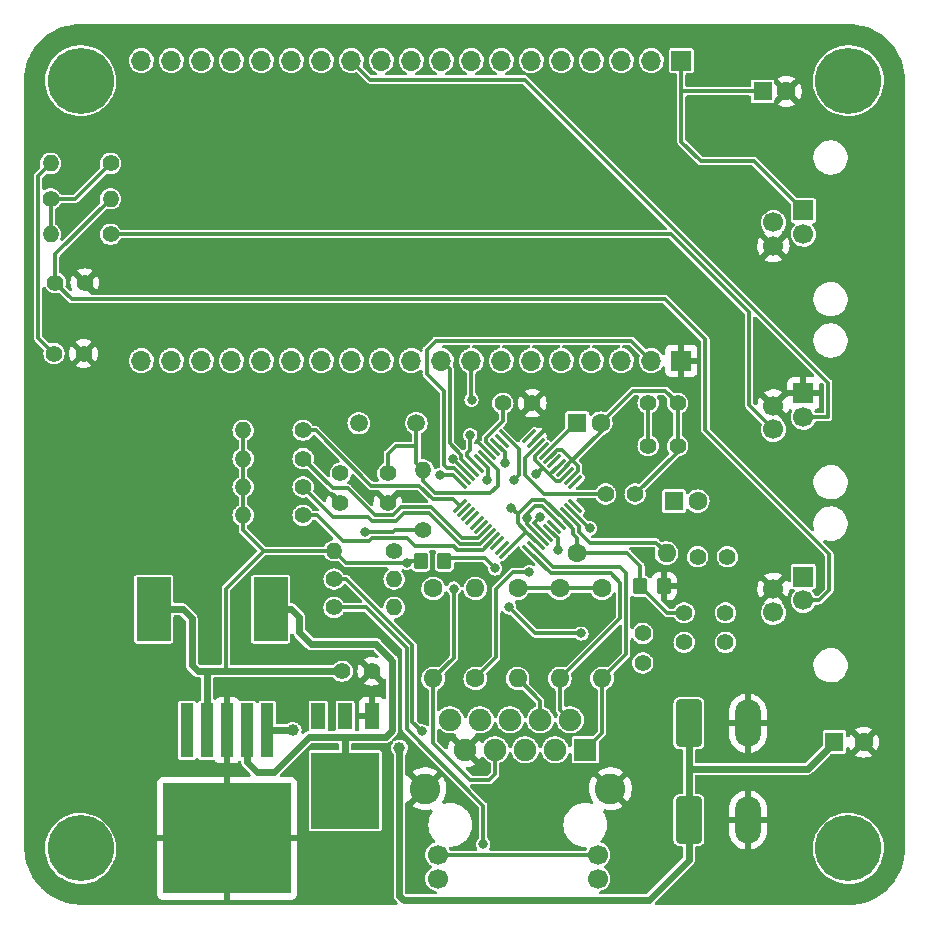
<source format=gbr>
%TF.GenerationSoftware,KiCad,Pcbnew,(6.0.7)*%
%TF.CreationDate,2022-08-02T16:10:12+02:00*%
%TF.ProjectId,school_meteo,7363686f-6f6c-45f6-9d65-74656f2e6b69,rev?*%
%TF.SameCoordinates,Original*%
%TF.FileFunction,Copper,L1,Top*%
%TF.FilePolarity,Positive*%
%FSLAX46Y46*%
G04 Gerber Fmt 4.6, Leading zero omitted, Abs format (unit mm)*
G04 Created by KiCad (PCBNEW (6.0.7)) date 2022-08-02 16:10:12*
%MOMM*%
%LPD*%
G01*
G04 APERTURE LIST*
G04 Aperture macros list*
%AMRoundRect*
0 Rectangle with rounded corners*
0 $1 Rounding radius*
0 $2 $3 $4 $5 $6 $7 $8 $9 X,Y pos of 4 corners*
0 Add a 4 corners polygon primitive as box body*
4,1,4,$2,$3,$4,$5,$6,$7,$8,$9,$2,$3,0*
0 Add four circle primitives for the rounded corners*
1,1,$1+$1,$2,$3*
1,1,$1+$1,$4,$5*
1,1,$1+$1,$6,$7*
1,1,$1+$1,$8,$9*
0 Add four rect primitives between the rounded corners*
20,1,$1+$1,$2,$3,$4,$5,0*
20,1,$1+$1,$4,$5,$6,$7,0*
20,1,$1+$1,$6,$7,$8,$9,0*
20,1,$1+$1,$8,$9,$2,$3,0*%
G04 Aperture macros list end*
%TA.AperFunction,ComponentPad*%
%ADD10R,1.900000X1.900000*%
%TD*%
%TA.AperFunction,ComponentPad*%
%ADD11C,1.900000*%
%TD*%
%TA.AperFunction,ComponentPad*%
%ADD12C,2.600000*%
%TD*%
%TA.AperFunction,ComponentPad*%
%ADD13C,1.700000*%
%TD*%
%TA.AperFunction,ComponentPad*%
%ADD14R,1.600000X1.600000*%
%TD*%
%TA.AperFunction,ComponentPad*%
%ADD15C,1.600000*%
%TD*%
%TA.AperFunction,ComponentPad*%
%ADD16C,1.400000*%
%TD*%
%TA.AperFunction,ComponentPad*%
%ADD17O,1.400000X1.400000*%
%TD*%
%TA.AperFunction,ComponentPad*%
%ADD18C,5.600000*%
%TD*%
%TA.AperFunction,SMDPad,CuDef*%
%ADD19RoundRect,0.250000X-0.350000X-0.450000X0.350000X-0.450000X0.350000X0.450000X-0.350000X0.450000X0*%
%TD*%
%TA.AperFunction,ComponentPad*%
%ADD20R,1.700000X1.700000*%
%TD*%
%TA.AperFunction,SMDPad,CuDef*%
%ADD21R,2.900000X5.400000*%
%TD*%
%TA.AperFunction,SMDPad,CuDef*%
%ADD22RoundRect,0.250000X0.350000X0.450000X-0.350000X0.450000X-0.350000X-0.450000X0.350000X-0.450000X0*%
%TD*%
%TA.AperFunction,ComponentPad*%
%ADD23O,1.600000X1.600000*%
%TD*%
%TA.AperFunction,SMDPad,CuDef*%
%ADD24R,1.100000X4.600000*%
%TD*%
%TA.AperFunction,SMDPad,CuDef*%
%ADD25R,10.800000X9.400000*%
%TD*%
%TA.AperFunction,SMDPad,CuDef*%
%ADD26RoundRect,0.075000X0.521491X-0.415425X-0.415425X0.521491X-0.521491X0.415425X0.415425X-0.521491X0*%
%TD*%
%TA.AperFunction,SMDPad,CuDef*%
%ADD27RoundRect,0.075000X0.521491X0.415425X0.415425X0.521491X-0.521491X-0.415425X-0.415425X-0.521491X0*%
%TD*%
%TA.AperFunction,ComponentPad*%
%ADD28RoundRect,0.305556X-0.794444X-1.694444X0.794444X-1.694444X0.794444X1.694444X-0.794444X1.694444X0*%
%TD*%
%TA.AperFunction,ComponentPad*%
%ADD29O,2.200000X4.000000*%
%TD*%
%TA.AperFunction,ComponentPad*%
%ADD30O,1.700000X1.700000*%
%TD*%
%TA.AperFunction,ComponentPad*%
%ADD31C,1.500000*%
%TD*%
%TA.AperFunction,SMDPad,CuDef*%
%ADD32R,1.200000X2.200000*%
%TD*%
%TA.AperFunction,SMDPad,CuDef*%
%ADD33R,5.800000X6.400000*%
%TD*%
%TA.AperFunction,ViaPad*%
%ADD34C,0.800000*%
%TD*%
%TA.AperFunction,ViaPad*%
%ADD35C,1.200000*%
%TD*%
%TA.AperFunction,ViaPad*%
%ADD36C,1.000000*%
%TD*%
%TA.AperFunction,Conductor*%
%ADD37C,0.300000*%
%TD*%
%TA.AperFunction,Conductor*%
%ADD38C,0.600000*%
%TD*%
G04 APERTURE END LIST*
D10*
%TO.P,J5,1,TX+*%
%TO.N,/TX+*%
X50730000Y13350000D03*
D11*
%TO.P,J5,2,TX-*%
%TO.N,/TX-*%
X49460000Y15890000D03*
%TO.P,J5,3,RX+*%
%TO.N,Net-(C15-Pad2)*%
X48190000Y13350000D03*
%TO.P,J5,4,TCT*%
%TO.N,Net-(C12-Pad1)*%
X46920000Y15890000D03*
%TO.P,J5,5,P5*%
%TO.N,unconnected-(J5-Pad5)*%
X45650000Y13350000D03*
%TO.P,J5,6,RX-*%
%TO.N,Net-(C16-Pad2)*%
X44380000Y15890000D03*
%TO.P,J5,7,RTC*%
%TO.N,Net-(C14-Pad1)*%
X43110000Y13350000D03*
%TO.P,J5,8,P8*%
%TO.N,unconnected-(J5-Pad8)*%
X41840000Y15890000D03*
D12*
%TO.P,J5,9,DC-*%
%TO.N,GND*%
X37165000Y10050000D03*
D11*
X40570000Y13350000D03*
D12*
X52865000Y10050000D03*
D11*
%TO.P,J5,10,DC+*%
%TO.N,VPP*%
X39300000Y15890000D03*
D13*
%TO.P,J5,11,GREENLED_A*%
%TO.N,+3V3*%
X38230000Y4460000D03*
%TO.P,J5,12,GREENLED_K*%
%TO.N,/GREENLED*%
X38230000Y2430000D03*
%TO.P,J5,13,YELLOWLED_A*%
%TO.N,+3V3*%
X51800000Y4460000D03*
%TO.P,J5,14,YELLOWLED_K*%
%TO.N,/YELLOWLED*%
X51800000Y2430000D03*
%TD*%
D14*
%TO.P,C6,1*%
%TO.N,Net-(C6-Pad1)*%
X50044887Y41000000D03*
D15*
%TO.P,C6,2*%
%TO.N,GNDA*%
X52044887Y41000000D03*
%TD*%
D16*
%TO.P,C3,1*%
%TO.N,+3V3*%
X43750000Y42700000D03*
%TO.P,C3,2*%
%TO.N,GND*%
X46250000Y42700000D03*
%TD*%
%TO.P,R4,1*%
%TO.N,/GREENLED*%
X29460000Y25400000D03*
D17*
%TO.P,R4,2*%
%TO.N,Net-(R4-Pad2)*%
X34540000Y25400000D03*
%TD*%
D18*
%TO.P,H3,1*%
%TO.N,N/C*%
X73000000Y70000000D03*
%TD*%
%TO.P,H4,1*%
%TO.N,N/C*%
X8000000Y70000000D03*
%TD*%
D16*
%TO.P,C8,1*%
%TO.N,VDDA*%
X56050000Y39100000D03*
%TO.P,C8,2*%
%TO.N,GNDA*%
X58550000Y39100000D03*
%TD*%
%TO.P,C1,1*%
%TO.N,Net-(C1-Pad1)*%
X30000000Y36750000D03*
%TO.P,C1,2*%
%TO.N,GND*%
X30000000Y34250000D03*
%TD*%
%TO.P,R10,1*%
%TO.N,Wind dir*%
X10540000Y57000000D03*
D17*
%TO.P,R10,2*%
%TO.N,+3V3*%
X5460000Y57000000D03*
%TD*%
D19*
%TO.P,FB1,1*%
%TO.N,+3V3*%
X36800000Y29300000D03*
%TO.P,FB1,2*%
%TO.N,VDDA*%
X38800000Y29300000D03*
%TD*%
D16*
%TO.P,C9,1*%
%TO.N,VDDA*%
X56050000Y42700000D03*
%TO.P,C9,2*%
%TO.N,GNDA*%
X58550000Y42700000D03*
%TD*%
%TO.P,C5,1*%
%TO.N,Net-(C5-Pad1)*%
X52450000Y35000000D03*
%TO.P,C5,2*%
%TO.N,GNDA*%
X54950000Y35000000D03*
%TD*%
D20*
%TO.P,J3,1*%
%TO.N,unconnected-(J3-Pad1)*%
X69200000Y28020000D03*
D13*
%TO.P,J3,2*%
%TO.N,GND*%
X66660000Y27000000D03*
%TO.P,J3,3*%
%TO.N,Rain*%
X69200000Y26000000D03*
%TO.P,J3,4*%
%TO.N,unconnected-(J3-Pad4)*%
X66660000Y24980000D03*
%TD*%
D18*
%TO.P,H1,1*%
%TO.N,N/C*%
X8000000Y5000000D03*
%TD*%
D21*
%TO.P,L1,1,1*%
%TO.N,Net-(D1-Pad4)*%
X24100000Y25250000D03*
%TO.P,L1,2,2*%
%TO.N,+3V3*%
X14200000Y25250000D03*
%TD*%
D22*
%TO.P,FB2,1*%
%TO.N,GND*%
X57400000Y27200000D03*
%TO.P,FB2,2*%
%TO.N,GNDA*%
X55400000Y27200000D03*
%TD*%
D15*
%TO.P,R16,1*%
%TO.N,/RX-*%
X41425000Y19390000D03*
D23*
%TO.P,R16,2*%
%TO.N,Net-(C14-Pad1)*%
X41425000Y27010000D03*
%TD*%
D16*
%TO.P,R12,1*%
%TO.N,+3V3*%
X5460000Y60000000D03*
D17*
%TO.P,R12,2*%
%TO.N,Rain*%
X10540000Y60000000D03*
%TD*%
D24*
%TO.P,U3,1,VIN*%
%TO.N,VPP*%
X23800000Y15000000D03*
%TO.P,U3,2,OUT*%
%TO.N,Net-(D1-Pad4)*%
X22100000Y15000000D03*
D25*
%TO.P,U3,3,GND*%
%TO.N,GND*%
X20400000Y5850000D03*
D24*
X20400000Y15000000D03*
%TO.P,U3,4,FB*%
%TO.N,+3V3*%
X18700000Y15000000D03*
%TO.P,U3,5,~{ON}/OFF*%
%TO.N,unconnected-(U3-Pad5)*%
X17000000Y15000000D03*
%TD*%
D16*
%TO.P,R6,1*%
%TO.N,Net-(R6-Pad1)*%
X26840000Y38000000D03*
D17*
%TO.P,R6,2*%
%TO.N,+3V3*%
X21760000Y38000000D03*
%TD*%
D16*
%TO.P,R8,1*%
%TO.N,Net-(R8-Pad1)*%
X26840000Y33200000D03*
D17*
%TO.P,R8,2*%
%TO.N,+3V3*%
X21760000Y33200000D03*
%TD*%
D16*
%TO.P,C14,1*%
%TO.N,Net-(C14-Pad1)*%
X60250000Y29700000D03*
%TO.P,C14,2*%
%TO.N,GNDA*%
X62750000Y29700000D03*
%TD*%
D14*
%TO.P,C10,1*%
%TO.N,VDDA*%
X58244887Y34400000D03*
D15*
%TO.P,C10,2*%
%TO.N,GNDA*%
X60244887Y34400000D03*
%TD*%
D16*
%TO.P,C15,1*%
%TO.N,/RX+*%
X55600000Y23200000D03*
%TO.P,C15,2*%
%TO.N,Net-(C15-Pad2)*%
X55600000Y20700000D03*
%TD*%
D20*
%TO.P,J1,1*%
%TO.N,+3V3*%
X69200000Y59020000D03*
D13*
%TO.P,J1,2*%
%TO.N,SDA*%
X66660000Y58000000D03*
%TO.P,J1,3*%
%TO.N,SCL*%
X69200000Y57000000D03*
%TO.P,J1,4*%
%TO.N,GND*%
X66660000Y55980000D03*
%TD*%
D14*
%TO.P,C4,1*%
%TO.N,+3V3*%
X65744888Y69100000D03*
D15*
%TO.P,C4,2*%
%TO.N,GND*%
X67744888Y69100000D03*
%TD*%
D26*
%TO.P,U2,1,TXN*%
%TO.N,/TX-*%
X45998788Y30112124D03*
%TO.P,U2,2,TXP*%
%TO.N,/TX+*%
X46352342Y30465678D03*
%TO.P,U2,3,AGND*%
%TO.N,GNDA*%
X46705895Y30819231D03*
%TO.P,U2,4,AVDD*%
%TO.N,VDDA*%
X47059449Y31172785D03*
%TO.P,U2,5,RXN*%
%TO.N,/RX-*%
X47413002Y31526338D03*
%TO.P,U2,6,RXP*%
%TO.N,/RX+*%
X47766555Y31879891D03*
%TO.P,U2,7,DNC*%
%TO.N,unconnected-(U2-Pad7)*%
X48120109Y32233445D03*
%TO.P,U2,8,AVDD*%
%TO.N,VDDA*%
X48473662Y32586998D03*
%TO.P,U2,9,AGND*%
%TO.N,GNDA*%
X48827215Y32940551D03*
%TO.P,U2,10,EXRES1*%
%TO.N,Net-(R11-Pad2)*%
X49180769Y33294105D03*
%TO.P,U2,11,AVDD*%
%TO.N,VDDA*%
X49534322Y33647658D03*
%TO.P,U2,12,NC*%
%TO.N,unconnected-(U2-Pad12)*%
X49887876Y34001212D03*
D27*
%TO.P,U2,13,NC*%
%TO.N,unconnected-(U2-Pad13)*%
X49887876Y35998788D03*
%TO.P,U2,14,AGND*%
%TO.N,GNDA*%
X49534322Y36352342D03*
%TO.P,U2,15,AVDD*%
%TO.N,VDDA*%
X49180769Y36705895D03*
%TO.P,U2,16,AGND*%
%TO.N,GNDA*%
X48827215Y37059449D03*
%TO.P,U2,17,AVDD*%
%TO.N,VDDA*%
X48473662Y37413002D03*
%TO.P,U2,18,VBG*%
%TO.N,unconnected-(U2-Pad18)*%
X48120109Y37766555D03*
%TO.P,U2,19,AGND*%
%TO.N,GNDA*%
X47766555Y38120109D03*
%TO.P,U2,20,TOCAP*%
%TO.N,Net-(C6-Pad1)*%
X47413002Y38473662D03*
%TO.P,U2,21,AVDD*%
%TO.N,VDDA*%
X47059449Y38827215D03*
%TO.P,U2,22,1V20*%
%TO.N,Net-(C5-Pad1)*%
X46705895Y39180769D03*
%TO.P,U2,23,RSVD*%
%TO.N,GND*%
X46352342Y39534322D03*
%TO.P,U2,24,SPDLED*%
%TO.N,unconnected-(U2-Pad24)*%
X45998788Y39887876D03*
D26*
%TO.P,U2,25,LINKLED*%
%TO.N,Net-(R4-Pad2)*%
X44001212Y39887876D03*
%TO.P,U2,26,DUPLED*%
%TO.N,unconnected-(U2-Pad26)*%
X43647658Y39534322D03*
%TO.P,U2,27,ACTLED*%
%TO.N,Net-(R3-Pad2)*%
X43294105Y39180769D03*
%TO.P,U2,28,VDD*%
%TO.N,+3V3*%
X42940551Y38827215D03*
%TO.P,U2,29,GND*%
%TO.N,GND*%
X42586998Y38473662D03*
%TO.P,U2,30,XI/CLKIN*%
%TO.N,Net-(C2-Pad1)*%
X42233445Y38120109D03*
%TO.P,U2,31,XO*%
%TO.N,Net-(C1-Pad1)*%
X41879891Y37766555D03*
%TO.P,U2,32,SCSn*%
%TO.N,SCS*%
X41526338Y37413002D03*
%TO.P,U2,33,SCLK*%
%TO.N,SCK*%
X41172785Y37059449D03*
%TO.P,U2,34,MISO*%
%TO.N,MISO*%
X40819231Y36705895D03*
%TO.P,U2,35,MOSI*%
%TO.N,MOSI*%
X40465678Y36352342D03*
%TO.P,U2,36,INTn*%
%TO.N,/IRQ*%
X40112124Y35998788D03*
D27*
%TO.P,U2,37,RSTn*%
%TO.N,Net-(R5-Pad1)*%
X40112124Y34001212D03*
%TO.P,U2,38,RSVD*%
%TO.N,unconnected-(U2-Pad38)*%
X40465678Y33647658D03*
%TO.P,U2,39,RSVD*%
%TO.N,unconnected-(U2-Pad39)*%
X40819231Y33294105D03*
%TO.P,U2,40,RSVD*%
%TO.N,unconnected-(U2-Pad40)*%
X41172785Y32940551D03*
%TO.P,U2,41,RSVD*%
%TO.N,unconnected-(U2-Pad41)*%
X41526338Y32586998D03*
%TO.P,U2,42,RSVD*%
%TO.N,unconnected-(U2-Pad42)*%
X41879891Y32233445D03*
%TO.P,U2,43,PMODE2*%
%TO.N,Net-(R6-Pad1)*%
X42233445Y31879891D03*
%TO.P,U2,44,PMODE1*%
%TO.N,Net-(R7-Pad1)*%
X42586998Y31526338D03*
%TO.P,U2,45,PMODE0*%
%TO.N,Net-(R8-Pad1)*%
X42940551Y31172785D03*
%TO.P,U2,46,NC*%
%TO.N,unconnected-(U2-Pad46)*%
X43294105Y30819231D03*
%TO.P,U2,47,NC*%
%TO.N,unconnected-(U2-Pad47)*%
X43647658Y30465678D03*
%TO.P,U2,48,AGND*%
%TO.N,GNDA*%
X44001212Y30112124D03*
%TD*%
D16*
%TO.P,C12,1*%
%TO.N,Net-(C12-Pad1)*%
X59100000Y22450000D03*
%TO.P,C12,2*%
%TO.N,GNDA*%
X59100000Y24950000D03*
%TD*%
%TO.P,C11,1*%
%TO.N,Rain*%
X5850000Y52900000D03*
%TO.P,C11,2*%
%TO.N,GND*%
X8350000Y52900000D03*
%TD*%
%TO.P,C16,1*%
%TO.N,/RX-*%
X62600000Y24950000D03*
%TO.P,C16,2*%
%TO.N,Net-(C16-Pad2)*%
X62600000Y22450000D03*
%TD*%
%TO.P,R1,1*%
%TO.N,Net-(C1-Pad1)*%
X37000000Y31960000D03*
D17*
%TO.P,R1,2*%
%TO.N,Net-(C2-Pad1)*%
X37000000Y37040000D03*
%TD*%
D16*
%TO.P,R2,1*%
%TO.N,/IRQ*%
X34540000Y30200000D03*
D17*
%TO.P,R2,2*%
%TO.N,+3V3*%
X29460000Y30200000D03*
%TD*%
D28*
%TO.P,J4,1,Pin_1*%
%TO.N,VPP*%
X59500000Y7400000D03*
X59500000Y15600000D03*
D29*
%TO.P,J4,2,Pin_2*%
%TO.N,GND*%
X64500000Y15600000D03*
X64500000Y7400000D03*
%TD*%
D16*
%TO.P,R9,1*%
%TO.N,+3V3*%
X10540000Y63000000D03*
D17*
%TO.P,R9,2*%
%TO.N,Wind speed*%
X5460000Y63000000D03*
%TD*%
D15*
%TO.P,R15,1*%
%TO.N,VDDA*%
X52150000Y27010000D03*
D23*
%TO.P,R15,2*%
%TO.N,/TX+*%
X52150000Y19390000D03*
%TD*%
D20*
%TO.P,J2,1*%
%TO.N,GND*%
X69200000Y43520000D03*
D13*
%TO.P,J2,2*%
X66660000Y42500000D03*
%TO.P,J2,3*%
%TO.N,Wind speed*%
X69200000Y41500000D03*
%TO.P,J2,4*%
%TO.N,Wind dir*%
X66660000Y40480000D03*
%TD*%
D16*
%TO.P,R7,1*%
%TO.N,Net-(R7-Pad1)*%
X26840000Y35600000D03*
D17*
%TO.P,R7,2*%
%TO.N,+3V3*%
X21760000Y35600000D03*
%TD*%
D20*
%TO.P,U1,1,+3.3*%
%TO.N,+3V3*%
X58860000Y71700000D03*
D30*
%TO.P,U1,2,EN*%
%TO.N,unconnected-(U1-Pad2)*%
X56320000Y71700000D03*
%TO.P,U1,3,VP*%
%TO.N,unconnected-(U1-Pad3)*%
X53780000Y71700000D03*
%TO.P,U1,4,VN*%
%TO.N,unconnected-(U1-Pad4)*%
X51240000Y71700000D03*
%TO.P,U1,5,GPIO34*%
%TO.N,unconnected-(U1-Pad5)*%
X48700000Y71700000D03*
%TO.P,U1,6,GPIO35*%
%TO.N,Wind dir*%
X46160000Y71700000D03*
%TO.P,U1,7,GPIO32*%
%TO.N,unconnected-(U1-Pad7)*%
X43620000Y71700000D03*
%TO.P,U1,8,GPIO33*%
%TO.N,unconnected-(U1-Pad8)*%
X41080000Y71700000D03*
%TO.P,U1,9,GPIO25*%
%TO.N,Rain*%
X38540000Y71700000D03*
%TO.P,U1,10,GPIO26*%
%TO.N,unconnected-(U1-Pad10)*%
X36000000Y71700000D03*
%TO.P,U1,11,GPIO27*%
%TO.N,unconnected-(U1-Pad11)*%
X33460000Y71700000D03*
%TO.P,U1,12,GPIO14*%
%TO.N,Wind speed*%
X30920000Y71700000D03*
%TO.P,U1,13,GPIO12*%
%TO.N,unconnected-(U1-Pad13)*%
X28380000Y71700000D03*
%TO.P,U1,14,GND*%
%TO.N,unconnected-(U1-Pad14)*%
X25840000Y71700000D03*
%TO.P,U1,15,GPIO13*%
%TO.N,unconnected-(U1-Pad15)*%
X23300000Y71700000D03*
%TO.P,U1,16,GPIO9*%
%TO.N,unconnected-(U1-Pad16)*%
X20760000Y71700000D03*
%TO.P,U1,17,GPIO10*%
%TO.N,unconnected-(U1-Pad17)*%
X18220000Y71700000D03*
%TO.P,U1,18,GPIO11*%
%TO.N,unconnected-(U1-Pad18)*%
X15680000Y71700000D03*
%TO.P,U1,19,+5.0V*%
%TO.N,unconnected-(U1-Pad19)*%
X13140000Y71700000D03*
%TO.P,U1,20,GPIO6*%
%TO.N,unconnected-(U1-Pad20)*%
X13140000Y46300000D03*
%TO.P,U1,21,GPIO7*%
%TO.N,unconnected-(U1-Pad21)*%
X15680000Y46300000D03*
%TO.P,U1,22,GPIO8*%
%TO.N,unconnected-(U1-Pad22)*%
X18220000Y46300000D03*
%TO.P,U1,23,GPIO15*%
%TO.N,unconnected-(U1-Pad23)*%
X20760000Y46300000D03*
%TO.P,U1,24,GPIO2*%
%TO.N,unconnected-(U1-Pad24)*%
X23300000Y46300000D03*
%TO.P,U1,25,GPIO0*%
%TO.N,unconnected-(U1-Pad25)*%
X25840000Y46300000D03*
%TO.P,U1,26,GPIO4*%
%TO.N,unconnected-(U1-Pad26)*%
X28380000Y46300000D03*
%TO.P,U1,27,GPIO16*%
%TO.N,unconnected-(U1-Pad27)*%
X30920000Y46300000D03*
%TO.P,U1,28,GPIO17*%
%TO.N,unconnected-(U1-Pad28)*%
X33460000Y46300000D03*
%TO.P,U1,29,GPIO5*%
%TO.N,SCS*%
X36000000Y46300000D03*
%TO.P,U1,30,GPIO18*%
%TO.N,SCK*%
X38540000Y46300000D03*
%TO.P,U1,31,GPIO19*%
%TO.N,MISO*%
X41080000Y46300000D03*
%TO.P,U1,32,GND*%
%TO.N,unconnected-(U1-Pad32)*%
X43620000Y46300000D03*
%TO.P,U1,33,GPIO21*%
%TO.N,SDA*%
X46160000Y46300000D03*
%TO.P,U1,34,GPIO3*%
%TO.N,unconnected-(U1-Pad34)*%
X48700000Y46300000D03*
%TO.P,U1,35,GPIO1*%
%TO.N,unconnected-(U1-Pad35)*%
X51240000Y46300000D03*
%TO.P,U1,36,GPIO22*%
%TO.N,SCL*%
X53780000Y46300000D03*
%TO.P,U1,37,GPIO23*%
%TO.N,MOSI*%
X56320000Y46300000D03*
D20*
%TO.P,U1,38,GND*%
%TO.N,GND*%
X58860000Y46300000D03*
%TD*%
D15*
%TO.P,R11,1*%
%TO.N,GNDA*%
X49990000Y30000000D03*
D23*
%TO.P,R11,2*%
%TO.N,Net-(R11-Pad2)*%
X57610000Y30000000D03*
%TD*%
D16*
%TO.P,C2,1*%
%TO.N,Net-(C2-Pad1)*%
X34000000Y36750000D03*
%TO.P,C2,2*%
%TO.N,GND*%
X34000000Y34250000D03*
%TD*%
%TO.P,R5,1*%
%TO.N,Net-(R5-Pad1)*%
X26840000Y40400000D03*
D17*
%TO.P,R5,2*%
%TO.N,+3V3*%
X21760000Y40400000D03*
%TD*%
D16*
%TO.P,R3,1*%
%TO.N,/YELLOWLED*%
X29460000Y27800000D03*
D17*
%TO.P,R3,2*%
%TO.N,Net-(R3-Pad2)*%
X34540000Y27800000D03*
%TD*%
D16*
%TO.P,C17,1*%
%TO.N,GND*%
X32650000Y20000000D03*
%TO.P,C17,2*%
%TO.N,+3V3*%
X30150000Y20000000D03*
%TD*%
%TO.P,C7,1*%
%TO.N,Wind speed*%
X5750000Y46900000D03*
%TO.P,C7,2*%
%TO.N,GND*%
X8250000Y46900000D03*
%TD*%
D31*
%TO.P,Y1,1,1*%
%TO.N,Net-(C1-Pad1)*%
X31550000Y41000000D03*
%TO.P,Y1,2,2*%
%TO.N,Net-(C2-Pad1)*%
X36430000Y41000000D03*
%TD*%
D18*
%TO.P,H2,1*%
%TO.N,N/C*%
X73000000Y5000000D03*
%TD*%
D15*
%TO.P,R14,1*%
%TO.N,/RX+*%
X37850000Y27010000D03*
D23*
%TO.P,R14,2*%
%TO.N,Net-(C14-Pad1)*%
X37850000Y19390000D03*
%TD*%
D15*
%TO.P,R17,1*%
%TO.N,VDDA*%
X45000000Y27010000D03*
D23*
%TO.P,R17,2*%
%TO.N,Net-(C12-Pad1)*%
X45000000Y19390000D03*
%TD*%
D14*
%TO.P,C13,1*%
%TO.N,VPP*%
X71817620Y14000000D03*
D15*
%TO.P,C13,2*%
%TO.N,GND*%
X74317620Y14000000D03*
%TD*%
%TO.P,R13,1*%
%TO.N,VDDA*%
X48575000Y27010000D03*
D23*
%TO.P,R13,2*%
%TO.N,/TX-*%
X48575000Y19390000D03*
%TD*%
D32*
%TO.P,D1,1,A*%
%TO.N,GND*%
X32680000Y16200000D03*
%TO.P,D1,2*%
%TO.N,N/C*%
X30400000Y16200000D03*
%TO.P,D1,3*%
X28120000Y16200000D03*
D33*
%TO.P,D1,4,K*%
%TO.N,Net-(D1-Pad4)*%
X30400000Y9900000D03*
%TD*%
D34*
%TO.N,/GREENLED*%
X42100000Y5350000D03*
%TO.N,Net-(C1-Pad1)*%
X42400000Y36200000D03*
X32100000Y31749500D03*
D35*
%TO.N,GND*%
X18000000Y4000000D03*
D34*
X36400000Y1600000D03*
D35*
X23000000Y7500000D03*
D34*
X50200000Y10100000D03*
D35*
X18000000Y7500000D03*
X23000000Y4000000D03*
D34*
X43400000Y6150000D03*
%TO.N,+3V3*%
X35600000Y29200000D03*
%TO.N,GNDA*%
X44470023Y33829977D03*
%TO.N,VDDA*%
X51100000Y32100000D03*
X45800000Y33000000D03*
D36*
%TO.N,VPP*%
X26000000Y15000000D03*
X35000000Y13500000D03*
D34*
%TO.N,Net-(C14-Pad1)*%
X39600000Y27000000D03*
%TO.N,/RX+*%
X44300000Y25400000D03*
X48400000Y30300000D03*
X50400000Y23200000D03*
%TO.N,/RX-*%
X46000000Y28400000D03*
X46899503Y33100000D03*
%TO.N,VDDA*%
X43100000Y28700000D03*
X46579977Y36679977D03*
%TO.N,/YELLOWLED*%
X36900000Y14900000D03*
%TO.N,/IRQ*%
X38400000Y36600000D03*
%TO.N,Net-(R3-Pad2)*%
X43900000Y37600000D03*
%TO.N,Net-(R4-Pad2)*%
X44700000Y36200000D03*
%TO.N,SCS*%
X41000000Y40000000D03*
%TO.N,MISO*%
X41100000Y43000000D03*
X39500000Y38000000D03*
%TD*%
D37*
%TO.N,/GREENLED*%
X42100000Y6111290D02*
X42100000Y5350000D01*
%TO.N,+3V3*%
X51785000Y4460000D02*
X38230000Y4460000D01*
%TO.N,Net-(C1-Pad1)*%
X42472829Y36272829D02*
X42400000Y36200000D01*
X41879891Y37766555D02*
X42472829Y37173617D01*
X42472829Y37173617D02*
X42472829Y36272829D01*
X37000000Y31960000D02*
X34660000Y31960000D01*
X34449500Y31749500D02*
X32100000Y31749500D01*
X34660000Y31960000D02*
X34449500Y31749500D01*
D38*
%TO.N,GND*%
X37150000Y10050000D02*
X37255000Y10050000D01*
D37*
%TO.N,Net-(C2-Pad1)*%
X36430000Y41000000D02*
X36430000Y39070000D01*
X42652297Y35052297D02*
X43300000Y35700000D01*
X34670000Y39070000D02*
X36430000Y39070000D01*
X36430000Y39070000D02*
X36430000Y37610000D01*
X38047703Y35052297D02*
X42652297Y35052297D01*
X43300000Y37053554D02*
X42233445Y38120109D01*
X43300000Y35700000D02*
X43300000Y37053554D01*
X36430000Y37610000D02*
X37000000Y37040000D01*
X34000000Y36750000D02*
X34000000Y38400000D01*
X37000000Y37040000D02*
X37000000Y36100000D01*
X37000000Y36100000D02*
X38047703Y35052297D01*
X34000000Y38400000D02*
X34670000Y39070000D01*
%TO.N,+3V3*%
X7540000Y60000000D02*
X10540000Y63000000D01*
D38*
X30150000Y20000000D02*
X20300000Y20000000D01*
D37*
X58860000Y64840000D02*
X60500000Y63200000D01*
X59000000Y69100000D02*
X58860000Y69240000D01*
X5460000Y60000000D02*
X7540000Y60000000D01*
D38*
X17900000Y20000000D02*
X17400000Y20500000D01*
D37*
X30510000Y29150000D02*
X29460000Y30200000D01*
X21760000Y40400000D02*
X21760000Y33200000D01*
X43750000Y42700000D02*
X43750000Y41174620D01*
X58860000Y71700000D02*
X58860000Y69240000D01*
X21760000Y31940000D02*
X21760000Y33200000D01*
X43750000Y41174620D02*
X42347614Y39772234D01*
X65744888Y69100000D02*
X59000000Y69100000D01*
X60500000Y63200000D02*
X65020000Y63200000D01*
X58860000Y69240000D02*
X58860000Y64840000D01*
D38*
X16650000Y25250000D02*
X14200000Y25250000D01*
D37*
X29460000Y30200000D02*
X23500000Y30200000D01*
X20300000Y20000000D02*
X20300000Y27000000D01*
X5460000Y60000000D02*
X5460000Y57000000D01*
X35550000Y29150000D02*
X30510000Y29150000D01*
X20300000Y27000000D02*
X23500000Y30200000D01*
D38*
X20300000Y20000000D02*
X17900000Y20000000D01*
D37*
X35700000Y29300000D02*
X35600000Y29200000D01*
D38*
X17400000Y20500000D02*
X17400000Y24500000D01*
D37*
X65020000Y63200000D02*
X69200000Y59020000D01*
D38*
X18700000Y15000000D02*
X18700000Y19800000D01*
X17400000Y24500000D02*
X16650000Y25250000D01*
D37*
X35600000Y29200000D02*
X35550000Y29150000D01*
X23500000Y30200000D02*
X21760000Y31940000D01*
X36800000Y29300000D02*
X35700000Y29300000D01*
X42347614Y39772234D02*
X42347614Y39420154D01*
X42347614Y39420154D02*
X42940551Y38827215D01*
%TO.N,Net-(C5-Pad1)*%
X52450000Y35000000D02*
X47200000Y35000000D01*
X47200000Y35000000D02*
X45600000Y36600000D01*
X45600000Y36600000D02*
X45600000Y38074874D01*
X45600000Y38074874D02*
X46705895Y39180769D01*
%TO.N,GNDA*%
X49133884Y37366116D02*
X52044887Y40277119D01*
X48827215Y32940551D02*
X49700000Y32067766D01*
X49990000Y31302894D02*
X49990000Y30000000D01*
X49700000Y32067766D02*
X49700000Y31592894D01*
X49700000Y31592894D02*
X49990000Y31302894D01*
X57500000Y43750000D02*
X58550000Y42700000D01*
X54794887Y43750000D02*
X57500000Y43750000D01*
X54950000Y35000000D02*
X58550000Y38600000D01*
X55400000Y27200000D02*
X55400000Y28900000D01*
X44470023Y33829977D02*
X45000000Y33300000D01*
X58550000Y38600000D02*
X58550000Y39100000D01*
X48786954Y38713046D02*
X50127260Y37372740D01*
X45000000Y32525128D02*
X45000000Y33300000D01*
X46200000Y34500000D02*
X47267767Y34500000D01*
X57650000Y24950000D02*
X55400000Y27200000D01*
X45000000Y33300000D02*
X46200000Y34500000D01*
X44001212Y30112124D02*
X44012124Y30112124D01*
X48786954Y38713046D02*
X48359492Y38713046D01*
X49534322Y36352342D02*
X50127260Y36945280D01*
X59100000Y24950000D02*
X57650000Y24950000D01*
X52044887Y41000000D02*
X54794887Y43750000D01*
X54300000Y30000000D02*
X49990000Y30000000D01*
X55400000Y28900000D02*
X54300000Y30000000D01*
X52044887Y41000000D02*
X52044887Y40277119D01*
X44012124Y30112124D02*
X45712564Y31812564D01*
X58550000Y42700000D02*
X58550000Y39100000D01*
X45712564Y31812564D02*
X45000000Y32525128D01*
X47267767Y34500000D02*
X48827215Y32940551D01*
X50127260Y36945280D02*
X50127260Y37372740D01*
X46705895Y30819231D02*
X45712564Y31812564D01*
X48359492Y38713046D02*
X47823223Y38176777D01*
%TO.N,Net-(C6-Pad1)*%
X49939340Y41000000D02*
X47413002Y38473662D01*
X50044887Y41000000D02*
X49939340Y41000000D01*
%TO.N,Wind speed*%
X32520000Y70100000D02*
X30920000Y71700000D01*
X5460000Y63000000D02*
X4410000Y61950000D01*
X71300000Y44400000D02*
X45600000Y70100000D01*
X71300000Y41500000D02*
X71300000Y44400000D01*
X4410000Y48240000D02*
X5750000Y46900000D01*
X4410000Y61950000D02*
X4410000Y48240000D01*
X69200000Y41500000D02*
X71300000Y41500000D01*
X45600000Y70100000D02*
X32520000Y70100000D01*
%TO.N,VDDA*%
X56050000Y42700000D02*
X56050000Y39100000D01*
X45800000Y32432234D02*
X47059449Y31172785D01*
X51081980Y32100000D02*
X49534322Y33647658D01*
X45800000Y33000000D02*
X45800000Y33300000D01*
X46500000Y34000000D02*
X47060660Y34000000D01*
X45800000Y33300000D02*
X46500000Y34000000D01*
X51100000Y32100000D02*
X51081980Y32100000D01*
X45800000Y33000000D02*
X45800000Y32432234D01*
X47060660Y34000000D02*
X48473662Y32586998D01*
%TO.N,Rain*%
X71400000Y26900000D02*
X71400000Y29899999D01*
X7250000Y51500000D02*
X5850000Y52900000D01*
X5850000Y55310000D02*
X5850000Y52900000D01*
X70500000Y26000000D02*
X71400000Y26900000D01*
X69200000Y26000000D02*
X70500000Y26000000D01*
X60900000Y48100000D02*
X57500000Y51500000D01*
X10540000Y60000000D02*
X5850000Y55310000D01*
X60900000Y40399999D02*
X60900000Y48100000D01*
X57500000Y51500000D02*
X7250000Y51500000D01*
X71400000Y29899999D02*
X60900000Y40399999D01*
%TO.N,Net-(C12-Pad1)*%
X46905000Y15890000D02*
X46905000Y17485000D01*
X46905000Y17485000D02*
X45000000Y19390000D01*
D38*
%TO.N,VPP*%
X26000000Y15000000D02*
X23800000Y15000000D01*
X59500000Y11750000D02*
X59500000Y7400000D01*
X59500000Y15600000D02*
X59500000Y11750000D01*
X35000000Y1000000D02*
X35000000Y13500000D01*
X71817620Y14000000D02*
X69567620Y11750000D01*
X35400000Y600000D02*
X35000000Y1000000D01*
X59500000Y7400000D02*
X59500000Y4000000D01*
X69567620Y11750000D02*
X59500000Y11750000D01*
X59500000Y4000000D02*
X56100000Y600000D01*
X56100000Y600000D02*
X35400000Y600000D01*
D37*
%TO.N,Net-(C14-Pad1)*%
X37850000Y13950000D02*
X41000000Y10800000D01*
X41000000Y10800000D02*
X42600000Y10800000D01*
X37850000Y19390000D02*
X37850000Y13950000D01*
X43095000Y11295000D02*
X43095000Y13350000D01*
X39600000Y27000000D02*
X39600000Y21140000D01*
X39600000Y21140000D02*
X37850000Y19390000D01*
X42600000Y10800000D02*
X43095000Y11295000D01*
%TO.N,/RX+*%
X47766555Y31879891D02*
X48400000Y31246446D01*
X50400000Y23200000D02*
X46500000Y23200000D01*
X48400000Y31246446D02*
X48400000Y30300000D01*
X46500000Y23200000D02*
X44300000Y25400000D01*
%TO.N,/RX-*%
X44600000Y28400000D02*
X43200000Y27000000D01*
X43200000Y27000000D02*
X43200000Y21200000D01*
X46899503Y33100000D02*
X46899503Y33038842D01*
X43200000Y21200000D02*
X41425000Y19425000D01*
X41425000Y19425000D02*
X41425000Y19390000D01*
X46000000Y28400000D02*
X44600000Y28400000D01*
X46899503Y33038842D02*
X46400001Y32539340D01*
X46400001Y32539340D02*
X47413002Y31526338D01*
%TO.N,VDDA*%
X46466511Y37882197D02*
X47124354Y37224354D01*
X47760660Y36700000D02*
X48473662Y37413002D01*
X46466511Y38234277D02*
X46466511Y37882197D01*
X48235750Y36112958D02*
X47648708Y36700000D01*
X47059449Y38827215D02*
X46466511Y38234277D01*
X47124354Y37224354D02*
X47648708Y36700000D01*
X49180769Y36705895D02*
X48587830Y36112958D01*
X47124354Y37224354D02*
X46579977Y36679977D01*
X48587830Y36112958D02*
X48235750Y36112958D01*
X52150000Y27010000D02*
X48575000Y27010000D01*
X42200000Y29600000D02*
X43100000Y28700000D01*
X38800000Y29600000D02*
X42200000Y29600000D01*
X47648708Y36700000D02*
X47760660Y36700000D01*
X48575000Y27010000D02*
X45000000Y27010000D01*
%TO.N,Wind dir*%
X64600000Y50392894D02*
X57992894Y57000000D01*
X66660000Y40480000D02*
X64600000Y42540000D01*
X57992894Y57000000D02*
X10540000Y57000000D01*
X64600000Y42540000D02*
X64600000Y50392894D01*
%TO.N,/TX+*%
X53700000Y28800000D02*
X48018020Y28800000D01*
X54200000Y28300000D02*
X53700000Y28800000D01*
X54200000Y21440000D02*
X54200000Y28300000D01*
X52150000Y14785000D02*
X50715000Y13350000D01*
X52150000Y19390000D02*
X54200000Y21440000D01*
X52150000Y19390000D02*
X52150000Y14785000D01*
X48018020Y28800000D02*
X46352342Y30465678D01*
%TO.N,/TX-*%
X48575000Y19390000D02*
X53700000Y24515000D01*
X48575000Y16760000D02*
X49445000Y15890000D01*
X48575000Y19390000D02*
X48575000Y16760000D01*
X47810912Y28300000D02*
X45998788Y30112124D01*
X52892894Y28300000D02*
X47810912Y28300000D01*
X53700000Y27492894D02*
X52892894Y28300000D01*
X53700000Y24515000D02*
X53700000Y27492894D01*
%TO.N,/GREENLED*%
X32192894Y25400000D02*
X29460000Y25400000D01*
X35600000Y21992894D02*
X32192894Y25400000D01*
X42100000Y8600000D02*
X35600000Y15100000D01*
X42100000Y6111290D02*
X42100000Y8600000D01*
X35600000Y15100000D02*
X35600000Y21992894D01*
%TO.N,/YELLOWLED*%
X36100000Y15700000D02*
X36100000Y22200000D01*
X36900000Y14900000D02*
X36100000Y15700000D01*
X30500000Y27800000D02*
X29460000Y27800000D01*
X36100000Y22200000D02*
X30500000Y27800000D01*
%TO.N,/IRQ*%
X39510912Y36600000D02*
X40112124Y35998788D01*
X38400000Y36600000D02*
X39510912Y36600000D01*
%TO.N,Net-(R3-Pad2)*%
X43900000Y37600000D02*
X43900000Y38574874D01*
X43900000Y38574874D02*
X43294105Y39180769D01*
%TO.N,Net-(R4-Pad2)*%
X45100000Y36600000D02*
X45100000Y38789088D01*
X45100000Y38789088D02*
X44001212Y39887876D01*
X44700000Y36200000D02*
X45100000Y36600000D01*
%TO.N,Net-(R5-Pad1)*%
X36692894Y35700000D02*
X32600000Y35700000D01*
X40112124Y34001212D02*
X39561039Y34552297D01*
X39561039Y34552297D02*
X37840596Y34552297D01*
X32600000Y35700000D02*
X27900000Y40400000D01*
X37840596Y34552297D02*
X36692894Y35700000D01*
X27900000Y40400000D02*
X26840000Y40400000D01*
%TO.N,Net-(R6-Pad1)*%
X34434925Y33200000D02*
X35134925Y33900000D01*
X37700000Y33900000D02*
X40313046Y31286954D01*
X30600000Y35500000D02*
X32900000Y33200000D01*
X40313046Y31286954D02*
X41640506Y31286954D01*
X29340000Y35500000D02*
X30600000Y35500000D01*
X41640506Y31286954D02*
X42233445Y31879891D01*
X35134925Y33900000D02*
X37700000Y33900000D01*
X26840000Y38000000D02*
X29340000Y35500000D01*
X32900000Y33200000D02*
X34434925Y33200000D01*
%TO.N,Net-(R7-Pad1)*%
X32692894Y32700000D02*
X32292894Y33100000D01*
X35400000Y33400000D02*
X34700000Y32700000D01*
X29340000Y33100000D02*
X26840000Y35600000D01*
X32292894Y33100000D02*
X29340000Y33100000D01*
X34700000Y32700000D02*
X32692894Y32700000D01*
X41847613Y30786954D02*
X40105940Y30786954D01*
X37492894Y33400000D02*
X35400000Y33400000D01*
X42586998Y31526338D02*
X41847613Y30786954D01*
X40105940Y30786954D02*
X37492894Y33400000D01*
%TO.N,Net-(R8-Pad1)*%
X42054720Y30286954D02*
X39898834Y30286954D01*
X35650500Y31249500D02*
X32700000Y31249500D01*
X30200500Y30999500D02*
X28000000Y33200000D01*
X32450000Y30999500D02*
X30200500Y30999500D01*
X28000000Y33200000D02*
X26840000Y33200000D01*
X39898834Y30286954D02*
X39585788Y30600000D01*
X32700000Y31249500D02*
X32450000Y30999500D01*
X36300000Y30600000D02*
X35650500Y31249500D01*
X42940551Y31172785D02*
X42054720Y30286954D01*
X39585788Y30600000D02*
X36300000Y30600000D01*
%TO.N,Net-(R11-Pad2)*%
X50200000Y31800000D02*
X51100000Y30900000D01*
X56710000Y30900000D02*
X57610000Y30000000D01*
X49180769Y33294105D02*
X50200000Y32274874D01*
X50200000Y32274874D02*
X50200000Y31800000D01*
X51100000Y30900000D02*
X56710000Y30900000D01*
D38*
%TO.N,Net-(D1-Pad4)*%
X26500000Y24600000D02*
X25850000Y25250000D01*
X30450000Y14450000D02*
X30400000Y14400000D01*
X30450000Y14450000D02*
X27350000Y14450000D01*
X33000000Y22300000D02*
X27500000Y22300000D01*
X34400000Y20900000D02*
X33000000Y22300000D01*
X30450000Y14450000D02*
X33850000Y14450000D01*
X27350000Y14450000D02*
X24400000Y11500000D01*
X34400000Y15000000D02*
X34400000Y20900000D01*
X30400000Y14400000D02*
X30400000Y9900000D01*
X24400000Y11500000D02*
X22900000Y11500000D01*
X22100000Y12300000D02*
X22100000Y15000000D01*
X27500000Y22300000D02*
X26500000Y23300000D01*
X26500000Y23300000D02*
X26500000Y24600000D01*
X22900000Y11500000D02*
X22100000Y12300000D01*
X33850000Y14450000D02*
X34400000Y15000000D01*
X25850000Y25250000D02*
X24100000Y25250000D01*
D37*
%TO.N,SCS*%
X41000000Y40000000D02*
X41000000Y38767767D01*
X40750000Y38189340D02*
X41526338Y37413002D01*
X40750000Y38517767D02*
X40750000Y38189340D01*
X41000000Y38767767D02*
X40750000Y38517767D01*
%TO.N,SCK*%
X40250000Y38310661D02*
X39250000Y39310661D01*
X40250000Y37982234D02*
X40250000Y38310661D01*
X39250000Y39310661D02*
X39250000Y45590000D01*
X39250000Y45590000D02*
X38540000Y46300000D01*
X41172785Y37059449D02*
X40250000Y37982234D01*
%TO.N,MISO*%
X39525126Y38000000D02*
X40819231Y36705895D01*
X41080000Y46300000D02*
X41080000Y43020000D01*
X39500000Y38000000D02*
X39525126Y38000000D01*
X41080000Y43020000D02*
X41100000Y43000000D01*
%TO.N,MOSI*%
X37300000Y45200000D02*
X37300000Y47200000D01*
X38750000Y43750000D02*
X37300000Y45200000D01*
X40465678Y36352342D02*
X39618020Y37200000D01*
X39000000Y37200000D02*
X38750000Y37450000D01*
X37300000Y47200000D02*
X38082154Y47982154D01*
X54637846Y47982154D02*
X38082154Y47982154D01*
X38750000Y37450000D02*
X38750000Y43750000D01*
X39618020Y37200000D02*
X39000000Y37200000D01*
X56320000Y46300000D02*
X54637846Y47982154D01*
%TD*%
%TA.AperFunction,Conductor*%
%TO.N,GND*%
G36*
X72972437Y74798124D02*
G01*
X72983286Y74798105D01*
X72999641Y74794344D01*
X73016007Y74798047D01*
X73030877Y74798021D01*
X73037114Y74797879D01*
X73239918Y74789025D01*
X73411813Y74781519D01*
X73424749Y74780388D01*
X73826977Y74727434D01*
X73839765Y74725179D01*
X74080495Y74671811D01*
X74235850Y74637369D01*
X74248405Y74634005D01*
X74635322Y74512011D01*
X74647537Y74507565D01*
X75022345Y74352314D01*
X75034125Y74346821D01*
X75393981Y74159492D01*
X75405239Y74152992D01*
X75747399Y73935012D01*
X75758041Y73927560D01*
X76079900Y73680588D01*
X76089850Y73672240D01*
X76388978Y73398140D01*
X76398140Y73388978D01*
X76672240Y73089850D01*
X76680588Y73079900D01*
X76927560Y72758041D01*
X76935012Y72747399D01*
X77037422Y72586648D01*
X77152992Y72405239D01*
X77159492Y72393981D01*
X77308007Y72108687D01*
X77346821Y72034125D01*
X77352314Y72022345D01*
X77507565Y71647537D01*
X77512011Y71635322D01*
X77634005Y71248405D01*
X77637369Y71235850D01*
X77721424Y70856706D01*
X77725178Y70839772D01*
X77727434Y70826977D01*
X77779720Y70429821D01*
X77780387Y70424755D01*
X77781519Y70411812D01*
X77785957Y70310172D01*
X77797982Y70034757D01*
X77798124Y70027998D01*
X77798104Y70016712D01*
X77794344Y70000359D01*
X77798047Y69983993D01*
X77798030Y69974081D01*
X77799500Y69960926D01*
X77799500Y5039690D01*
X77798124Y5027563D01*
X77798105Y5016714D01*
X77794344Y5000359D01*
X77798047Y4983993D01*
X77798021Y4969123D01*
X77797879Y4962886D01*
X77792097Y4830461D01*
X77782788Y4617230D01*
X77781520Y4588194D01*
X77780388Y4575251D01*
X77730266Y4194532D01*
X77727435Y4173030D01*
X77725179Y4160235D01*
X77686642Y3986403D01*
X77637369Y3764150D01*
X77634005Y3751595D01*
X77512011Y3364678D01*
X77507565Y3352463D01*
X77352314Y2977655D01*
X77346822Y2965878D01*
X77334671Y2942535D01*
X77159492Y2606019D01*
X77152992Y2594761D01*
X76961396Y2294015D01*
X76935016Y2252607D01*
X76927562Y2241962D01*
X76892399Y2196137D01*
X76680588Y1920100D01*
X76672240Y1910150D01*
X76398140Y1611022D01*
X76388978Y1601860D01*
X76089850Y1327760D01*
X76079900Y1319412D01*
X75885961Y1170597D01*
X75794632Y1100517D01*
X75758041Y1072440D01*
X75747399Y1064988D01*
X75588974Y964060D01*
X75405239Y847008D01*
X75393981Y840508D01*
X75096615Y685709D01*
X75034125Y653179D01*
X75022348Y647687D01*
X74972419Y627006D01*
X74647537Y492435D01*
X74635322Y487989D01*
X74248405Y365995D01*
X74235850Y362631D01*
X74097138Y331879D01*
X73839765Y274821D01*
X73826977Y272566D01*
X73424749Y219612D01*
X73411812Y218481D01*
X73253559Y211571D01*
X73034757Y202018D01*
X73027998Y201876D01*
X73016712Y201896D01*
X73000359Y205656D01*
X72983992Y201953D01*
X72973937Y201970D01*
X72960943Y200522D01*
X68988893Y202695D01*
X56776825Y209374D01*
X56702335Y229377D01*
X56647827Y283945D01*
X56627906Y358455D01*
X56647909Y432945D01*
X56671547Y463733D01*
X59803346Y3595532D01*
X59812134Y3603641D01*
X59818744Y3609267D01*
X59827720Y3614930D01*
X59862286Y3654069D01*
X59868594Y3660780D01*
X59879320Y3671506D01*
X59884899Y3678950D01*
X59892424Y3688193D01*
X59922623Y3722388D01*
X59927134Y3731996D01*
X59932485Y3740142D01*
X59937161Y3748683D01*
X59943526Y3757176D01*
X59954756Y3787131D01*
X59959534Y3799875D01*
X59964178Y3810895D01*
X59979039Y3842548D01*
X59979040Y3842550D01*
X59983553Y3852163D01*
X59985187Y3862659D01*
X59988035Y3871974D01*
X59990124Y3881475D01*
X59993852Y3891419D01*
X59997231Y3936888D01*
X59998594Y3948766D01*
X59999616Y3955328D01*
X59999616Y3955333D01*
X60000500Y3961009D01*
X60000500Y3975361D01*
X60000910Y3986403D01*
X60003689Y4023805D01*
X60004476Y4034391D01*
X60002260Y4044773D01*
X60001538Y4055363D01*
X60001910Y4055388D01*
X60000500Y4068742D01*
X60000500Y5050500D01*
X60020462Y5125000D01*
X60075000Y5179538D01*
X60149500Y5199500D01*
X60342346Y5199500D01*
X60381927Y5203800D01*
X60394944Y5205214D01*
X60394945Y5205214D01*
X60404230Y5206223D01*
X60539963Y5257106D01*
X60655959Y5344041D01*
X60742894Y5460037D01*
X60793777Y5595770D01*
X60795006Y5607077D01*
X60800063Y5653634D01*
X60800500Y5657654D01*
X60800500Y6439741D01*
X62892000Y6439741D01*
X62892229Y6433920D01*
X62906427Y6253508D01*
X62908252Y6241985D01*
X62964605Y6007259D01*
X62968213Y5996154D01*
X63060589Y5773138D01*
X63065894Y5762728D01*
X63192018Y5556913D01*
X63198881Y5547467D01*
X63355652Y5363912D01*
X63363912Y5355652D01*
X63547467Y5198881D01*
X63556913Y5192018D01*
X63762728Y5065894D01*
X63773138Y5060589D01*
X63996154Y4968213D01*
X64007260Y4964605D01*
X64226925Y4911867D01*
X64242937Y4912287D01*
X64246000Y4917928D01*
X64246000Y4926904D01*
X64754000Y4926904D01*
X64758145Y4911433D01*
X64764346Y4909772D01*
X64992740Y4964605D01*
X65003846Y4968213D01*
X65226862Y5060589D01*
X65237272Y5065894D01*
X65283802Y5094408D01*
X69995898Y5094408D01*
X69996010Y5090128D01*
X69996010Y5090125D01*
X69996840Y5058436D01*
X70004956Y4748499D01*
X70005559Y4744260D01*
X70005560Y4744252D01*
X70027771Y4588194D01*
X70053712Y4405924D01*
X70141519Y4071223D01*
X70143077Y4067226D01*
X70143079Y4067221D01*
X70263720Y3757795D01*
X70267214Y3748833D01*
X70429130Y3443026D01*
X70625122Y3157856D01*
X70852592Y2897102D01*
X70931528Y2825276D01*
X71105343Y2667116D01*
X71105348Y2667112D01*
X71108524Y2664222D01*
X71112015Y2661714D01*
X71112018Y2661711D01*
X71205189Y2594761D01*
X71389527Y2462301D01*
X71393268Y2460219D01*
X71393274Y2460215D01*
X71688128Y2296101D01*
X71691876Y2294015D01*
X72011563Y2161597D01*
X72015685Y2160423D01*
X72015693Y2160420D01*
X72340219Y2067976D01*
X72340224Y2067975D01*
X72344352Y2066799D01*
X72685831Y2010880D01*
X72690112Y2010678D01*
X72690113Y2010678D01*
X73027189Y1994782D01*
X73027190Y1994782D01*
X73031474Y1994580D01*
X73120601Y2000656D01*
X73372419Y2017823D01*
X73372422Y2017823D01*
X73376700Y2018115D01*
X73716933Y2081173D01*
X73721037Y2082435D01*
X73721043Y2082437D01*
X73983692Y2163239D01*
X74047663Y2182919D01*
X74051585Y2184641D01*
X74051594Y2184644D01*
X74274863Y2282653D01*
X74364507Y2322004D01*
X74506007Y2404690D01*
X74659561Y2494419D01*
X74659568Y2494424D01*
X74663265Y2496584D01*
X74939978Y2704346D01*
X75190977Y2942535D01*
X75412936Y3207995D01*
X75485038Y3317760D01*
X75600554Y3493616D01*
X75600558Y3493622D01*
X75602913Y3497208D01*
X75698978Y3688211D01*
X75756457Y3802494D01*
X75756459Y3802499D01*
X75758390Y3806338D01*
X75774927Y3851528D01*
X75875831Y4127261D01*
X75875833Y4127267D01*
X75877305Y4131290D01*
X75958084Y4467757D01*
X75999654Y4811278D01*
X76005585Y5000000D01*
X75986262Y5335118D01*
X75985913Y5341170D01*
X75985913Y5341171D01*
X75985666Y5345453D01*
X75984873Y5350000D01*
X75926914Y5682087D01*
X75926174Y5686328D01*
X75919763Y5707973D01*
X75829120Y6013978D01*
X75829119Y6013982D01*
X75827897Y6018106D01*
X75782893Y6123616D01*
X75693826Y6332433D01*
X75693822Y6332442D01*
X75692138Y6336389D01*
X75520696Y6636959D01*
X75481316Y6690569D01*
X75318389Y6912366D01*
X75315843Y6915832D01*
X75312916Y6918982D01*
X75083219Y7166166D01*
X75083214Y7166171D01*
X75080295Y7169312D01*
X74817174Y7394038D01*
X74730587Y7452222D01*
X74533532Y7584638D01*
X74533525Y7584642D01*
X74529967Y7587033D01*
X74222482Y7745739D01*
X74218472Y7747254D01*
X74218468Y7747256D01*
X73902808Y7866533D01*
X73902806Y7866534D01*
X73898793Y7868050D01*
X73563190Y7952348D01*
X73558927Y7952909D01*
X73558923Y7952910D01*
X73421499Y7971002D01*
X73220124Y7997513D01*
X73072889Y7999826D01*
X72878426Y8002882D01*
X72878420Y8002882D01*
X72874139Y8002949D01*
X72869873Y8002523D01*
X72869868Y8002523D01*
X72534096Y7969008D01*
X72534088Y7969007D01*
X72529823Y7968581D01*
X72525634Y7967668D01*
X72525630Y7967667D01*
X72195934Y7895782D01*
X72195928Y7895780D01*
X72191739Y7894867D01*
X71864367Y7782783D01*
X71786703Y7745739D01*
X71594369Y7654000D01*
X71552048Y7633814D01*
X71548417Y7631536D01*
X71548411Y7631533D01*
X71313713Y7484307D01*
X71258921Y7449936D01*
X70988871Y7233585D01*
X70745477Y6987629D01*
X70531966Y6715328D01*
X70510472Y6680252D01*
X70400582Y6500927D01*
X70351168Y6420291D01*
X70205478Y6106430D01*
X70204130Y6102354D01*
X70204128Y6102349D01*
X70154974Y5953721D01*
X70096828Y5777903D01*
X70026658Y5439065D01*
X69995898Y5094408D01*
X65283802Y5094408D01*
X65443087Y5192018D01*
X65452533Y5198881D01*
X65636088Y5355652D01*
X65644348Y5363912D01*
X65801119Y5547467D01*
X65807982Y5556913D01*
X65934106Y5762728D01*
X65939411Y5773138D01*
X66031787Y5996154D01*
X66035395Y6007259D01*
X66091748Y6241985D01*
X66093573Y6253508D01*
X66107771Y6433920D01*
X66108000Y6439741D01*
X66108000Y7126384D01*
X66103855Y7141855D01*
X66088384Y7146000D01*
X64773616Y7146000D01*
X64758145Y7141855D01*
X64754000Y7126384D01*
X64754000Y4926904D01*
X64246000Y4926904D01*
X64246000Y7126384D01*
X64241855Y7141855D01*
X64226384Y7146000D01*
X62911616Y7146000D01*
X62896145Y7141855D01*
X62892000Y7126384D01*
X62892000Y6439741D01*
X60800500Y6439741D01*
X60800500Y7673616D01*
X62892000Y7673616D01*
X62896145Y7658145D01*
X62911616Y7654000D01*
X64226384Y7654000D01*
X64241855Y7658145D01*
X64246000Y7673616D01*
X64754000Y7673616D01*
X64758145Y7658145D01*
X64773616Y7654000D01*
X66088384Y7654000D01*
X66103855Y7658145D01*
X66108000Y7673616D01*
X66108000Y8360259D01*
X66107771Y8366080D01*
X66093573Y8546492D01*
X66091748Y8558015D01*
X66035395Y8792741D01*
X66031787Y8803846D01*
X65939411Y9026862D01*
X65934106Y9037272D01*
X65807982Y9243087D01*
X65801119Y9252533D01*
X65644348Y9436088D01*
X65636088Y9444348D01*
X65452533Y9601119D01*
X65443087Y9607982D01*
X65237272Y9734106D01*
X65226862Y9739411D01*
X65003846Y9831787D01*
X64992740Y9835395D01*
X64773075Y9888133D01*
X64757063Y9887713D01*
X64754000Y9882072D01*
X64754000Y7673616D01*
X64246000Y7673616D01*
X64246000Y9873096D01*
X64241855Y9888567D01*
X64235654Y9890228D01*
X64007260Y9835395D01*
X63996154Y9831787D01*
X63773138Y9739411D01*
X63762728Y9734106D01*
X63556913Y9607982D01*
X63547467Y9601119D01*
X63363912Y9444348D01*
X63355652Y9436088D01*
X63198881Y9252533D01*
X63192018Y9243087D01*
X63065894Y9037272D01*
X63060589Y9026862D01*
X62968213Y8803846D01*
X62964605Y8792741D01*
X62908252Y8558015D01*
X62906427Y8546492D01*
X62892229Y8366080D01*
X62892000Y8360259D01*
X62892000Y7673616D01*
X60800500Y7673616D01*
X60800500Y9142346D01*
X60793777Y9204230D01*
X60742894Y9339963D01*
X60655959Y9455959D01*
X60539963Y9542894D01*
X60404230Y9593777D01*
X60394945Y9594786D01*
X60394944Y9594786D01*
X60375569Y9596891D01*
X60342346Y9600500D01*
X60149500Y9600500D01*
X60075000Y9620462D01*
X60020462Y9675000D01*
X60000500Y9749500D01*
X60000500Y11100500D01*
X60020462Y11175000D01*
X60075000Y11229538D01*
X60149500Y11249500D01*
X69496111Y11249500D01*
X69508060Y11249020D01*
X69516714Y11248324D01*
X69527067Y11245981D01*
X69537659Y11246638D01*
X69537662Y11246638D01*
X69579174Y11249214D01*
X69588401Y11249500D01*
X69603560Y11249500D01*
X69612754Y11250817D01*
X69624645Y11252035D01*
X69670158Y11254859D01*
X69680143Y11258464D01*
X69689686Y11260440D01*
X69699030Y11263172D01*
X69709538Y11264677D01*
X69719201Y11269070D01*
X69719203Y11269071D01*
X69751047Y11283550D01*
X69762109Y11288054D01*
X69805007Y11303540D01*
X69813582Y11309804D01*
X69822178Y11314375D01*
X69830379Y11319620D01*
X69840048Y11324016D01*
X69848091Y11330947D01*
X69848095Y11330949D01*
X69874596Y11353784D01*
X69883966Y11361224D01*
X69893956Y11368522D01*
X69904106Y11378672D01*
X69912204Y11386190D01*
X69940614Y11410670D01*
X69948657Y11417600D01*
X69954431Y11426508D01*
X69961410Y11434508D01*
X69961691Y11434263D01*
X69970136Y11444702D01*
X71438335Y12912901D01*
X73595594Y12912901D01*
X73599572Y12906010D01*
X73655790Y12866645D01*
X73667018Y12860162D01*
X73862656Y12768935D01*
X73874830Y12764504D01*
X74083342Y12708633D01*
X74096097Y12706384D01*
X74311139Y12687571D01*
X74324101Y12687571D01*
X74539143Y12706384D01*
X74551898Y12708633D01*
X74760410Y12764504D01*
X74772584Y12768935D01*
X74968222Y12860162D01*
X74979450Y12866645D01*
X75029440Y12901649D01*
X75039735Y12913919D01*
X75037013Y12921397D01*
X74331491Y13626919D01*
X74317620Y13634927D01*
X74303749Y13626919D01*
X73603602Y12926772D01*
X73595594Y12912901D01*
X71438335Y12912901D01*
X71481293Y12955859D01*
X71548088Y12994423D01*
X71586652Y12999500D01*
X72637368Y12999500D01*
X72644541Y13000927D01*
X72644543Y13000927D01*
X72681454Y13008269D01*
X72681455Y13008269D01*
X72695851Y13011133D01*
X72731566Y13034997D01*
X72749969Y13047294D01*
X72762172Y13055448D01*
X72778758Y13080270D01*
X72798332Y13109564D01*
X72798332Y13109565D01*
X72806487Y13121769D01*
X72812652Y13152759D01*
X72816693Y13173077D01*
X72816693Y13173079D01*
X72818120Y13180252D01*
X72818120Y13448601D01*
X72838082Y13523101D01*
X72892620Y13577639D01*
X72967120Y13597601D01*
X73041620Y13577639D01*
X73096158Y13523101D01*
X73102160Y13511571D01*
X73177782Y13349398D01*
X73184265Y13338170D01*
X73219269Y13288180D01*
X73231539Y13277885D01*
X73239017Y13280607D01*
X73944539Y13986129D01*
X73952547Y14000000D01*
X74682693Y14000000D01*
X74690701Y13986129D01*
X75390848Y13285982D01*
X75404719Y13277974D01*
X75411610Y13281952D01*
X75450975Y13338170D01*
X75457458Y13349398D01*
X75548685Y13545036D01*
X75553116Y13557210D01*
X75608987Y13765722D01*
X75611236Y13778477D01*
X75630049Y13993519D01*
X75630049Y14006481D01*
X75611236Y14221523D01*
X75608987Y14234278D01*
X75553116Y14442790D01*
X75548685Y14454964D01*
X75457458Y14650602D01*
X75450975Y14661830D01*
X75415971Y14711820D01*
X75403701Y14722115D01*
X75396223Y14719393D01*
X74690701Y14013871D01*
X74682693Y14000000D01*
X73952547Y14000000D01*
X73944539Y14013871D01*
X73244392Y14714018D01*
X73230521Y14722026D01*
X73223630Y14718048D01*
X73184265Y14661830D01*
X73177782Y14650602D01*
X73102160Y14488429D01*
X73052583Y14429345D01*
X72980106Y14402966D01*
X72904150Y14416359D01*
X72845066Y14465936D01*
X72818687Y14538413D01*
X72818120Y14551399D01*
X72818120Y14819748D01*
X72811497Y14853043D01*
X72809351Y14863834D01*
X72809351Y14863835D01*
X72806487Y14878231D01*
X72791899Y14900064D01*
X72770326Y14932349D01*
X72762172Y14944552D01*
X72745865Y14955448D01*
X72708056Y14980712D01*
X72708055Y14980712D01*
X72695851Y14988867D01*
X72681455Y14991731D01*
X72681454Y14991731D01*
X72644543Y14999073D01*
X72644541Y14999073D01*
X72637368Y15000500D01*
X70997872Y15000500D01*
X70990699Y14999073D01*
X70990697Y14999073D01*
X70953786Y14991731D01*
X70953785Y14991731D01*
X70939389Y14988867D01*
X70927185Y14980712D01*
X70927184Y14980712D01*
X70889375Y14955448D01*
X70873068Y14944552D01*
X70864914Y14932349D01*
X70843342Y14900064D01*
X70828753Y14878231D01*
X70825889Y14863835D01*
X70825889Y14863834D01*
X70823743Y14853043D01*
X70817120Y14819748D01*
X70817120Y13769032D01*
X70797158Y13694532D01*
X70773479Y13663673D01*
X69403947Y12294141D01*
X69337152Y12255577D01*
X69298588Y12250500D01*
X60149500Y12250500D01*
X60075000Y12270462D01*
X60020462Y12325000D01*
X60000500Y12399500D01*
X60000500Y13250500D01*
X60020462Y13325000D01*
X60075000Y13379538D01*
X60149500Y13399500D01*
X60342346Y13399500D01*
X60375569Y13403109D01*
X60394944Y13405214D01*
X60394945Y13405214D01*
X60404230Y13406223D01*
X60508401Y13445274D01*
X60530024Y13453380D01*
X60530025Y13453380D01*
X60539963Y13457106D01*
X60655959Y13544041D01*
X60742894Y13660037D01*
X60793777Y13795770D01*
X60800500Y13857654D01*
X60800500Y14639741D01*
X62892000Y14639741D01*
X62892229Y14633920D01*
X62906427Y14453508D01*
X62908252Y14441985D01*
X62964605Y14207259D01*
X62968213Y14196154D01*
X63060589Y13973138D01*
X63065894Y13962728D01*
X63192018Y13756913D01*
X63198881Y13747467D01*
X63355652Y13563912D01*
X63363912Y13555652D01*
X63547467Y13398881D01*
X63556913Y13392018D01*
X63762728Y13265894D01*
X63773138Y13260589D01*
X63996154Y13168213D01*
X64007260Y13164605D01*
X64226925Y13111867D01*
X64242937Y13112287D01*
X64246000Y13117928D01*
X64246000Y13126904D01*
X64754000Y13126904D01*
X64758145Y13111433D01*
X64764346Y13109772D01*
X64992740Y13164605D01*
X65003846Y13168213D01*
X65226862Y13260589D01*
X65237272Y13265894D01*
X65443087Y13392018D01*
X65452533Y13398881D01*
X65636088Y13555652D01*
X65644348Y13563912D01*
X65801119Y13747467D01*
X65807982Y13756913D01*
X65934106Y13962728D01*
X65939411Y13973138D01*
X66031787Y14196154D01*
X66035395Y14207259D01*
X66091748Y14441985D01*
X66093573Y14453508D01*
X66107771Y14633920D01*
X66108000Y14639741D01*
X66108000Y15086081D01*
X73595505Y15086081D01*
X73598227Y15078603D01*
X74303749Y14373081D01*
X74317620Y14365073D01*
X74331491Y14373081D01*
X75031638Y15073228D01*
X75039646Y15087099D01*
X75035668Y15093990D01*
X74979450Y15133355D01*
X74968222Y15139838D01*
X74772584Y15231065D01*
X74760410Y15235496D01*
X74551898Y15291367D01*
X74539143Y15293616D01*
X74324101Y15312429D01*
X74311139Y15312429D01*
X74096097Y15293616D01*
X74083342Y15291367D01*
X73874830Y15235496D01*
X73862656Y15231065D01*
X73667018Y15139838D01*
X73655790Y15133355D01*
X73605800Y15098351D01*
X73595505Y15086081D01*
X66108000Y15086081D01*
X66108000Y15326384D01*
X66103855Y15341855D01*
X66088384Y15346000D01*
X64773616Y15346000D01*
X64758145Y15341855D01*
X64754000Y15326384D01*
X64754000Y13126904D01*
X64246000Y13126904D01*
X64246000Y15326384D01*
X64241855Y15341855D01*
X64226384Y15346000D01*
X62911616Y15346000D01*
X62896145Y15341855D01*
X62892000Y15326384D01*
X62892000Y14639741D01*
X60800500Y14639741D01*
X60800500Y15873616D01*
X62892000Y15873616D01*
X62896145Y15858145D01*
X62911616Y15854000D01*
X64226384Y15854000D01*
X64241855Y15858145D01*
X64246000Y15873616D01*
X64754000Y15873616D01*
X64758145Y15858145D01*
X64773616Y15854000D01*
X66088384Y15854000D01*
X66103855Y15858145D01*
X66108000Y15873616D01*
X66108000Y16560259D01*
X66107771Y16566080D01*
X66093573Y16746492D01*
X66091748Y16758015D01*
X66035395Y16992741D01*
X66031787Y17003846D01*
X65939411Y17226862D01*
X65934106Y17237272D01*
X65807982Y17443087D01*
X65801119Y17452533D01*
X65644348Y17636088D01*
X65636088Y17644348D01*
X65452533Y17801119D01*
X65443087Y17807982D01*
X65237272Y17934106D01*
X65226862Y17939411D01*
X65003846Y18031787D01*
X64992740Y18035395D01*
X64773075Y18088133D01*
X64757063Y18087713D01*
X64754000Y18082072D01*
X64754000Y15873616D01*
X64246000Y15873616D01*
X64246000Y18073096D01*
X64241855Y18088567D01*
X64235654Y18090228D01*
X64007260Y18035395D01*
X63996154Y18031787D01*
X63773138Y17939411D01*
X63762728Y17934106D01*
X63556913Y17807982D01*
X63547467Y17801119D01*
X63363912Y17644348D01*
X63355652Y17636088D01*
X63198881Y17452533D01*
X63192018Y17443087D01*
X63065894Y17237272D01*
X63060589Y17226862D01*
X62968213Y17003846D01*
X62964605Y16992741D01*
X62908252Y16758015D01*
X62906427Y16746492D01*
X62892229Y16566080D01*
X62892000Y16560259D01*
X62892000Y15873616D01*
X60800500Y15873616D01*
X60800500Y17342346D01*
X60796891Y17375569D01*
X60794786Y17394944D01*
X60794786Y17394945D01*
X60793777Y17404230D01*
X60742894Y17539963D01*
X60655959Y17655959D01*
X60539963Y17742894D01*
X60483937Y17763897D01*
X60412974Y17790499D01*
X60412975Y17790499D01*
X60404230Y17793777D01*
X60394945Y17794786D01*
X60394944Y17794786D01*
X60375569Y17796891D01*
X60342346Y17800500D01*
X58657654Y17800500D01*
X58624431Y17796891D01*
X58605056Y17794786D01*
X58605055Y17794786D01*
X58595770Y17793777D01*
X58587025Y17790499D01*
X58587026Y17790499D01*
X58516064Y17763897D01*
X58460037Y17742894D01*
X58344041Y17655959D01*
X58257106Y17539963D01*
X58206223Y17404230D01*
X58205214Y17394945D01*
X58205214Y17394944D01*
X58203109Y17375569D01*
X58199500Y17342346D01*
X58199500Y13857654D01*
X58206223Y13795770D01*
X58257106Y13660037D01*
X58344041Y13544041D01*
X58460037Y13457106D01*
X58469975Y13453380D01*
X58469976Y13453380D01*
X58491599Y13445274D01*
X58595770Y13406223D01*
X58605055Y13405214D01*
X58605056Y13405214D01*
X58624431Y13403109D01*
X58657654Y13399500D01*
X58850500Y13399500D01*
X58925000Y13379538D01*
X58979538Y13325000D01*
X58999500Y13250500D01*
X58999500Y11758550D01*
X58999497Y11757640D01*
X58999031Y11681376D01*
X58999424Y11680001D01*
X58999500Y11678884D01*
X58999500Y9749500D01*
X58979538Y9675000D01*
X58925000Y9620462D01*
X58850500Y9600500D01*
X58657654Y9600500D01*
X58624431Y9596891D01*
X58605056Y9594786D01*
X58605055Y9594786D01*
X58595770Y9593777D01*
X58460037Y9542894D01*
X58344041Y9455959D01*
X58257106Y9339963D01*
X58206223Y9204230D01*
X58199500Y9142346D01*
X58199500Y5657654D01*
X58199937Y5653634D01*
X58204995Y5607077D01*
X58206223Y5595770D01*
X58257106Y5460037D01*
X58344041Y5344041D01*
X58460037Y5257106D01*
X58595770Y5206223D01*
X58605055Y5205214D01*
X58605056Y5205214D01*
X58618073Y5203800D01*
X58657654Y5199500D01*
X58850500Y5199500D01*
X58925000Y5179538D01*
X58979538Y5125000D01*
X58999500Y5050500D01*
X58999500Y4269032D01*
X58979538Y4194532D01*
X58955859Y4163673D01*
X55936327Y1144141D01*
X55869532Y1105577D01*
X55830968Y1100500D01*
X52032527Y1100500D01*
X51958027Y1120462D01*
X51903489Y1175000D01*
X51883527Y1249500D01*
X51903489Y1324000D01*
X51958027Y1378538D01*
X51992458Y1393011D01*
X52174707Y1443895D01*
X52174712Y1443897D01*
X52181725Y1445855D01*
X52188226Y1449139D01*
X52188229Y1449140D01*
X52359105Y1535456D01*
X52359106Y1535456D01*
X52365610Y1538742D01*
X52527951Y1665576D01*
X52662564Y1821528D01*
X52680140Y1852467D01*
X52760724Y1994320D01*
X52760725Y1994323D01*
X52764323Y2000656D01*
X52829351Y2196137D01*
X52855171Y2400526D01*
X52855583Y2430000D01*
X52835480Y2635030D01*
X52775935Y2832251D01*
X52772405Y2838891D01*
X52741453Y2897102D01*
X52679218Y3014151D01*
X52669253Y3026370D01*
X52553612Y3168159D01*
X52553610Y3168161D01*
X52549011Y3173800D01*
X52543401Y3178441D01*
X52543398Y3178444D01*
X52395890Y3300473D01*
X52395889Y3300474D01*
X52390275Y3305118D01*
X52383871Y3308580D01*
X52383869Y3308582D01*
X52375342Y3313192D01*
X52319302Y3366185D01*
X52297266Y3440098D01*
X52315139Y3515127D01*
X52364710Y3568288D01*
X52365610Y3568742D01*
X52527951Y3695576D01*
X52589703Y3767117D01*
X52657803Y3846012D01*
X52657804Y3846014D01*
X52662564Y3851528D01*
X52680140Y3882467D01*
X52760724Y4024320D01*
X52760725Y4024323D01*
X52764323Y4030656D01*
X52829351Y4226137D01*
X52855171Y4430526D01*
X52855583Y4460000D01*
X52835480Y4665030D01*
X52775935Y4862251D01*
X52772405Y4868891D01*
X52741559Y4926904D01*
X52679218Y5044151D01*
X52669404Y5056185D01*
X52553612Y5198159D01*
X52553610Y5198161D01*
X52549011Y5203800D01*
X52543401Y5208441D01*
X52543398Y5208444D01*
X52395890Y5330473D01*
X52395889Y5330474D01*
X52390275Y5335118D01*
X52383871Y5338580D01*
X52383869Y5338582D01*
X52215468Y5429636D01*
X52215464Y5429638D01*
X52209055Y5433103D01*
X52117377Y5461482D01*
X52052114Y5502580D01*
X52016143Y5570806D01*
X52019103Y5647877D01*
X52054892Y5707973D01*
X52143408Y5798522D01*
X52143410Y5798524D01*
X52147185Y5802386D01*
X52305225Y6019509D01*
X52307736Y6024281D01*
X52307740Y6024288D01*
X52427752Y6252395D01*
X52427753Y6252398D01*
X52430265Y6257172D01*
X52519688Y6510397D01*
X52521441Y6519288D01*
X52553166Y6680252D01*
X52571620Y6773878D01*
X52584972Y7042095D01*
X52559466Y7309431D01*
X52495636Y7570285D01*
X52489823Y7584638D01*
X52396845Y7814188D01*
X52396844Y7814190D01*
X52394818Y7819192D01*
X52259125Y8050938D01*
X52255758Y8055149D01*
X52255754Y8055154D01*
X52252624Y8059067D01*
X52221684Y8129717D01*
X52230214Y8206372D01*
X52275929Y8268492D01*
X52346579Y8299432D01*
X52396781Y8298512D01*
X52654325Y8249616D01*
X52665278Y8248368D01*
X52922750Y8238251D01*
X52933773Y8238636D01*
X53189903Y8266687D01*
X53200755Y8268698D01*
X53449939Y8334303D01*
X53460353Y8337889D01*
X53697104Y8439605D01*
X53706884Y8444696D01*
X53925990Y8580284D01*
X53934918Y8586770D01*
X53938415Y8589731D01*
X53947544Y8602889D01*
X53942763Y8613027D01*
X52505790Y10050000D01*
X53230073Y10050000D01*
X53238081Y10036129D01*
X54300035Y8974175D01*
X54313906Y8966167D01*
X54319905Y8969630D01*
X54455367Y9180230D01*
X54460626Y9189915D01*
X54566462Y9424864D01*
X54570226Y9435204D01*
X54640171Y9683211D01*
X54642370Y9694016D01*
X54675114Y9951405D01*
X54675683Y9958847D01*
X54677972Y10046262D01*
X54677793Y10053733D01*
X54658565Y10312467D01*
X54656933Y10323387D01*
X54600068Y10574696D01*
X54596842Y10585246D01*
X54503456Y10825389D01*
X54498706Y10835349D01*
X54370845Y11059058D01*
X54364680Y11068198D01*
X54322924Y11121166D01*
X54310092Y11130748D01*
X54301091Y11126881D01*
X53238081Y10063871D01*
X53230073Y10050000D01*
X52505790Y10050000D01*
X51431875Y11123915D01*
X51418004Y11131923D01*
X51408624Y11126508D01*
X51392487Y11107105D01*
X51386084Y11098128D01*
X51252412Y10877845D01*
X51247404Y10868017D01*
X51147761Y10630395D01*
X51144261Y10619935D01*
X51080836Y10370196D01*
X51078921Y10359334D01*
X51053105Y10102967D01*
X51052817Y10091933D01*
X51065178Y9834572D01*
X51066524Y9823615D01*
X51116792Y9570901D01*
X51119741Y9560271D01*
X51206806Y9317771D01*
X51211297Y9307683D01*
X51333257Y9080705D01*
X51339183Y9071402D01*
X51377282Y9020383D01*
X51405863Y8948746D01*
X51394796Y8872416D01*
X51347047Y8811846D01*
X51275410Y8783265D01*
X51211484Y8789645D01*
X51178874Y8800335D01*
X51158653Y8803846D01*
X50918761Y8845499D01*
X50918753Y8845500D01*
X50914283Y8846276D01*
X50829433Y8850500D01*
X50661777Y8850500D01*
X50659096Y8850305D01*
X50659083Y8850305D01*
X50560778Y8843172D01*
X50462154Y8836016D01*
X50199920Y8778120D01*
X50194867Y8776206D01*
X50194865Y8776205D01*
X50141802Y8756101D01*
X49948789Y8682975D01*
X49714024Y8552574D01*
X49500542Y8389650D01*
X49496775Y8385797D01*
X49496771Y8385793D01*
X49352540Y8238251D01*
X49312815Y8197614D01*
X49154775Y7980491D01*
X49152264Y7975719D01*
X49152260Y7975712D01*
X49050756Y7782783D01*
X49029735Y7742828D01*
X48940312Y7489603D01*
X48888380Y7226122D01*
X48888112Y7220733D01*
X48888111Y7220727D01*
X48885552Y7169312D01*
X48875028Y6957905D01*
X48900534Y6690569D01*
X48964364Y6429715D01*
X48966385Y6424727D01*
X48966386Y6424722D01*
X49063155Y6185812D01*
X49065182Y6180808D01*
X49200875Y5949062D01*
X49368601Y5739331D01*
X49372549Y5735643D01*
X49531643Y5587026D01*
X49564846Y5556009D01*
X49785499Y5402936D01*
X50025938Y5283320D01*
X50281126Y5199665D01*
X50286436Y5198743D01*
X50541239Y5154501D01*
X50541247Y5154500D01*
X50545717Y5153724D01*
X50630567Y5149500D01*
X50728277Y5149500D01*
X50802777Y5129538D01*
X50857315Y5075000D01*
X50877277Y5000500D01*
X50858848Y4928721D01*
X50836309Y4887721D01*
X50782926Y4832052D01*
X50705738Y4810500D01*
X42744505Y4810500D01*
X42670005Y4830462D01*
X42615467Y4885000D01*
X42595505Y4959500D01*
X42615466Y5033999D01*
X42618589Y5039409D01*
X42624536Y5047159D01*
X42685044Y5193238D01*
X42686754Y5206223D01*
X42704407Y5340315D01*
X42705682Y5350000D01*
X42704407Y5359685D01*
X42686319Y5497079D01*
X42686319Y5497081D01*
X42685044Y5506762D01*
X42624536Y5652841D01*
X42528282Y5778282D01*
X42520532Y5784229D01*
X42508794Y5793236D01*
X42461842Y5854426D01*
X42450500Y5911445D01*
X42450500Y8546731D01*
X42451797Y8558919D01*
X42451778Y8558920D01*
X42452358Y8571217D01*
X42454951Y8583261D01*
X42453503Y8595496D01*
X42451386Y8613384D01*
X42450859Y8618621D01*
X42450500Y8622964D01*
X42450500Y8629115D01*
X42447696Y8645962D01*
X42446708Y8652908D01*
X42442684Y8686907D01*
X42442684Y8686909D01*
X42441236Y8699139D01*
X42437577Y8706759D01*
X42436188Y8715103D01*
X42430342Y8725937D01*
X42430341Y8725940D01*
X42414066Y8756101D01*
X42410893Y8762328D01*
X42390726Y8804326D01*
X42387408Y8808274D01*
X42385137Y8810545D01*
X42384050Y8811731D01*
X42380778Y8817794D01*
X42371738Y8826151D01*
X42371736Y8826153D01*
X42344695Y8851149D01*
X42340478Y8855204D01*
X41000541Y10195141D01*
X40961977Y10261936D01*
X40961977Y10339064D01*
X41000541Y10405859D01*
X41067336Y10444423D01*
X41105900Y10449500D01*
X42546731Y10449500D01*
X42558919Y10448203D01*
X42558920Y10448222D01*
X42571217Y10447642D01*
X42583261Y10445049D01*
X42595495Y10446497D01*
X42595496Y10446497D01*
X42613384Y10448614D01*
X42618621Y10449141D01*
X42622965Y10449500D01*
X42629115Y10449500D01*
X42635182Y10450510D01*
X42635185Y10450510D01*
X42645956Y10452303D01*
X42652906Y10453292D01*
X42686907Y10457316D01*
X42686909Y10457317D01*
X42699138Y10458764D01*
X42706758Y10462423D01*
X42715103Y10463812D01*
X42756091Y10485928D01*
X42762345Y10489115D01*
X42795879Y10505218D01*
X42804326Y10509274D01*
X42808274Y10512592D01*
X42810545Y10514863D01*
X42811731Y10515950D01*
X42817794Y10519222D01*
X42826151Y10528262D01*
X42826153Y10528264D01*
X42851149Y10555305D01*
X42855204Y10559522D01*
X43305172Y11009490D01*
X43314708Y11017191D01*
X43314696Y11017205D01*
X43323806Y11025495D01*
X43334152Y11032175D01*
X43341778Y11041848D01*
X43352934Y11055999D01*
X43356265Y11060075D01*
X43359085Y11063403D01*
X43363429Y11067747D01*
X43367000Y11072745D01*
X43367005Y11072750D01*
X43373360Y11081643D01*
X43377573Y11087254D01*
X43398767Y11114138D01*
X43398768Y11114140D01*
X43406392Y11123811D01*
X43409193Y11131787D01*
X43414111Y11138669D01*
X43417637Y11150461D01*
X43417639Y11150464D01*
X43427459Y11183302D01*
X43429629Y11189979D01*
X43441949Y11225060D01*
X43441950Y11225064D01*
X43445055Y11233906D01*
X43445500Y11239044D01*
X43445500Y11242258D01*
X43445569Y11243860D01*
X43447544Y11250464D01*
X43445615Y11299561D01*
X43445500Y11305411D01*
X43445500Y11496927D01*
X51781830Y11496927D01*
X51784066Y11490144D01*
X52851129Y10423081D01*
X52865000Y10415073D01*
X52878871Y10423081D01*
X53938290Y11482500D01*
X53946298Y11496371D01*
X53942382Y11503155D01*
X53789753Y11609037D01*
X53780236Y11614643D01*
X53549145Y11728604D01*
X53538925Y11732734D01*
X53293520Y11811289D01*
X53282792Y11813864D01*
X53028482Y11855281D01*
X53017486Y11856243D01*
X52759843Y11859616D01*
X52748838Y11858943D01*
X52493527Y11824196D01*
X52482725Y11821900D01*
X52235359Y11749799D01*
X52225033Y11745939D01*
X51991014Y11638056D01*
X51981394Y11632724D01*
X51792494Y11508875D01*
X51781830Y11496927D01*
X43445500Y11496927D01*
X43445500Y12142050D01*
X43465462Y12216550D01*
X43520000Y12271088D01*
X43546607Y12283143D01*
X43573492Y12292269D01*
X43573493Y12292270D01*
X43579955Y12294463D01*
X43680016Y12350500D01*
X43758481Y12394442D01*
X43758486Y12394446D01*
X43764442Y12397781D01*
X43927012Y12532988D01*
X44062219Y12695558D01*
X44065554Y12701514D01*
X44065558Y12701519D01*
X44118417Y12795907D01*
X44165537Y12880045D01*
X44196389Y12970932D01*
X44231311Y13073808D01*
X44231312Y13073813D01*
X44233504Y13080270D01*
X44234483Y13087023D01*
X44236079Y13093671D01*
X44237585Y13093309D01*
X44264723Y13156477D01*
X44326521Y13202626D01*
X44403114Y13211694D01*
X44473979Y13181249D01*
X44520128Y13119451D01*
X44526152Y13100912D01*
X44542893Y13034997D01*
X44560845Y12964310D01*
X44563703Y12958110D01*
X44563705Y12958105D01*
X44602435Y12874093D01*
X44649369Y12772286D01*
X44653305Y12766716D01*
X44653306Y12766715D01*
X44767467Y12605181D01*
X44771405Y12599609D01*
X44922865Y12452063D01*
X45098677Y12334589D01*
X45104945Y12331896D01*
X45104947Y12331895D01*
X45156925Y12309564D01*
X45292953Y12251122D01*
X45499186Y12204456D01*
X45550544Y12202438D01*
X45703641Y12196422D01*
X45703645Y12196422D01*
X45710470Y12196154D01*
X45919730Y12226496D01*
X45926187Y12228688D01*
X45926192Y12228689D01*
X46086607Y12283143D01*
X46119955Y12294463D01*
X46220016Y12350500D01*
X46298481Y12394442D01*
X46298486Y12394446D01*
X46304442Y12397781D01*
X46467012Y12532988D01*
X46602219Y12695558D01*
X46605554Y12701514D01*
X46605558Y12701519D01*
X46658417Y12795907D01*
X46705537Y12880045D01*
X46736389Y12970932D01*
X46771311Y13073808D01*
X46771312Y13073813D01*
X46773504Y13080270D01*
X46774483Y13087023D01*
X46776079Y13093671D01*
X46777585Y13093309D01*
X46804723Y13156477D01*
X46866521Y13202626D01*
X46943114Y13211694D01*
X47013979Y13181249D01*
X47060128Y13119451D01*
X47066152Y13100912D01*
X47082893Y13034997D01*
X47100845Y12964310D01*
X47103703Y12958110D01*
X47103705Y12958105D01*
X47142435Y12874093D01*
X47189369Y12772286D01*
X47193305Y12766716D01*
X47193306Y12766715D01*
X47307467Y12605181D01*
X47311405Y12599609D01*
X47462865Y12452063D01*
X47638677Y12334589D01*
X47644945Y12331896D01*
X47644947Y12331895D01*
X47696925Y12309564D01*
X47832953Y12251122D01*
X48039186Y12204456D01*
X48090544Y12202438D01*
X48243641Y12196422D01*
X48243645Y12196422D01*
X48250470Y12196154D01*
X48459730Y12226496D01*
X48466187Y12228688D01*
X48466192Y12228689D01*
X48626607Y12283143D01*
X48659955Y12294463D01*
X48760016Y12350500D01*
X48838481Y12394442D01*
X48838486Y12394446D01*
X48844442Y12397781D01*
X49007012Y12532988D01*
X49142219Y12695558D01*
X49145554Y12701514D01*
X49145558Y12701519D01*
X49198417Y12795907D01*
X49245537Y12880045D01*
X49289407Y13009282D01*
X49332257Y13073412D01*
X49401431Y13107525D01*
X49478394Y13102481D01*
X49542524Y13059631D01*
X49576637Y12990457D01*
X49579500Y12961388D01*
X49579500Y12380252D01*
X49580927Y12373079D01*
X49580927Y12373077D01*
X49587829Y12338381D01*
X49591133Y12321769D01*
X49599288Y12309565D01*
X49599288Y12309564D01*
X49625416Y12270462D01*
X49635448Y12255448D01*
X49647651Y12247294D01*
X49649437Y12246101D01*
X49701769Y12211133D01*
X49716165Y12208269D01*
X49716166Y12208269D01*
X49753077Y12200927D01*
X49753079Y12200927D01*
X49760252Y12199500D01*
X51699748Y12199500D01*
X51706921Y12200927D01*
X51706923Y12200927D01*
X51743834Y12208269D01*
X51743835Y12208269D01*
X51758231Y12211133D01*
X51810564Y12246101D01*
X51812349Y12247294D01*
X51824552Y12255448D01*
X51834584Y12270462D01*
X51860712Y12309564D01*
X51860712Y12309565D01*
X51868867Y12321769D01*
X51872172Y12338381D01*
X51879073Y12373077D01*
X51879073Y12373079D01*
X51880500Y12380252D01*
X51880500Y13958100D01*
X51900462Y14032600D01*
X51924141Y14063459D01*
X52360172Y14499490D01*
X52369708Y14507191D01*
X52369696Y14507205D01*
X52378807Y14515495D01*
X52389152Y14522175D01*
X52407935Y14546001D01*
X52411267Y14550077D01*
X52414087Y14553405D01*
X52418428Y14557746D01*
X52421995Y14562737D01*
X52422003Y14562747D01*
X52428345Y14571623D01*
X52432563Y14577241D01*
X52453767Y14604138D01*
X52453769Y14604141D01*
X52461392Y14613811D01*
X52464193Y14621787D01*
X52469111Y14628669D01*
X52482457Y14673297D01*
X52484618Y14679948D01*
X52500055Y14723906D01*
X52500500Y14729044D01*
X52500500Y14732258D01*
X52500569Y14733862D01*
X52502543Y14740463D01*
X52501961Y14755298D01*
X52500615Y14789545D01*
X52500500Y14795393D01*
X52500500Y18354437D01*
X52520462Y18428937D01*
X52575000Y18483475D01*
X52582320Y18487432D01*
X52682180Y18537875D01*
X52682181Y18537875D01*
X52688689Y18541163D01*
X52843303Y18661960D01*
X52971509Y18810489D01*
X53031367Y18915858D01*
X53064827Y18974757D01*
X53064828Y18974759D01*
X53068425Y18981091D01*
X53130358Y19167268D01*
X53154949Y19361929D01*
X53155341Y19390000D01*
X53136194Y19585272D01*
X53093501Y19726679D01*
X53091079Y19803767D01*
X53130782Y19875100D01*
X53955681Y20700000D01*
X54694540Y20700000D01*
X54695356Y20692236D01*
X54713410Y20520462D01*
X54714326Y20511744D01*
X54772821Y20331716D01*
X54822631Y20245442D01*
X54860134Y20180486D01*
X54867467Y20167784D01*
X54872689Y20161984D01*
X54872693Y20161979D01*
X54938403Y20089002D01*
X54994129Y20027112D01*
X55000447Y20022521D01*
X55000449Y20022520D01*
X55040366Y19993519D01*
X55147270Y19915849D01*
X55320197Y19838856D01*
X55327833Y19837233D01*
X55327836Y19837232D01*
X55497713Y19801124D01*
X55497714Y19801124D01*
X55505354Y19799500D01*
X55694646Y19799500D01*
X55702286Y19801124D01*
X55702287Y19801124D01*
X55872164Y19837232D01*
X55872167Y19837233D01*
X55879803Y19838856D01*
X56052730Y19915849D01*
X56159634Y19993519D01*
X56199551Y20022520D01*
X56199553Y20022521D01*
X56205871Y20027112D01*
X56261597Y20089002D01*
X56327307Y20161979D01*
X56327311Y20161984D01*
X56332533Y20167784D01*
X56339867Y20180486D01*
X56377369Y20245442D01*
X56427179Y20331716D01*
X56448869Y20398471D01*
X70048074Y20398471D01*
X70054419Y20357006D01*
X70080206Y20188494D01*
X70084153Y20162698D01*
X70158255Y19935982D01*
X70268390Y19724414D01*
X70272057Y19719529D01*
X70272059Y19719527D01*
X70343464Y19624426D01*
X70411602Y19533675D01*
X70416020Y19529453D01*
X70416021Y19529452D01*
X70468253Y19479538D01*
X70584042Y19368887D01*
X70781082Y19234475D01*
X70997428Y19134051D01*
X71003317Y19132418D01*
X71003322Y19132416D01*
X71221386Y19071941D01*
X71221390Y19071940D01*
X71227272Y19070309D01*
X71421986Y19049500D01*
X71560463Y19049500D01*
X71664239Y19058032D01*
X71731624Y19063572D01*
X71731626Y19063572D01*
X71737716Y19064073D01*
X71743642Y19065562D01*
X71743645Y19065562D01*
X71963120Y19120690D01*
X71969048Y19122179D01*
X71974645Y19124613D01*
X71974652Y19124615D01*
X72177170Y19212673D01*
X72187784Y19217288D01*
X72388049Y19346845D01*
X72564464Y19507371D01*
X72694701Y19672280D01*
X72708503Y19689756D01*
X72712293Y19694555D01*
X72827564Y19903369D01*
X72907183Y20128206D01*
X72913473Y20163514D01*
X72932903Y20272597D01*
X72949012Y20363028D01*
X72949198Y20378194D01*
X72950924Y20519514D01*
X72951926Y20601529D01*
X72935738Y20707314D01*
X72916771Y20831265D01*
X72916770Y20831267D01*
X72915847Y20837302D01*
X72841745Y21064018D01*
X72731610Y21275586D01*
X72727518Y21281037D01*
X72592068Y21461437D01*
X72588398Y21466325D01*
X72415958Y21631113D01*
X72218918Y21765525D01*
X72002572Y21865949D01*
X71996683Y21867582D01*
X71996678Y21867584D01*
X71778614Y21928059D01*
X71778610Y21928060D01*
X71772728Y21929691D01*
X71578014Y21950500D01*
X71439537Y21950500D01*
X71377011Y21945359D01*
X71268376Y21936428D01*
X71268374Y21936428D01*
X71262284Y21935927D01*
X71256358Y21934438D01*
X71256355Y21934438D01*
X71057168Y21884406D01*
X71030952Y21877821D01*
X71025355Y21875387D01*
X71025348Y21875385D01*
X70945034Y21840463D01*
X70812216Y21782712D01*
X70611951Y21653155D01*
X70435536Y21492629D01*
X70287707Y21305445D01*
X70284752Y21300092D01*
X70284750Y21300089D01*
X70246285Y21230409D01*
X70172436Y21096631D01*
X70092817Y20871794D01*
X70091746Y20865779D01*
X70091745Y20865777D01*
X70085103Y20828491D01*
X70050988Y20636972D01*
X70048074Y20398471D01*
X56448869Y20398471D01*
X56485674Y20511744D01*
X56486591Y20520462D01*
X56504644Y20692236D01*
X56505460Y20700000D01*
X56496282Y20787327D01*
X56486491Y20880486D01*
X56486490Y20880489D01*
X56485674Y20888256D01*
X56427179Y21068284D01*
X56355459Y21192507D01*
X56336438Y21225453D01*
X56336436Y21225456D01*
X56332533Y21232216D01*
X56327311Y21238016D01*
X56327307Y21238021D01*
X56249989Y21323890D01*
X56205871Y21372888D01*
X56184206Y21388629D01*
X56059046Y21479562D01*
X56052730Y21484151D01*
X55879803Y21561144D01*
X55872167Y21562767D01*
X55872164Y21562768D01*
X55702287Y21598876D01*
X55702286Y21598876D01*
X55694646Y21600500D01*
X55505354Y21600500D01*
X55497714Y21598876D01*
X55497713Y21598876D01*
X55327836Y21562768D01*
X55327833Y21562767D01*
X55320197Y21561144D01*
X55147270Y21484151D01*
X55140954Y21479562D01*
X55015795Y21388629D01*
X54994129Y21372888D01*
X54950011Y21323890D01*
X54872693Y21238021D01*
X54872689Y21238016D01*
X54867467Y21232216D01*
X54863564Y21225456D01*
X54863562Y21225453D01*
X54844541Y21192507D01*
X54772821Y21068284D01*
X54714326Y20888256D01*
X54713510Y20880489D01*
X54713509Y20880486D01*
X54703718Y20787327D01*
X54694540Y20700000D01*
X53955681Y20700000D01*
X54410169Y21154488D01*
X54419708Y21162192D01*
X54419696Y21162205D01*
X54428805Y21170494D01*
X54439152Y21177175D01*
X54457958Y21201030D01*
X54461278Y21205092D01*
X54464080Y21208399D01*
X54468428Y21212747D01*
X54478360Y21226645D01*
X54482563Y21232242D01*
X54487119Y21238021D01*
X54511392Y21268811D01*
X54514193Y21276787D01*
X54519111Y21283669D01*
X54522637Y21295461D01*
X54522639Y21295464D01*
X54532459Y21328302D01*
X54534629Y21334979D01*
X54546949Y21370060D01*
X54546950Y21370064D01*
X54550055Y21378906D01*
X54550500Y21384044D01*
X54550500Y21387258D01*
X54550569Y21388860D01*
X54552544Y21395464D01*
X54550615Y21444561D01*
X54550500Y21450411D01*
X54550500Y22660711D01*
X54570462Y22735211D01*
X54625000Y22789749D01*
X54699500Y22809711D01*
X54774000Y22789749D01*
X54828538Y22735211D01*
X54860807Y22679320D01*
X54867467Y22667784D01*
X54872689Y22661984D01*
X54872693Y22661979D01*
X54925487Y22603346D01*
X54994129Y22527112D01*
X55000447Y22522521D01*
X55000449Y22522520D01*
X55070302Y22471769D01*
X55147270Y22415849D01*
X55320197Y22338856D01*
X55327833Y22337233D01*
X55327836Y22337232D01*
X55497713Y22301124D01*
X55497714Y22301124D01*
X55505354Y22299500D01*
X55694646Y22299500D01*
X55702286Y22301124D01*
X55702287Y22301124D01*
X55872164Y22337232D01*
X55872167Y22337233D01*
X55879803Y22338856D01*
X56052730Y22415849D01*
X56099735Y22450000D01*
X58194540Y22450000D01*
X58195356Y22442236D01*
X58210358Y22299500D01*
X58214326Y22261744D01*
X58216741Y22254312D01*
X58216741Y22254311D01*
X58224928Y22229115D01*
X58272821Y22081716D01*
X58327005Y21987866D01*
X58361535Y21928059D01*
X58367467Y21917784D01*
X58372689Y21911984D01*
X58372693Y21911979D01*
X58430560Y21847712D01*
X58494129Y21777112D01*
X58500447Y21772521D01*
X58500449Y21772520D01*
X58523381Y21755859D01*
X58647270Y21665849D01*
X58820197Y21588856D01*
X58827833Y21587233D01*
X58827836Y21587232D01*
X58997713Y21551124D01*
X58997714Y21551124D01*
X59005354Y21549500D01*
X59194646Y21549500D01*
X59202286Y21551124D01*
X59202287Y21551124D01*
X59372164Y21587232D01*
X59372167Y21587233D01*
X59379803Y21588856D01*
X59552730Y21665849D01*
X59676619Y21755859D01*
X59699551Y21772520D01*
X59699553Y21772521D01*
X59705871Y21777112D01*
X59769440Y21847712D01*
X59827307Y21911979D01*
X59827311Y21911984D01*
X59832533Y21917784D01*
X59838466Y21928059D01*
X59872995Y21987866D01*
X59927179Y22081716D01*
X59975072Y22229115D01*
X59983259Y22254311D01*
X59983259Y22254312D01*
X59985674Y22261744D01*
X59989643Y22299500D01*
X60004644Y22442236D01*
X60005460Y22450000D01*
X61694540Y22450000D01*
X61695356Y22442236D01*
X61710358Y22299500D01*
X61714326Y22261744D01*
X61716741Y22254312D01*
X61716741Y22254311D01*
X61724928Y22229115D01*
X61772821Y22081716D01*
X61827005Y21987866D01*
X61861535Y21928059D01*
X61867467Y21917784D01*
X61872689Y21911984D01*
X61872693Y21911979D01*
X61930560Y21847712D01*
X61994129Y21777112D01*
X62000447Y21772521D01*
X62000449Y21772520D01*
X62023381Y21755859D01*
X62147270Y21665849D01*
X62320197Y21588856D01*
X62327833Y21587233D01*
X62327836Y21587232D01*
X62497713Y21551124D01*
X62497714Y21551124D01*
X62505354Y21549500D01*
X62694646Y21549500D01*
X62702286Y21551124D01*
X62702287Y21551124D01*
X62872164Y21587232D01*
X62872167Y21587233D01*
X62879803Y21588856D01*
X63052730Y21665849D01*
X63176619Y21755859D01*
X63199551Y21772520D01*
X63199553Y21772521D01*
X63205871Y21777112D01*
X63269440Y21847712D01*
X63327307Y21911979D01*
X63327311Y21911984D01*
X63332533Y21917784D01*
X63338466Y21928059D01*
X63372995Y21987866D01*
X63427179Y22081716D01*
X63475072Y22229115D01*
X63483259Y22254311D01*
X63483259Y22254312D01*
X63485674Y22261744D01*
X63489643Y22299500D01*
X63504644Y22442236D01*
X63505460Y22450000D01*
X63497838Y22522520D01*
X63486491Y22630486D01*
X63486490Y22630489D01*
X63485674Y22638256D01*
X63427179Y22818284D01*
X63367498Y22921655D01*
X63336438Y22975453D01*
X63336436Y22975456D01*
X63332533Y22982216D01*
X63327311Y22988016D01*
X63327307Y22988021D01*
X63260143Y23062613D01*
X63205871Y23122888D01*
X63157431Y23158082D01*
X63059046Y23229562D01*
X63052730Y23234151D01*
X62879803Y23311144D01*
X62872167Y23312767D01*
X62872164Y23312768D01*
X62702287Y23348876D01*
X62702286Y23348876D01*
X62694646Y23350500D01*
X62505354Y23350500D01*
X62497714Y23348876D01*
X62497713Y23348876D01*
X62327836Y23312768D01*
X62327833Y23312767D01*
X62320197Y23311144D01*
X62147270Y23234151D01*
X62140954Y23229562D01*
X62042570Y23158082D01*
X61994129Y23122888D01*
X61939857Y23062613D01*
X61872693Y22988021D01*
X61872689Y22988016D01*
X61867467Y22982216D01*
X61863564Y22975456D01*
X61863562Y22975453D01*
X61832502Y22921655D01*
X61772821Y22818284D01*
X61714326Y22638256D01*
X61713510Y22630489D01*
X61713509Y22630486D01*
X61702162Y22522520D01*
X61694540Y22450000D01*
X60005460Y22450000D01*
X59997838Y22522520D01*
X59986491Y22630486D01*
X59986490Y22630489D01*
X59985674Y22638256D01*
X59927179Y22818284D01*
X59867498Y22921655D01*
X59836438Y22975453D01*
X59836436Y22975456D01*
X59832533Y22982216D01*
X59827311Y22988016D01*
X59827307Y22988021D01*
X59760143Y23062613D01*
X59705871Y23122888D01*
X59657431Y23158082D01*
X59559046Y23229562D01*
X59552730Y23234151D01*
X59379803Y23311144D01*
X59372167Y23312767D01*
X59372164Y23312768D01*
X59202287Y23348876D01*
X59202286Y23348876D01*
X59194646Y23350500D01*
X59005354Y23350500D01*
X58997714Y23348876D01*
X58997713Y23348876D01*
X58827836Y23312768D01*
X58827833Y23312767D01*
X58820197Y23311144D01*
X58647270Y23234151D01*
X58640954Y23229562D01*
X58542570Y23158082D01*
X58494129Y23122888D01*
X58439857Y23062613D01*
X58372693Y22988021D01*
X58372689Y22988016D01*
X58367467Y22982216D01*
X58363564Y22975456D01*
X58363562Y22975453D01*
X58332502Y22921655D01*
X58272821Y22818284D01*
X58214326Y22638256D01*
X58213510Y22630489D01*
X58213509Y22630486D01*
X58202162Y22522520D01*
X58194540Y22450000D01*
X56099735Y22450000D01*
X56129698Y22471769D01*
X56199551Y22522520D01*
X56199553Y22522521D01*
X56205871Y22527112D01*
X56274513Y22603346D01*
X56327307Y22661979D01*
X56327311Y22661984D01*
X56332533Y22667784D01*
X56339194Y22679320D01*
X56378414Y22747252D01*
X56427179Y22831716D01*
X56475455Y22980292D01*
X56483259Y23004311D01*
X56483259Y23004312D01*
X56485674Y23011744D01*
X56489290Y23046143D01*
X56504644Y23192236D01*
X56505460Y23200000D01*
X56496649Y23283836D01*
X56486491Y23380486D01*
X56486490Y23380489D01*
X56485674Y23388256D01*
X56427179Y23568284D01*
X56332533Y23732216D01*
X56327311Y23738016D01*
X56327307Y23738021D01*
X56261597Y23810998D01*
X56205871Y23872888D01*
X56052730Y23984151D01*
X55879803Y24061144D01*
X55872167Y24062767D01*
X55872164Y24062768D01*
X55702287Y24098876D01*
X55702286Y24098876D01*
X55694646Y24100500D01*
X55505354Y24100500D01*
X55497714Y24098876D01*
X55497713Y24098876D01*
X55327836Y24062768D01*
X55327833Y24062767D01*
X55320197Y24061144D01*
X55147270Y23984151D01*
X54994129Y23872888D01*
X54938403Y23810998D01*
X54872693Y23738021D01*
X54872689Y23738016D01*
X54867467Y23732216D01*
X54863564Y23725456D01*
X54863562Y23725453D01*
X54828538Y23664789D01*
X54774000Y23610251D01*
X54699500Y23590289D01*
X54625000Y23610251D01*
X54570462Y23664789D01*
X54550500Y23739289D01*
X54550500Y26263553D01*
X54570462Y26338053D01*
X54625000Y26392591D01*
X54699500Y26412553D01*
X54774000Y26392591D01*
X54788025Y26383404D01*
X54827855Y26353984D01*
X54827859Y26353982D01*
X54836816Y26347366D01*
X54964631Y26302481D01*
X54973674Y26301626D01*
X54973675Y26301626D01*
X54976395Y26301369D01*
X54996166Y26299500D01*
X55743100Y26299500D01*
X55817600Y26279538D01*
X55848459Y26255859D01*
X57364490Y24739828D01*
X57372191Y24730292D01*
X57372205Y24730304D01*
X57380494Y24721194D01*
X57387175Y24710848D01*
X57411019Y24692051D01*
X57415077Y24688734D01*
X57418399Y24685919D01*
X57422747Y24681571D01*
X57427744Y24678000D01*
X57427749Y24677996D01*
X57436636Y24671646D01*
X57442252Y24667429D01*
X57463020Y24651057D01*
X57478811Y24638608D01*
X57486789Y24635806D01*
X57493670Y24630889D01*
X57505467Y24627361D01*
X57538299Y24617542D01*
X57544976Y24615372D01*
X57580060Y24603051D01*
X57580064Y24603050D01*
X57588906Y24599945D01*
X57594044Y24599500D01*
X57597258Y24599500D01*
X57598860Y24599431D01*
X57605464Y24597456D01*
X57617767Y24597939D01*
X57617770Y24597939D01*
X57654561Y24599385D01*
X57660411Y24599500D01*
X58176528Y24599500D01*
X58251028Y24579538D01*
X58305566Y24525000D01*
X58361285Y24428492D01*
X58367467Y24417784D01*
X58372689Y24411984D01*
X58372693Y24411979D01*
X58403410Y24377865D01*
X58494129Y24277112D01*
X58500447Y24272521D01*
X58500449Y24272520D01*
X58535352Y24247162D01*
X58647270Y24165849D01*
X58820197Y24088856D01*
X58827833Y24087233D01*
X58827836Y24087232D01*
X58997713Y24051124D01*
X58997714Y24051124D01*
X59005354Y24049500D01*
X59194646Y24049500D01*
X59202286Y24051124D01*
X59202287Y24051124D01*
X59372164Y24087232D01*
X59372167Y24087233D01*
X59379803Y24088856D01*
X59552730Y24165849D01*
X59664648Y24247162D01*
X59699551Y24272520D01*
X59699553Y24272521D01*
X59705871Y24277112D01*
X59796590Y24377865D01*
X59827307Y24411979D01*
X59827311Y24411984D01*
X59832533Y24417784D01*
X59838716Y24428492D01*
X59880649Y24501124D01*
X59927179Y24581716D01*
X59975455Y24730292D01*
X59983259Y24754311D01*
X59983259Y24754312D01*
X59985674Y24761744D01*
X59988377Y24787457D01*
X60004644Y24942236D01*
X60005460Y24950000D01*
X61694540Y24950000D01*
X61695356Y24942236D01*
X61711624Y24787457D01*
X61714326Y24761744D01*
X61716741Y24754312D01*
X61716741Y24754311D01*
X61724545Y24730292D01*
X61772821Y24581716D01*
X61819351Y24501124D01*
X61861285Y24428492D01*
X61867467Y24417784D01*
X61872689Y24411984D01*
X61872693Y24411979D01*
X61903410Y24377865D01*
X61994129Y24277112D01*
X62000447Y24272521D01*
X62000449Y24272520D01*
X62035352Y24247162D01*
X62147270Y24165849D01*
X62320197Y24088856D01*
X62327833Y24087233D01*
X62327836Y24087232D01*
X62497713Y24051124D01*
X62497714Y24051124D01*
X62505354Y24049500D01*
X62694646Y24049500D01*
X62702286Y24051124D01*
X62702287Y24051124D01*
X62872164Y24087232D01*
X62872167Y24087233D01*
X62879803Y24088856D01*
X63052730Y24165849D01*
X63164648Y24247162D01*
X63199551Y24272520D01*
X63199553Y24272521D01*
X63205871Y24277112D01*
X63296590Y24377865D01*
X63327307Y24411979D01*
X63327311Y24411984D01*
X63332533Y24417784D01*
X63338716Y24428492D01*
X63380649Y24501124D01*
X63427179Y24581716D01*
X63475455Y24730292D01*
X63483259Y24754311D01*
X63483259Y24754312D01*
X63485674Y24761744D01*
X63488377Y24787457D01*
X63504644Y24942236D01*
X63505460Y24950000D01*
X63503043Y24972994D01*
X63500758Y24994738D01*
X65604520Y24994738D01*
X65621759Y24789447D01*
X65678544Y24591414D01*
X65681874Y24584934D01*
X65681875Y24584932D01*
X65699491Y24550656D01*
X65772712Y24408182D01*
X65900677Y24246730D01*
X66057564Y24113209D01*
X66237398Y24012703D01*
X66433329Y23949041D01*
X66488907Y23942414D01*
X66630662Y23925511D01*
X66630665Y23925511D01*
X66637894Y23924649D01*
X66799918Y23937116D01*
X66836036Y23939895D01*
X66836037Y23939895D01*
X66843300Y23940454D01*
X66911016Y23959361D01*
X67034707Y23993895D01*
X67034712Y23993897D01*
X67041725Y23995855D01*
X67048226Y23999139D01*
X67048229Y23999140D01*
X67219105Y24085456D01*
X67219106Y24085456D01*
X67225610Y24088742D01*
X67387951Y24215576D01*
X67454510Y24292686D01*
X67517803Y24366012D01*
X67517804Y24366014D01*
X67522564Y24371528D01*
X67540140Y24402467D01*
X67620724Y24544320D01*
X67620725Y24544323D01*
X67624323Y24550656D01*
X67689351Y24746137D01*
X67690327Y24753857D01*
X67705305Y24872428D01*
X67715171Y24950526D01*
X67715430Y24969041D01*
X67715525Y24975825D01*
X67715525Y24975831D01*
X67715583Y24980000D01*
X67695480Y25185030D01*
X67635935Y25382251D01*
X67632405Y25388891D01*
X67582783Y25482216D01*
X67539218Y25564151D01*
X67534614Y25569796D01*
X67534608Y25569805D01*
X67427684Y25700905D01*
X67396067Y25771255D01*
X67403861Y25847988D01*
X67418138Y25872569D01*
X67418762Y25876293D01*
X67415337Y25885453D01*
X66673871Y26626919D01*
X66660000Y26634927D01*
X66646129Y26626919D01*
X65907796Y25888586D01*
X65899788Y25874715D01*
X65904515Y25866527D01*
X65924477Y25792027D01*
X65904515Y25717527D01*
X65889620Y25696255D01*
X65789024Y25576370D01*
X65689776Y25395838D01*
X65687573Y25388894D01*
X65687572Y25388891D01*
X65660262Y25302797D01*
X65627484Y25199468D01*
X65626671Y25192224D01*
X65626671Y25192222D01*
X65606669Y25013895D01*
X65604520Y24994738D01*
X63500758Y24994738D01*
X63486491Y25130486D01*
X63486490Y25130489D01*
X63485674Y25138256D01*
X63427179Y25318284D01*
X63366993Y25422529D01*
X63336438Y25475453D01*
X63336436Y25475456D01*
X63332533Y25482216D01*
X63327311Y25488016D01*
X63327307Y25488021D01*
X63247756Y25576370D01*
X63205871Y25622888D01*
X63184411Y25638480D01*
X63083725Y25711632D01*
X63052730Y25734151D01*
X62879803Y25811144D01*
X62872167Y25812767D01*
X62872164Y25812768D01*
X62702287Y25848876D01*
X62702286Y25848876D01*
X62694646Y25850500D01*
X62505354Y25850500D01*
X62497714Y25848876D01*
X62497713Y25848876D01*
X62327836Y25812768D01*
X62327833Y25812767D01*
X62320197Y25811144D01*
X62147270Y25734151D01*
X62116275Y25711632D01*
X62015590Y25638480D01*
X61994129Y25622888D01*
X61952244Y25576370D01*
X61872693Y25488021D01*
X61872689Y25488016D01*
X61867467Y25482216D01*
X61863564Y25475456D01*
X61863562Y25475453D01*
X61833007Y25422529D01*
X61772821Y25318284D01*
X61714326Y25138256D01*
X61713510Y25130489D01*
X61713509Y25130486D01*
X61696957Y24972994D01*
X61694540Y24950000D01*
X60005460Y24950000D01*
X60003043Y24972994D01*
X59986491Y25130486D01*
X59986490Y25130489D01*
X59985674Y25138256D01*
X59927179Y25318284D01*
X59866993Y25422529D01*
X59836438Y25475453D01*
X59836436Y25475456D01*
X59832533Y25482216D01*
X59827311Y25488016D01*
X59827307Y25488021D01*
X59747756Y25576370D01*
X59705871Y25622888D01*
X59684411Y25638480D01*
X59583725Y25711632D01*
X59552730Y25734151D01*
X59379803Y25811144D01*
X59372167Y25812767D01*
X59372164Y25812768D01*
X59202287Y25848876D01*
X59202286Y25848876D01*
X59194646Y25850500D01*
X59005354Y25850500D01*
X58997714Y25848876D01*
X58997713Y25848876D01*
X58827836Y25812768D01*
X58827833Y25812767D01*
X58820197Y25811144D01*
X58647270Y25734151D01*
X58616275Y25711632D01*
X58515590Y25638480D01*
X58494129Y25622888D01*
X58452244Y25576370D01*
X58372693Y25488021D01*
X58372689Y25488016D01*
X58367467Y25482216D01*
X58363564Y25475456D01*
X58363562Y25475453D01*
X58320000Y25400000D01*
X58305940Y25375647D01*
X58305566Y25375000D01*
X58251028Y25320462D01*
X58176528Y25300500D01*
X57856900Y25300500D01*
X57782400Y25320462D01*
X57751541Y25344141D01*
X57189641Y25906041D01*
X57151077Y25972836D01*
X57146000Y26011400D01*
X57146000Y26011617D01*
X57654000Y26011617D01*
X57658145Y25996146D01*
X57673616Y25992001D01*
X57796503Y25992001D01*
X57804204Y25992400D01*
X57897953Y26002127D01*
X57913793Y26005547D01*
X58065524Y26056168D01*
X58081093Y26063461D01*
X58216669Y26147359D01*
X58230156Y26158048D01*
X58342795Y26270883D01*
X58353452Y26284377D01*
X58437115Y26420105D01*
X58444384Y26435693D01*
X58494743Y26587518D01*
X58498133Y26603333D01*
X58507612Y26695849D01*
X58508000Y26703445D01*
X58508000Y26926384D01*
X58503855Y26941855D01*
X58488384Y26946000D01*
X57673616Y26946000D01*
X57658145Y26941855D01*
X57654000Y26926384D01*
X57654000Y26011617D01*
X57146000Y26011617D01*
X57146000Y27027193D01*
X65298105Y27027193D01*
X65310255Y26816453D01*
X65311949Y26804399D01*
X65358358Y26598472D01*
X65362001Y26586847D01*
X65441414Y26391275D01*
X65446910Y26380394D01*
X65525675Y26251862D01*
X65537294Y26240836D01*
X65543449Y26242659D01*
X66286919Y26986129D01*
X66294927Y27000000D01*
X66286919Y27013871D01*
X65550908Y27749882D01*
X65537037Y27757890D01*
X65530439Y27754081D01*
X65478622Y27678119D01*
X65472607Y27667532D01*
X65383734Y27476069D01*
X65379524Y27464628D01*
X65323114Y27261222D01*
X65320833Y27249259D01*
X65298403Y27039371D01*
X65298105Y27027193D01*
X57146000Y27027193D01*
X57146000Y27473616D01*
X57654000Y27473616D01*
X57658145Y27458145D01*
X57673616Y27454000D01*
X58488383Y27454000D01*
X58503854Y27458145D01*
X58507999Y27473616D01*
X58507999Y27696503D01*
X58507600Y27704204D01*
X58497873Y27797953D01*
X58494453Y27813793D01*
X58443832Y27965524D01*
X58436539Y27981093D01*
X58352641Y28116669D01*
X58347468Y28123196D01*
X65900992Y28123196D01*
X65904339Y28114871D01*
X66646129Y27373081D01*
X66660000Y27365073D01*
X66673871Y27373081D01*
X67412330Y28111540D01*
X67420338Y28125411D01*
X67415830Y28133219D01*
X67408727Y28137938D01*
X67223939Y28239947D01*
X67212813Y28244947D01*
X67013854Y28315403D01*
X67002061Y28318519D01*
X66794261Y28355533D01*
X66782120Y28356681D01*
X66571056Y28359260D01*
X66558908Y28358411D01*
X66350249Y28326481D01*
X66338397Y28323658D01*
X66137759Y28258080D01*
X66126532Y28253361D01*
X65939297Y28155892D01*
X65928982Y28149396D01*
X65910874Y28135799D01*
X65900992Y28123196D01*
X58347468Y28123196D01*
X58341952Y28130156D01*
X58229117Y28242795D01*
X58215623Y28253452D01*
X58079895Y28337115D01*
X58064307Y28344384D01*
X57912482Y28394743D01*
X57896667Y28398133D01*
X57804151Y28407612D01*
X57796555Y28408000D01*
X57673616Y28408000D01*
X57658145Y28403855D01*
X57654000Y28388384D01*
X57654000Y27473616D01*
X57146000Y27473616D01*
X57146000Y28388383D01*
X57141855Y28403854D01*
X57126384Y28407999D01*
X57003497Y28407999D01*
X56995796Y28407600D01*
X56902047Y28397873D01*
X56886207Y28394453D01*
X56734476Y28343832D01*
X56718907Y28336539D01*
X56583331Y28252641D01*
X56569844Y28241952D01*
X56457205Y28129117D01*
X56446548Y28115623D01*
X56362886Y27979896D01*
X56354106Y27961067D01*
X56304531Y27901982D01*
X56232055Y27875601D01*
X56156098Y27888993D01*
X56099215Y27935508D01*
X56072150Y27972150D01*
X55963184Y28052634D01*
X55850131Y28092335D01*
X55786454Y28135854D01*
X55753067Y28205381D01*
X55750500Y28232918D01*
X55750500Y28846731D01*
X55751797Y28858919D01*
X55751778Y28858920D01*
X55752358Y28871217D01*
X55754951Y28883261D01*
X55753334Y28896923D01*
X55751386Y28913384D01*
X55750859Y28918621D01*
X55750500Y28922965D01*
X55750500Y28929115D01*
X55749198Y28936941D01*
X55747697Y28945956D01*
X55746708Y28952906D01*
X55742684Y28986907D01*
X55742683Y28986909D01*
X55741236Y28999138D01*
X55737577Y29006758D01*
X55736188Y29015103D01*
X55714072Y29056091D01*
X55710885Y29062345D01*
X55694782Y29095879D01*
X55690726Y29104326D01*
X55687408Y29108274D01*
X55685137Y29110545D01*
X55684050Y29111731D01*
X55680778Y29117794D01*
X55671738Y29126151D01*
X55671736Y29126153D01*
X55644695Y29151149D01*
X55640478Y29155204D01*
X54585510Y30210172D01*
X54577809Y30219708D01*
X54577795Y30219696D01*
X54569505Y30228807D01*
X54562825Y30239152D01*
X54552292Y30247456D01*
X54538999Y30257935D01*
X54534923Y30261267D01*
X54531595Y30264087D01*
X54527254Y30268428D01*
X54522263Y30271995D01*
X54522253Y30272003D01*
X54513377Y30278345D01*
X54507730Y30282586D01*
X54506556Y30283512D01*
X54460424Y30345323D01*
X54451378Y30421919D01*
X54481843Y30492775D01*
X54543654Y30538907D01*
X54598831Y30549500D01*
X56503100Y30549500D01*
X56577600Y30529538D01*
X56608459Y30505859D01*
X56629680Y30484638D01*
X56668244Y30417843D01*
X56666346Y30334228D01*
X56626628Y30209022D01*
X56625815Y30201778D01*
X56625815Y30201776D01*
X56608544Y30047802D01*
X56604757Y30014037D01*
X56621175Y29818517D01*
X56623185Y29811508D01*
X56623185Y29811507D01*
X56656423Y29695593D01*
X56675258Y29629909D01*
X56764944Y29455399D01*
X56787597Y29426818D01*
X56861944Y29333015D01*
X56886818Y29301631D01*
X57036238Y29174465D01*
X57042601Y29170909D01*
X57201149Y29082299D01*
X57201155Y29082296D01*
X57207513Y29078743D01*
X57394118Y29018111D01*
X57498350Y29005682D01*
X57581715Y28995741D01*
X57581718Y28995741D01*
X57588946Y28994879D01*
X57712773Y29004407D01*
X57777314Y29009373D01*
X57777316Y29009373D01*
X57784576Y29009932D01*
X57916538Y29046777D01*
X57966533Y29060736D01*
X57966534Y29060736D01*
X57973556Y29062697D01*
X57980062Y29065984D01*
X57980066Y29065985D01*
X58142184Y29147877D01*
X58142185Y29147877D01*
X58148689Y29151163D01*
X58303303Y29271960D01*
X58431509Y29420489D01*
X58528425Y29591091D01*
X58564654Y29700000D01*
X59344540Y29700000D01*
X59345356Y29692236D01*
X59363410Y29520462D01*
X59364326Y29511744D01*
X59366741Y29504312D01*
X59366741Y29504311D01*
X59380691Y29461379D01*
X59422821Y29331716D01*
X59445240Y29292885D01*
X59513301Y29175000D01*
X59517467Y29167784D01*
X59522689Y29161984D01*
X59522693Y29161979D01*
X59571050Y29108274D01*
X59644129Y29027112D01*
X59650447Y29022521D01*
X59650449Y29022520D01*
X59688494Y28994879D01*
X59797270Y28915849D01*
X59970197Y28838856D01*
X59977833Y28837233D01*
X59977836Y28837232D01*
X60147713Y28801124D01*
X60147714Y28801124D01*
X60155354Y28799500D01*
X60344646Y28799500D01*
X60352286Y28801124D01*
X60352287Y28801124D01*
X60522164Y28837232D01*
X60522167Y28837233D01*
X60529803Y28838856D01*
X60702730Y28915849D01*
X60811506Y28994879D01*
X60849551Y29022520D01*
X60849553Y29022521D01*
X60855871Y29027112D01*
X60928950Y29108274D01*
X60977307Y29161979D01*
X60977311Y29161984D01*
X60982533Y29167784D01*
X60986700Y29175000D01*
X61054760Y29292885D01*
X61077179Y29331716D01*
X61119309Y29461379D01*
X61133259Y29504311D01*
X61133259Y29504312D01*
X61135674Y29511744D01*
X61136591Y29520462D01*
X61154644Y29692236D01*
X61155460Y29700000D01*
X61844540Y29700000D01*
X61845356Y29692236D01*
X61863410Y29520462D01*
X61864326Y29511744D01*
X61866741Y29504312D01*
X61866741Y29504311D01*
X61880691Y29461379D01*
X61922821Y29331716D01*
X61945240Y29292885D01*
X62013301Y29175000D01*
X62017467Y29167784D01*
X62022689Y29161984D01*
X62022693Y29161979D01*
X62071050Y29108274D01*
X62144129Y29027112D01*
X62150447Y29022521D01*
X62150449Y29022520D01*
X62188494Y28994879D01*
X62297270Y28915849D01*
X62470197Y28838856D01*
X62477833Y28837233D01*
X62477836Y28837232D01*
X62647713Y28801124D01*
X62647714Y28801124D01*
X62655354Y28799500D01*
X62844646Y28799500D01*
X62852286Y28801124D01*
X62852287Y28801124D01*
X63022164Y28837232D01*
X63022167Y28837233D01*
X63029803Y28838856D01*
X63202730Y28915849D01*
X63311506Y28994879D01*
X63349551Y29022520D01*
X63349553Y29022521D01*
X63355871Y29027112D01*
X63428950Y29108274D01*
X63477307Y29161979D01*
X63477311Y29161984D01*
X63482533Y29167784D01*
X63486700Y29175000D01*
X63554760Y29292885D01*
X63577179Y29331716D01*
X63619309Y29461379D01*
X63633259Y29504311D01*
X63633259Y29504312D01*
X63635674Y29511744D01*
X63636591Y29520462D01*
X63654644Y29692236D01*
X63655460Y29700000D01*
X63652132Y29731663D01*
X63636491Y29880486D01*
X63636490Y29880489D01*
X63635674Y29888256D01*
X63614668Y29952907D01*
X63600723Y29995824D01*
X63577179Y30068284D01*
X63508046Y30188026D01*
X63486438Y30225453D01*
X63486436Y30225456D01*
X63482533Y30232216D01*
X63477311Y30238016D01*
X63477307Y30238021D01*
X63386623Y30338734D01*
X63355871Y30372888D01*
X63347989Y30378615D01*
X63209046Y30479562D01*
X63202730Y30484151D01*
X63029803Y30561144D01*
X63022167Y30562767D01*
X63022164Y30562768D01*
X62852287Y30598876D01*
X62852286Y30598876D01*
X62844646Y30600500D01*
X62655354Y30600500D01*
X62647714Y30598876D01*
X62647713Y30598876D01*
X62477836Y30562768D01*
X62477833Y30562767D01*
X62470197Y30561144D01*
X62297270Y30484151D01*
X62290954Y30479562D01*
X62152012Y30378615D01*
X62144129Y30372888D01*
X62113377Y30338734D01*
X62022693Y30238021D01*
X62022689Y30238016D01*
X62017467Y30232216D01*
X62013564Y30225456D01*
X62013562Y30225453D01*
X61991954Y30188026D01*
X61922821Y30068284D01*
X61899277Y29995824D01*
X61885333Y29952907D01*
X61864326Y29888256D01*
X61863510Y29880489D01*
X61863509Y29880486D01*
X61847868Y29731663D01*
X61844540Y29700000D01*
X61155460Y29700000D01*
X61152132Y29731663D01*
X61136491Y29880486D01*
X61136490Y29880489D01*
X61135674Y29888256D01*
X61114668Y29952907D01*
X61100723Y29995824D01*
X61077179Y30068284D01*
X61008046Y30188026D01*
X60986438Y30225453D01*
X60986436Y30225456D01*
X60982533Y30232216D01*
X60977311Y30238016D01*
X60977307Y30238021D01*
X60886623Y30338734D01*
X60855871Y30372888D01*
X60847989Y30378615D01*
X60709046Y30479562D01*
X60702730Y30484151D01*
X60529803Y30561144D01*
X60522167Y30562767D01*
X60522164Y30562768D01*
X60352287Y30598876D01*
X60352286Y30598876D01*
X60344646Y30600500D01*
X60155354Y30600500D01*
X60147714Y30598876D01*
X60147713Y30598876D01*
X59977836Y30562768D01*
X59977833Y30562767D01*
X59970197Y30561144D01*
X59797270Y30484151D01*
X59790954Y30479562D01*
X59652012Y30378615D01*
X59644129Y30372888D01*
X59613377Y30338734D01*
X59522693Y30238021D01*
X59522689Y30238016D01*
X59517467Y30232216D01*
X59513564Y30225456D01*
X59513562Y30225453D01*
X59491954Y30188026D01*
X59422821Y30068284D01*
X59399277Y29995824D01*
X59385333Y29952907D01*
X59364326Y29888256D01*
X59363510Y29880489D01*
X59363509Y29880486D01*
X59347868Y29731663D01*
X59344540Y29700000D01*
X58564654Y29700000D01*
X58590358Y29777268D01*
X58591341Y29785044D01*
X58601136Y29862586D01*
X58614949Y29971929D01*
X58615193Y29989410D01*
X58615283Y29995824D01*
X58615283Y29995830D01*
X58615341Y30000000D01*
X58596194Y30195272D01*
X58592423Y30207764D01*
X58565689Y30296311D01*
X58539484Y30383106D01*
X58532797Y30395683D01*
X58450792Y30549912D01*
X58450790Y30549915D01*
X58447370Y30556347D01*
X58442767Y30561990D01*
X58442765Y30561994D01*
X58340733Y30687098D01*
X58323361Y30708398D01*
X58172180Y30833465D01*
X57999585Y30926787D01*
X57824176Y30981085D01*
X57819111Y30982653D01*
X57819109Y30982653D01*
X57812152Y30984807D01*
X57804910Y30985568D01*
X57804906Y30985569D01*
X57624260Y31004556D01*
X57624259Y31004556D01*
X57617019Y31005317D01*
X57421618Y30987534D01*
X57333238Y30961522D01*
X57272025Y30943506D01*
X57194920Y30941622D01*
X57124597Y30981085D01*
X56995510Y31110172D01*
X56987809Y31119708D01*
X56987795Y31119696D01*
X56979505Y31128807D01*
X56972825Y31139152D01*
X56948999Y31157935D01*
X56944923Y31161267D01*
X56941595Y31164087D01*
X56937254Y31168428D01*
X56932263Y31171995D01*
X56932253Y31172003D01*
X56923377Y31178345D01*
X56917759Y31182563D01*
X56890862Y31203767D01*
X56890859Y31203769D01*
X56881189Y31211392D01*
X56873213Y31214193D01*
X56866331Y31219111D01*
X56854539Y31222637D01*
X56854536Y31222639D01*
X56821698Y31232459D01*
X56815021Y31234629D01*
X56779940Y31246949D01*
X56779936Y31246950D01*
X56771094Y31250055D01*
X56765956Y31250500D01*
X56762742Y31250500D01*
X56761140Y31250569D01*
X56754536Y31252544D01*
X56742233Y31252061D01*
X56742230Y31252061D01*
X56705439Y31250615D01*
X56699589Y31250500D01*
X51367382Y31250500D01*
X51292882Y31270462D01*
X51238344Y31325000D01*
X51218382Y31399500D01*
X51238344Y31474000D01*
X51292882Y31528538D01*
X51310362Y31537158D01*
X51393817Y31571726D01*
X51393818Y31571726D01*
X51402841Y31575464D01*
X51528282Y31671718D01*
X51624536Y31797159D01*
X51631536Y31814057D01*
X51681307Y31934216D01*
X51685044Y31943238D01*
X51686434Y31953792D01*
X51704407Y32090315D01*
X51705682Y32100000D01*
X51701969Y32128206D01*
X51686319Y32247079D01*
X51686319Y32247081D01*
X51685044Y32256762D01*
X51678081Y32273572D01*
X51628274Y32393817D01*
X51628274Y32393818D01*
X51624536Y32402841D01*
X51528282Y32528282D01*
X51402841Y32624536D01*
X51371831Y32637381D01*
X51265784Y32681307D01*
X51256762Y32685044D01*
X51247081Y32686319D01*
X51247079Y32686319D01*
X51109685Y32704407D01*
X51100000Y32705682D01*
X51059720Y32700379D01*
X50983253Y32710448D01*
X50934916Y32742746D01*
X50550788Y33126874D01*
X50512224Y33193669D01*
X50512224Y33270797D01*
X50550787Y33337591D01*
X50618183Y33404988D01*
X50623360Y33410165D01*
X50658462Y33462697D01*
X50660727Y33466086D01*
X50660728Y33466088D01*
X50668883Y33478292D01*
X50672036Y33494141D01*
X50687401Y33571393D01*
X50689163Y33580252D01*
X57244387Y33580252D01*
X57245814Y33573079D01*
X57245814Y33573077D01*
X57253036Y33536773D01*
X57256020Y33521769D01*
X57264175Y33509565D01*
X57264175Y33509564D01*
X57285071Y33478292D01*
X57300335Y33455448D01*
X57312538Y33447294D01*
X57352840Y33420365D01*
X57366656Y33411133D01*
X57381052Y33408269D01*
X57381053Y33408269D01*
X57417964Y33400927D01*
X57417966Y33400927D01*
X57425139Y33399500D01*
X59064635Y33399500D01*
X59071808Y33400927D01*
X59071810Y33400927D01*
X59108721Y33408269D01*
X59108722Y33408269D01*
X59123118Y33411133D01*
X59136935Y33420365D01*
X59177236Y33447294D01*
X59189439Y33455448D01*
X59204703Y33478292D01*
X59225599Y33509564D01*
X59225599Y33509565D01*
X59233754Y33521769D01*
X59236739Y33536773D01*
X59243960Y33573077D01*
X59243960Y33573079D01*
X59245387Y33580252D01*
X59245387Y33622387D01*
X59265349Y33696887D01*
X59319887Y33751425D01*
X59394387Y33771387D01*
X59468887Y33751425D01*
X59511157Y33714938D01*
X59517174Y33707346D01*
X59517182Y33707338D01*
X59521705Y33701631D01*
X59671125Y33574465D01*
X59677488Y33570909D01*
X59836036Y33482299D01*
X59836042Y33482296D01*
X59842400Y33478743D01*
X60029005Y33418111D01*
X60137908Y33405125D01*
X60216602Y33395741D01*
X60216605Y33395741D01*
X60223833Y33394879D01*
X60335330Y33403458D01*
X60412201Y33409373D01*
X60412203Y33409373D01*
X60419463Y33409932D01*
X60565819Y33450796D01*
X60601420Y33460736D01*
X60601421Y33460736D01*
X60608443Y33462697D01*
X60614949Y33465984D01*
X60614953Y33465985D01*
X60777071Y33547877D01*
X60777072Y33547877D01*
X60783576Y33551163D01*
X60938190Y33671960D01*
X61066396Y33820489D01*
X61132259Y33936428D01*
X61159714Y33984757D01*
X61159715Y33984759D01*
X61163312Y33991091D01*
X61225245Y34177268D01*
X61227703Y34196720D01*
X61243594Y34322520D01*
X61249836Y34371929D01*
X61250040Y34386514D01*
X61250170Y34395824D01*
X61250170Y34395830D01*
X61250228Y34400000D01*
X61231081Y34595272D01*
X61174371Y34783106D01*
X61170948Y34789544D01*
X61085679Y34949912D01*
X61085677Y34949915D01*
X61082257Y34956347D01*
X61077654Y34961990D01*
X61077652Y34961994D01*
X60962851Y35102754D01*
X60958248Y35108398D01*
X60807067Y35233465D01*
X60634472Y35326787D01*
X60478575Y35375045D01*
X60453998Y35382653D01*
X60453996Y35382653D01*
X60447039Y35384807D01*
X60439797Y35385568D01*
X60439793Y35385569D01*
X60259147Y35404556D01*
X60259146Y35404556D01*
X60251906Y35405317D01*
X60056505Y35387534D01*
X59868280Y35332136D01*
X59694399Y35241233D01*
X59688725Y35236671D01*
X59577764Y35147456D01*
X59541487Y35118289D01*
X59536804Y35112708D01*
X59536800Y35112704D01*
X59508528Y35079010D01*
X59445348Y35034771D01*
X59368513Y35028049D01*
X59298612Y35060644D01*
X59254373Y35123824D01*
X59245387Y35174785D01*
X59245387Y35219748D01*
X59243960Y35226923D01*
X59236618Y35263834D01*
X59236618Y35263835D01*
X59233754Y35278231D01*
X59199870Y35328942D01*
X59197593Y35332349D01*
X59189439Y35344552D01*
X59123118Y35388867D01*
X59108722Y35391731D01*
X59108721Y35391731D01*
X59071810Y35399073D01*
X59071808Y35399073D01*
X59064635Y35400500D01*
X57425139Y35400500D01*
X57417966Y35399073D01*
X57417964Y35399073D01*
X57381053Y35391731D01*
X57381052Y35391731D01*
X57366656Y35388867D01*
X57300335Y35344552D01*
X57292181Y35332349D01*
X57289905Y35328942D01*
X57256020Y35278231D01*
X57253156Y35263835D01*
X57253156Y35263834D01*
X57245814Y35226923D01*
X57244387Y35219748D01*
X57244387Y33580252D01*
X50689163Y33580252D01*
X50690264Y33585787D01*
X50668883Y33693281D01*
X50623361Y33761409D01*
X49989628Y34395142D01*
X49951064Y34461936D01*
X49951064Y34539064D01*
X49989628Y34605859D01*
X50056423Y34644423D01*
X50094987Y34649500D01*
X51526528Y34649500D01*
X51601028Y34629538D01*
X51655566Y34575000D01*
X51684935Y34524132D01*
X51717467Y34467784D01*
X51722689Y34461984D01*
X51722693Y34461979D01*
X51778500Y34400000D01*
X51844129Y34327112D01*
X51997270Y34215849D01*
X52170197Y34138856D01*
X52177833Y34137233D01*
X52177836Y34137232D01*
X52347713Y34101124D01*
X52347714Y34101124D01*
X52355354Y34099500D01*
X52544646Y34099500D01*
X52552286Y34101124D01*
X52552287Y34101124D01*
X52722164Y34137232D01*
X52722167Y34137233D01*
X52729803Y34138856D01*
X52902730Y34215849D01*
X53055871Y34327112D01*
X53121500Y34400000D01*
X53177307Y34461979D01*
X53177311Y34461984D01*
X53182533Y34467784D01*
X53215066Y34524132D01*
X53244434Y34575000D01*
X53277179Y34631716D01*
X53320450Y34764889D01*
X53333259Y34804311D01*
X53333259Y34804312D01*
X53335674Y34811744D01*
X53338445Y34838103D01*
X53354644Y34992236D01*
X53355460Y35000000D01*
X53347156Y35079010D01*
X53336491Y35180486D01*
X53336490Y35180493D01*
X53335674Y35188256D01*
X53326193Y35217437D01*
X53306313Y35278618D01*
X53277179Y35368284D01*
X53215434Y35475229D01*
X53186438Y35525453D01*
X53186436Y35525456D01*
X53182533Y35532216D01*
X53177311Y35538016D01*
X53177307Y35538021D01*
X53106321Y35616858D01*
X53055871Y35672888D01*
X53044145Y35681408D01*
X52935401Y35760414D01*
X52902730Y35784151D01*
X52729803Y35861144D01*
X52722167Y35862767D01*
X52722164Y35862768D01*
X52552287Y35898876D01*
X52552286Y35898876D01*
X52544646Y35900500D01*
X52355354Y35900500D01*
X52347714Y35898876D01*
X52347713Y35898876D01*
X52177836Y35862768D01*
X52177833Y35862767D01*
X52170197Y35861144D01*
X51997270Y35784151D01*
X51964599Y35760414D01*
X51855856Y35681408D01*
X51844129Y35672888D01*
X51793679Y35616858D01*
X51722693Y35538021D01*
X51722689Y35538016D01*
X51717467Y35532216D01*
X51713564Y35525456D01*
X51713562Y35525453D01*
X51655566Y35425000D01*
X51601028Y35370462D01*
X51526528Y35350500D01*
X50094988Y35350500D01*
X50020488Y35370462D01*
X49965950Y35425000D01*
X49945988Y35499500D01*
X49965950Y35574000D01*
X49989629Y35604859D01*
X50618188Y36233419D01*
X50623360Y36238591D01*
X50668883Y36306719D01*
X50680896Y36367112D01*
X50687401Y36399819D01*
X50690264Y36414213D01*
X50668883Y36521708D01*
X50660730Y36533910D01*
X50660729Y36533912D01*
X50627428Y36583748D01*
X50623361Y36589835D01*
X50505054Y36708142D01*
X50466489Y36774936D01*
X50466489Y36852064D01*
X50469821Y36862847D01*
X50477315Y36884186D01*
X50477760Y36889324D01*
X50477760Y36892538D01*
X50477829Y36894140D01*
X50479804Y36900744D01*
X50479192Y36916341D01*
X50477875Y36949841D01*
X50477760Y36955691D01*
X50477760Y37319471D01*
X50479057Y37331659D01*
X50479038Y37331660D01*
X50479618Y37343957D01*
X50482211Y37356001D01*
X50479917Y37375385D01*
X50478646Y37386124D01*
X50478119Y37391361D01*
X50477760Y37395705D01*
X50477760Y37401855D01*
X50474957Y37418698D01*
X50473968Y37425646D01*
X50469944Y37459647D01*
X50469943Y37459649D01*
X50468496Y37471878D01*
X50464837Y37479498D01*
X50463448Y37487843D01*
X50441332Y37528831D01*
X50438145Y37535085D01*
X50437068Y37537328D01*
X50417986Y37577066D01*
X50414668Y37581014D01*
X50412397Y37583285D01*
X50411310Y37584471D01*
X50408038Y37590534D01*
X50398998Y37598891D01*
X50398996Y37598893D01*
X50371955Y37623889D01*
X50367738Y37627944D01*
X50234925Y37760757D01*
X50196361Y37827552D01*
X50196361Y37904680D01*
X50234925Y37971475D01*
X52255056Y39991607D01*
X52264595Y39999311D01*
X52264583Y39999324D01*
X52273693Y40007614D01*
X52279596Y40011425D01*
X52284040Y40014294D01*
X52284236Y40013991D01*
X52335433Y40042312D01*
X52401424Y40060737D01*
X52401426Y40060738D01*
X52408443Y40062697D01*
X52414944Y40065981D01*
X52414947Y40065982D01*
X52577071Y40147877D01*
X52577072Y40147877D01*
X52583576Y40151163D01*
X52698323Y40240813D01*
X52732447Y40267473D01*
X52732448Y40267474D01*
X52738190Y40271960D01*
X52866396Y40420489D01*
X52950649Y40568800D01*
X52959714Y40584757D01*
X52959715Y40584759D01*
X52963312Y40591091D01*
X53025245Y40777268D01*
X53049836Y40971929D01*
X53050228Y41000000D01*
X53031081Y41195272D01*
X52988388Y41336679D01*
X52985966Y41413766D01*
X53025670Y41485101D01*
X54896428Y43355859D01*
X54963223Y43394423D01*
X55001787Y43399500D01*
X55155973Y43399500D01*
X55230473Y43379538D01*
X55285011Y43325000D01*
X55304973Y43250500D01*
X55285011Y43176001D01*
X55222821Y43068284D01*
X55220408Y43060857D01*
X55169469Y42904083D01*
X55164326Y42888256D01*
X55163510Y42880493D01*
X55163509Y42880486D01*
X55149717Y42749259D01*
X55144540Y42700000D01*
X55145356Y42692236D01*
X55161684Y42536886D01*
X55164326Y42511744D01*
X55166741Y42504312D01*
X55166741Y42504311D01*
X55170077Y42494044D01*
X55222821Y42331716D01*
X55273579Y42243800D01*
X55305172Y42189080D01*
X55317467Y42167784D01*
X55322689Y42161984D01*
X55322693Y42161979D01*
X55374303Y42104661D01*
X55444129Y42027112D01*
X55450447Y42022521D01*
X55450449Y42022520D01*
X55507993Y41980712D01*
X55597270Y41915849D01*
X55604403Y41912673D01*
X55604405Y41912672D01*
X55611101Y41909691D01*
X55671042Y41861154D01*
X55698683Y41789149D01*
X55699500Y41773572D01*
X55699500Y40026428D01*
X55679538Y39951928D01*
X55625000Y39897390D01*
X55611101Y39890309D01*
X55604405Y39887328D01*
X55604403Y39887327D01*
X55597270Y39884151D01*
X55540958Y39843238D01*
X55491791Y39807516D01*
X55444129Y39772888D01*
X55392810Y39715893D01*
X55322693Y39638021D01*
X55322689Y39638016D01*
X55317467Y39632216D01*
X55313564Y39625456D01*
X55313562Y39625453D01*
X55281739Y39570333D01*
X55222821Y39468284D01*
X55208923Y39425511D01*
X55167112Y39296829D01*
X55164326Y39288256D01*
X55163510Y39280489D01*
X55163509Y39280486D01*
X55154419Y39193999D01*
X55144540Y39100000D01*
X55145356Y39092236D01*
X55163196Y38922497D01*
X55164326Y38911744D01*
X55166741Y38904312D01*
X55166741Y38904311D01*
X55188012Y38838846D01*
X55222821Y38731716D01*
X55259681Y38667873D01*
X55313128Y38575300D01*
X55317467Y38567784D01*
X55322689Y38561984D01*
X55322693Y38561979D01*
X55367967Y38511698D01*
X55444129Y38427112D01*
X55450447Y38422521D01*
X55450449Y38422520D01*
X55515793Y38375045D01*
X55597270Y38315849D01*
X55770197Y38238856D01*
X55777833Y38237233D01*
X55777836Y38237232D01*
X55947713Y38201124D01*
X55947714Y38201124D01*
X55955354Y38199500D01*
X56144646Y38199500D01*
X56152286Y38201124D01*
X56152287Y38201124D01*
X56322164Y38237232D01*
X56322167Y38237233D01*
X56329803Y38238856D01*
X56502730Y38315849D01*
X56584207Y38375045D01*
X56649551Y38422520D01*
X56649553Y38422521D01*
X56655871Y38427112D01*
X56732033Y38511698D01*
X56777307Y38561979D01*
X56777311Y38561984D01*
X56782533Y38567784D01*
X56786873Y38575300D01*
X56840319Y38667873D01*
X56877179Y38731716D01*
X56911988Y38838846D01*
X56933259Y38904311D01*
X56933259Y38904312D01*
X56935674Y38911744D01*
X56936805Y38922497D01*
X56954644Y39092236D01*
X56955460Y39100000D01*
X56945581Y39193999D01*
X56936491Y39280486D01*
X56936490Y39280489D01*
X56935674Y39288256D01*
X56932889Y39296829D01*
X56891077Y39425511D01*
X56877179Y39468284D01*
X56818261Y39570333D01*
X56786438Y39625453D01*
X56786436Y39625456D01*
X56782533Y39632216D01*
X56777311Y39638016D01*
X56777307Y39638021D01*
X56707190Y39715893D01*
X56655871Y39772888D01*
X56608210Y39807516D01*
X56559042Y39843238D01*
X56502730Y39884151D01*
X56495597Y39887327D01*
X56495595Y39887328D01*
X56488899Y39890309D01*
X56428958Y39938846D01*
X56401317Y40010851D01*
X56400500Y40026428D01*
X56400500Y41773572D01*
X56420462Y41848072D01*
X56475000Y41902610D01*
X56488899Y41909691D01*
X56495595Y41912672D01*
X56495597Y41912673D01*
X56502730Y41915849D01*
X56592007Y41980712D01*
X56649551Y42022520D01*
X56649553Y42022521D01*
X56655871Y42027112D01*
X56725697Y42104661D01*
X56777307Y42161979D01*
X56777311Y42161984D01*
X56782533Y42167784D01*
X56794829Y42189080D01*
X56826421Y42243800D01*
X56877179Y42331716D01*
X56929923Y42494044D01*
X56933259Y42504311D01*
X56933259Y42504312D01*
X56935674Y42511744D01*
X56938317Y42536886D01*
X56954644Y42692236D01*
X56955460Y42700000D01*
X56950283Y42749259D01*
X56936491Y42880486D01*
X56936490Y42880493D01*
X56935674Y42888256D01*
X56930532Y42904083D01*
X56879592Y43060857D01*
X56877179Y43068284D01*
X56814989Y43176001D01*
X56795027Y43250500D01*
X56814989Y43325000D01*
X56869527Y43379538D01*
X56944027Y43399500D01*
X57293100Y43399500D01*
X57367600Y43379538D01*
X57398459Y43355859D01*
X57649236Y43105082D01*
X57687800Y43038287D01*
X57687800Y42961159D01*
X57685593Y42953710D01*
X57664326Y42888256D01*
X57663510Y42880494D01*
X57663510Y42880493D01*
X57649717Y42749259D01*
X57644540Y42700000D01*
X57645356Y42692236D01*
X57661684Y42536886D01*
X57664326Y42511744D01*
X57666741Y42504312D01*
X57666741Y42504311D01*
X57670077Y42494044D01*
X57722821Y42331716D01*
X57773579Y42243800D01*
X57805172Y42189080D01*
X57817467Y42167784D01*
X57822689Y42161984D01*
X57822693Y42161979D01*
X57874303Y42104661D01*
X57944129Y42027112D01*
X57950447Y42022521D01*
X57950449Y42022520D01*
X58007993Y41980712D01*
X58097270Y41915849D01*
X58104403Y41912673D01*
X58104405Y41912672D01*
X58111101Y41909691D01*
X58171042Y41861154D01*
X58198683Y41789149D01*
X58199500Y41773572D01*
X58199500Y40026428D01*
X58179538Y39951928D01*
X58125000Y39897390D01*
X58111101Y39890309D01*
X58104405Y39887328D01*
X58104403Y39887327D01*
X58097270Y39884151D01*
X58040958Y39843238D01*
X57991791Y39807516D01*
X57944129Y39772888D01*
X57892810Y39715893D01*
X57822693Y39638021D01*
X57822689Y39638016D01*
X57817467Y39632216D01*
X57813564Y39625456D01*
X57813562Y39625453D01*
X57781739Y39570333D01*
X57722821Y39468284D01*
X57708923Y39425511D01*
X57667112Y39296829D01*
X57664326Y39288256D01*
X57663510Y39280489D01*
X57663509Y39280486D01*
X57654419Y39193999D01*
X57644540Y39100000D01*
X57645356Y39092236D01*
X57663196Y38922497D01*
X57664326Y38911744D01*
X57666741Y38904312D01*
X57666741Y38904311D01*
X57688012Y38838846D01*
X57722821Y38731716D01*
X57774024Y38643029D01*
X57813128Y38575300D01*
X57817467Y38567784D01*
X57822688Y38561985D01*
X57827281Y38555664D01*
X57825371Y38554276D01*
X57854830Y38496437D01*
X57850781Y38419415D01*
X57814440Y38360122D01*
X55357651Y35903333D01*
X55290856Y35864769D01*
X55221315Y35862948D01*
X55044646Y35900500D01*
X54855354Y35900500D01*
X54847714Y35898876D01*
X54847713Y35898876D01*
X54677836Y35862768D01*
X54677833Y35862767D01*
X54670197Y35861144D01*
X54497270Y35784151D01*
X54464599Y35760414D01*
X54355856Y35681408D01*
X54344129Y35672888D01*
X54293679Y35616858D01*
X54222693Y35538021D01*
X54222689Y35538016D01*
X54217467Y35532216D01*
X54213564Y35525456D01*
X54213562Y35525453D01*
X54184566Y35475229D01*
X54122821Y35368284D01*
X54093687Y35278618D01*
X54073808Y35217437D01*
X54064326Y35188256D01*
X54063510Y35180493D01*
X54063509Y35180486D01*
X54052844Y35079010D01*
X54044540Y35000000D01*
X54045356Y34992236D01*
X54061556Y34838103D01*
X54064326Y34811744D01*
X54066741Y34804312D01*
X54066741Y34804311D01*
X54079550Y34764889D01*
X54122821Y34631716D01*
X54155566Y34575000D01*
X54184935Y34524132D01*
X54217467Y34467784D01*
X54222689Y34461984D01*
X54222693Y34461979D01*
X54278500Y34400000D01*
X54344129Y34327112D01*
X54497270Y34215849D01*
X54670197Y34138856D01*
X54677833Y34137233D01*
X54677836Y34137232D01*
X54847713Y34101124D01*
X54847714Y34101124D01*
X54855354Y34099500D01*
X55044646Y34099500D01*
X55052286Y34101124D01*
X55052287Y34101124D01*
X55222164Y34137232D01*
X55222167Y34137233D01*
X55229803Y34138856D01*
X55402730Y34215849D01*
X55555871Y34327112D01*
X55621500Y34400000D01*
X55677307Y34461979D01*
X55677311Y34461984D01*
X55682533Y34467784D01*
X55715066Y34524132D01*
X55744434Y34575000D01*
X55777179Y34631716D01*
X55820450Y34764889D01*
X55833259Y34804311D01*
X55833259Y34804312D01*
X55835674Y34811744D01*
X55838445Y34838103D01*
X55854644Y34992236D01*
X55855460Y35000000D01*
X55835674Y35188256D01*
X55814416Y35253682D01*
X55810379Y35330701D01*
X55845394Y35399423D01*
X55850764Y35405082D01*
X58614116Y38168435D01*
X58688496Y38208820D01*
X58822164Y38237232D01*
X58822166Y38237233D01*
X58829803Y38238856D01*
X59002730Y38315849D01*
X59084207Y38375045D01*
X59149551Y38422520D01*
X59149553Y38422521D01*
X59155871Y38427112D01*
X59232033Y38511698D01*
X59277307Y38561979D01*
X59277311Y38561984D01*
X59282533Y38567784D01*
X59286873Y38575300D01*
X59340319Y38667873D01*
X59377179Y38731716D01*
X59411988Y38838846D01*
X59433259Y38904311D01*
X59433259Y38904312D01*
X59435674Y38911744D01*
X59436805Y38922497D01*
X59454644Y39092236D01*
X59455460Y39100000D01*
X59445581Y39193999D01*
X59436491Y39280486D01*
X59436490Y39280489D01*
X59435674Y39288256D01*
X59432889Y39296829D01*
X59391077Y39425511D01*
X59377179Y39468284D01*
X59318261Y39570333D01*
X59286438Y39625453D01*
X59286436Y39625456D01*
X59282533Y39632216D01*
X59277311Y39638016D01*
X59277307Y39638021D01*
X59207190Y39715893D01*
X59155871Y39772888D01*
X59108210Y39807516D01*
X59059042Y39843238D01*
X59002730Y39884151D01*
X58995597Y39887327D01*
X58995595Y39887328D01*
X58988899Y39890309D01*
X58928958Y39938846D01*
X58901317Y40010851D01*
X58900500Y40026428D01*
X58900500Y41773572D01*
X58920462Y41848072D01*
X58975000Y41902610D01*
X58988899Y41909691D01*
X58995595Y41912672D01*
X58995597Y41912673D01*
X59002730Y41915849D01*
X59092007Y41980712D01*
X59149551Y42022520D01*
X59149553Y42022521D01*
X59155871Y42027112D01*
X59225697Y42104661D01*
X59277307Y42161979D01*
X59277311Y42161984D01*
X59282533Y42167784D01*
X59294829Y42189080D01*
X59326421Y42243800D01*
X59377179Y42331716D01*
X59429923Y42494044D01*
X59433259Y42504311D01*
X59433259Y42504312D01*
X59435674Y42511744D01*
X59438317Y42536886D01*
X59454644Y42692236D01*
X59455460Y42700000D01*
X59450283Y42749259D01*
X59436491Y42880486D01*
X59436490Y42880493D01*
X59435674Y42888256D01*
X59430532Y42904083D01*
X59379592Y43060857D01*
X59377179Y43068284D01*
X59282533Y43232216D01*
X59277311Y43238016D01*
X59277307Y43238021D01*
X59211597Y43310998D01*
X59155871Y43372888D01*
X59126231Y43394423D01*
X59037923Y43458582D01*
X59002730Y43484151D01*
X58829803Y43561144D01*
X58822167Y43562767D01*
X58822164Y43562768D01*
X58652287Y43598876D01*
X58652286Y43598876D01*
X58644646Y43600500D01*
X58455354Y43600500D01*
X58278685Y43562948D01*
X58201665Y43566985D01*
X58142349Y43603333D01*
X57785510Y43960172D01*
X57777809Y43969708D01*
X57777795Y43969696D01*
X57769505Y43978807D01*
X57762825Y43989152D01*
X57738999Y44007935D01*
X57734923Y44011267D01*
X57731595Y44014087D01*
X57727254Y44018428D01*
X57722263Y44021995D01*
X57722253Y44022003D01*
X57713377Y44028345D01*
X57707759Y44032563D01*
X57680862Y44053767D01*
X57680859Y44053769D01*
X57671189Y44061392D01*
X57663213Y44064193D01*
X57656331Y44069111D01*
X57644539Y44072637D01*
X57644536Y44072639D01*
X57611698Y44082459D01*
X57605021Y44084629D01*
X57569940Y44096949D01*
X57569936Y44096950D01*
X57561094Y44100055D01*
X57555956Y44100500D01*
X57552742Y44100500D01*
X57551140Y44100569D01*
X57544536Y44102544D01*
X57532233Y44102061D01*
X57532230Y44102061D01*
X57495439Y44100615D01*
X57489589Y44100500D01*
X54848156Y44100500D01*
X54835968Y44101797D01*
X54835967Y44101778D01*
X54823670Y44102358D01*
X54811626Y44104951D01*
X54799392Y44103503D01*
X54799391Y44103503D01*
X54781503Y44101386D01*
X54776266Y44100859D01*
X54771923Y44100500D01*
X54765772Y44100500D01*
X54751330Y44098096D01*
X54748925Y44097696D01*
X54741979Y44096708D01*
X54707980Y44092684D01*
X54707978Y44092684D01*
X54695748Y44091236D01*
X54688128Y44087577D01*
X54679784Y44086188D01*
X54668950Y44080342D01*
X54668947Y44080341D01*
X54638786Y44064066D01*
X54632559Y44060893D01*
X54590561Y44040726D01*
X54586613Y44037408D01*
X54584342Y44035137D01*
X54583156Y44034050D01*
X54577093Y44030778D01*
X54568736Y44021738D01*
X54568734Y44021736D01*
X54543738Y43994695D01*
X54539683Y43990478D01*
X52529734Y41980529D01*
X52462939Y41941965D01*
X52380314Y41943552D01*
X52254005Y41982651D01*
X52254002Y41982652D01*
X52247039Y41984807D01*
X52239797Y41985568D01*
X52239793Y41985569D01*
X52059147Y42004556D01*
X52059146Y42004556D01*
X52051906Y42005317D01*
X51856505Y41987534D01*
X51668280Y41932136D01*
X51494399Y41841233D01*
X51488725Y41836671D01*
X51351599Y41726419D01*
X51341487Y41718289D01*
X51336804Y41712708D01*
X51336800Y41712704D01*
X51308528Y41679010D01*
X51245348Y41634771D01*
X51168513Y41628049D01*
X51098612Y41660644D01*
X51054373Y41723824D01*
X51045387Y41774785D01*
X51045387Y41819748D01*
X51042021Y41836671D01*
X51036618Y41863834D01*
X51036618Y41863835D01*
X51033754Y41878231D01*
X51008626Y41915838D01*
X50997593Y41932349D01*
X50989439Y41944552D01*
X50939711Y41977780D01*
X50935323Y41980712D01*
X50935322Y41980712D01*
X50923118Y41988867D01*
X50908722Y41991731D01*
X50908721Y41991731D01*
X50871810Y41999073D01*
X50871808Y41999073D01*
X50864635Y42000500D01*
X49225139Y42000500D01*
X49217966Y41999073D01*
X49217964Y41999073D01*
X49181053Y41991731D01*
X49181052Y41991731D01*
X49166656Y41988867D01*
X49154452Y41980712D01*
X49154451Y41980712D01*
X49150063Y41977780D01*
X49100335Y41944552D01*
X49092181Y41932349D01*
X49081149Y41915838D01*
X49056020Y41878231D01*
X49053156Y41863835D01*
X49053156Y41863834D01*
X49047753Y41836671D01*
X49044387Y41819748D01*
X49044387Y40662446D01*
X49024425Y40587946D01*
X49000746Y40557087D01*
X47933786Y39490128D01*
X47866991Y39451564D01*
X47789863Y39451564D01*
X47723069Y39490127D01*
X47655673Y39557522D01*
X47650496Y39562699D01*
X47582369Y39608222D01*
X47569040Y39610873D01*
X47508502Y39657326D01*
X47489618Y39690034D01*
X47486902Y39703689D01*
X47478749Y39715891D01*
X47478748Y39715893D01*
X47470081Y39728863D01*
X47445288Y39801898D01*
X47446244Y39831092D01*
X47460590Y39940061D01*
X47460590Y39959431D01*
X47443102Y40092256D01*
X47438089Y40110966D01*
X47386821Y40234739D01*
X47377137Y40251511D01*
X47347627Y40289970D01*
X47334919Y40299721D01*
X47326304Y40296152D01*
X46949646Y39919494D01*
X46947118Y39917203D01*
X46945698Y39916254D01*
X46942088Y39912644D01*
X46718855Y39689410D01*
X46497624Y39468179D01*
X46497621Y39468177D01*
X46457347Y39427903D01*
X46390552Y39389339D01*
X46313424Y39389339D01*
X46246629Y39427903D01*
X46245922Y39428610D01*
X46207358Y39495405D01*
X46207358Y39572533D01*
X46245922Y39639328D01*
X46730680Y40124087D01*
X46734272Y40127679D01*
X46735217Y40129093D01*
X46737499Y40131611D01*
X47109682Y40503794D01*
X47117690Y40517665D01*
X47113027Y40525741D01*
X47069531Y40559117D01*
X47052760Y40568800D01*
X46928981Y40620072D01*
X46910280Y40625083D01*
X46777451Y40642570D01*
X46758083Y40642570D01*
X46649115Y40628223D01*
X46572647Y40638289D01*
X46546889Y40652057D01*
X46521708Y40668883D01*
X46507311Y40671747D01*
X46507310Y40671747D01*
X46428607Y40687401D01*
X46414213Y40690264D01*
X46306719Y40668883D01*
X46238591Y40623361D01*
X45263304Y39648073D01*
X45217781Y39579945D01*
X45214919Y39565555D01*
X45214918Y39565553D01*
X45203651Y39508906D01*
X45169539Y39439732D01*
X45105409Y39396882D01*
X45028446Y39391837D01*
X44959272Y39425949D01*
X44952155Y39432615D01*
X44228466Y40156304D01*
X44228464Y40156305D01*
X44034187Y40350582D01*
X43833275Y40551495D01*
X43794711Y40618290D01*
X43794711Y40695418D01*
X43833275Y40762213D01*
X43960172Y40889110D01*
X43969708Y40896811D01*
X43969696Y40896825D01*
X43978807Y40905115D01*
X43989152Y40911795D01*
X44007935Y40935621D01*
X44011267Y40939697D01*
X44014087Y40943025D01*
X44018428Y40947366D01*
X44021995Y40952357D01*
X44022003Y40952367D01*
X44028345Y40961243D01*
X44032563Y40966861D01*
X44053767Y40993758D01*
X44053769Y40993761D01*
X44061392Y41003431D01*
X44064193Y41011407D01*
X44069111Y41018289D01*
X44082457Y41062917D01*
X44084618Y41069568D01*
X44100055Y41113526D01*
X44100500Y41118664D01*
X44100500Y41121878D01*
X44100569Y41123482D01*
X44102543Y41130083D01*
X44101813Y41148684D01*
X44100615Y41179165D01*
X44100500Y41185013D01*
X44100500Y41684702D01*
X45599775Y41684702D01*
X45603753Y41677811D01*
X45638366Y41653575D01*
X45649590Y41647095D01*
X45829366Y41563265D01*
X45841542Y41558833D01*
X46033146Y41507492D01*
X46045917Y41505241D01*
X46243519Y41487953D01*
X46256481Y41487953D01*
X46454083Y41505241D01*
X46466854Y41507492D01*
X46658458Y41558833D01*
X46670634Y41563265D01*
X46850410Y41647095D01*
X46861634Y41653575D01*
X46890020Y41673451D01*
X46900315Y41685720D01*
X46897595Y41693195D01*
X46263871Y42326919D01*
X46250000Y42334927D01*
X46236129Y42326919D01*
X45607783Y41698573D01*
X45599775Y41684702D01*
X44100500Y41684702D01*
X44100500Y41773572D01*
X44120462Y41848072D01*
X44175000Y41902610D01*
X44188899Y41909691D01*
X44195595Y41912672D01*
X44195597Y41912673D01*
X44202730Y41915849D01*
X44292007Y41980712D01*
X44349551Y42022520D01*
X44349553Y42022521D01*
X44355871Y42027112D01*
X44425697Y42104661D01*
X44477307Y42161979D01*
X44477311Y42161984D01*
X44482533Y42167784D01*
X44494829Y42189080D01*
X44526421Y42243800D01*
X44577179Y42331716D01*
X44629923Y42494044D01*
X44633259Y42504311D01*
X44633259Y42504312D01*
X44635674Y42511744D01*
X44638317Y42536886D01*
X44654644Y42692236D01*
X44654779Y42693519D01*
X45037953Y42693519D01*
X45055241Y42495917D01*
X45057492Y42483146D01*
X45108833Y42291542D01*
X45113265Y42279366D01*
X45197095Y42099590D01*
X45203575Y42088366D01*
X45223451Y42059980D01*
X45235720Y42049685D01*
X45243195Y42052405D01*
X45876919Y42686129D01*
X45884927Y42700000D01*
X46615073Y42700000D01*
X46623081Y42686129D01*
X47251427Y42057783D01*
X47265298Y42049775D01*
X47272189Y42053753D01*
X47296425Y42088366D01*
X47302905Y42099590D01*
X47386735Y42279366D01*
X47391167Y42291542D01*
X47442508Y42483146D01*
X47444759Y42495917D01*
X47462047Y42693519D01*
X47462047Y42706481D01*
X47444759Y42904083D01*
X47442508Y42916854D01*
X47391167Y43108458D01*
X47386735Y43120634D01*
X47302905Y43300410D01*
X47296425Y43311634D01*
X47276549Y43340020D01*
X47264280Y43350315D01*
X47256805Y43347595D01*
X46623081Y42713871D01*
X46615073Y42700000D01*
X45884927Y42700000D01*
X45876919Y42713871D01*
X45248573Y43342217D01*
X45234702Y43350225D01*
X45227811Y43346247D01*
X45203575Y43311634D01*
X45197095Y43300410D01*
X45113265Y43120634D01*
X45108833Y43108458D01*
X45057492Y42916854D01*
X45055241Y42904083D01*
X45037953Y42706481D01*
X45037953Y42693519D01*
X44654779Y42693519D01*
X44655460Y42700000D01*
X44650283Y42749259D01*
X44636491Y42880486D01*
X44636490Y42880493D01*
X44635674Y42888256D01*
X44630532Y42904083D01*
X44579592Y43060857D01*
X44577179Y43068284D01*
X44482533Y43232216D01*
X44477311Y43238016D01*
X44477307Y43238021D01*
X44411597Y43310998D01*
X44355871Y43372888D01*
X44326231Y43394423D01*
X44237923Y43458582D01*
X44202730Y43484151D01*
X44029803Y43561144D01*
X44022167Y43562767D01*
X44022164Y43562768D01*
X43852287Y43598876D01*
X43852286Y43598876D01*
X43844646Y43600500D01*
X43655354Y43600500D01*
X43647714Y43598876D01*
X43647713Y43598876D01*
X43477836Y43562768D01*
X43477833Y43562767D01*
X43470197Y43561144D01*
X43297270Y43484151D01*
X43262077Y43458582D01*
X43173770Y43394423D01*
X43144129Y43372888D01*
X43088403Y43310998D01*
X43022693Y43238021D01*
X43022689Y43238016D01*
X43017467Y43232216D01*
X42922821Y43068284D01*
X42920408Y43060857D01*
X42869469Y42904083D01*
X42864326Y42888256D01*
X42863510Y42880493D01*
X42863509Y42880486D01*
X42849717Y42749259D01*
X42844540Y42700000D01*
X42845356Y42692236D01*
X42861684Y42536886D01*
X42864326Y42511744D01*
X42866741Y42504312D01*
X42866741Y42504311D01*
X42870077Y42494044D01*
X42922821Y42331716D01*
X42973579Y42243800D01*
X43005172Y42189080D01*
X43017467Y42167784D01*
X43022689Y42161984D01*
X43022693Y42161979D01*
X43074303Y42104661D01*
X43144129Y42027112D01*
X43150447Y42022521D01*
X43150449Y42022520D01*
X43207993Y41980712D01*
X43297270Y41915849D01*
X43304403Y41912673D01*
X43304405Y41912672D01*
X43311101Y41909691D01*
X43371042Y41861154D01*
X43398683Y41789149D01*
X43399500Y41773572D01*
X43399500Y41381520D01*
X43379538Y41307020D01*
X43355859Y41276161D01*
X42137442Y40057744D01*
X42127906Y40050043D01*
X42127918Y40050029D01*
X42118807Y40041739D01*
X42108462Y40035059D01*
X42100838Y40025388D01*
X42100837Y40025387D01*
X42089679Y40011233D01*
X42086347Y40007157D01*
X42083527Y40003829D01*
X42079186Y39999488D01*
X42075619Y39994497D01*
X42075611Y39994487D01*
X42069269Y39985611D01*
X42065051Y39979993D01*
X42043847Y39953096D01*
X42043845Y39953093D01*
X42036222Y39943423D01*
X42033421Y39935447D01*
X42028503Y39928565D01*
X42024977Y39916773D01*
X42024975Y39916770D01*
X42015155Y39883932D01*
X42012985Y39877255D01*
X42004440Y39852921D01*
X41997559Y39833328D01*
X41997114Y39828190D01*
X41997114Y39824976D01*
X41997045Y39823374D01*
X41995070Y39816770D01*
X41995553Y39804467D01*
X41995553Y39804464D01*
X41996999Y39767673D01*
X41997114Y39761823D01*
X41997114Y39653483D01*
X41977152Y39578983D01*
X41922614Y39524445D01*
X41905132Y39515824D01*
X41886580Y39508140D01*
X41869809Y39498457D01*
X41831350Y39468947D01*
X41821599Y39456239D01*
X41825168Y39447624D01*
X42052388Y39220404D01*
X42056837Y39215758D01*
X42058142Y39214335D01*
X42060206Y39211880D01*
X42062473Y39209613D01*
X42063564Y39208423D01*
X42066836Y39202360D01*
X42075878Y39194001D01*
X42075880Y39193999D01*
X42102917Y39169006D01*
X42107132Y39164953D01*
X42205054Y39067032D01*
X42205066Y39067018D01*
X42693417Y38578667D01*
X42731981Y38511872D01*
X42731981Y38434744D01*
X42693417Y38367949D01*
X42692711Y38367243D01*
X42625916Y38328679D01*
X42548788Y38328679D01*
X42481993Y38367243D01*
X42460699Y38388537D01*
X42460697Y38388538D01*
X41993642Y38855593D01*
X41992223Y38856541D01*
X41989699Y38858829D01*
X41868339Y38980189D01*
X41865165Y38985686D01*
X41858242Y38990286D01*
X41617526Y39231002D01*
X41603655Y39239010D01*
X41574000Y39221889D01*
X41499500Y39201927D01*
X41425000Y39221889D01*
X41370462Y39276427D01*
X41350500Y39350927D01*
X41350500Y39438555D01*
X41370462Y39513055D01*
X41408794Y39556764D01*
X41420532Y39565771D01*
X41420533Y39565772D01*
X41428282Y39571718D01*
X41524536Y39697159D01*
X41552532Y39764746D01*
X41581307Y39834216D01*
X41585044Y39843238D01*
X41588769Y39871528D01*
X41604407Y39990315D01*
X41605682Y40000000D01*
X41598382Y40055448D01*
X41586319Y40147079D01*
X41586319Y40147081D01*
X41585044Y40156762D01*
X41529867Y40289970D01*
X41528274Y40293817D01*
X41528274Y40293818D01*
X41524536Y40302841D01*
X41428282Y40428282D01*
X41302841Y40524536D01*
X41237757Y40551495D01*
X41165784Y40581307D01*
X41156762Y40585044D01*
X41147081Y40586319D01*
X41147079Y40586319D01*
X41009685Y40604407D01*
X41000000Y40605682D01*
X40990315Y40604407D01*
X40852921Y40586319D01*
X40852919Y40586319D01*
X40843238Y40585044D01*
X40834216Y40581307D01*
X40762244Y40551495D01*
X40697159Y40524536D01*
X40571718Y40428282D01*
X40475464Y40302841D01*
X40471726Y40293818D01*
X40471726Y40293817D01*
X40470133Y40289970D01*
X40414956Y40156762D01*
X40413681Y40147081D01*
X40413681Y40147079D01*
X40401618Y40055448D01*
X40394318Y40000000D01*
X40395593Y39990315D01*
X40411232Y39871528D01*
X40414956Y39843238D01*
X40418693Y39834216D01*
X40447469Y39764746D01*
X40475464Y39697159D01*
X40571718Y39571718D01*
X40579467Y39565772D01*
X40579468Y39565771D01*
X40591206Y39556764D01*
X40638158Y39495574D01*
X40649500Y39438555D01*
X40649500Y38974667D01*
X40629538Y38900167D01*
X40605859Y38869308D01*
X40539828Y38803277D01*
X40530291Y38795575D01*
X40530303Y38795561D01*
X40521194Y38787272D01*
X40510848Y38780592D01*
X40503224Y38770920D01*
X40494318Y38762817D01*
X40425781Y38727442D01*
X40348738Y38731075D01*
X40288680Y38767663D01*
X39644141Y39412202D01*
X39605577Y39478997D01*
X39600500Y39517561D01*
X39600500Y45536725D01*
X39601798Y45548917D01*
X39601779Y45548918D01*
X39602359Y45561216D01*
X39604952Y45573260D01*
X39603504Y45585496D01*
X39601384Y45603411D01*
X39600857Y45608647D01*
X39600500Y45612967D01*
X39600500Y45619115D01*
X39599491Y45625179D01*
X39599490Y45625187D01*
X39597699Y45635946D01*
X39596710Y45642896D01*
X39592685Y45676902D01*
X39591237Y45689138D01*
X39587576Y45696761D01*
X39586188Y45705103D01*
X39564081Y45746074D01*
X39560894Y45752328D01*
X39544784Y45785877D01*
X39540727Y45794326D01*
X39537572Y45798078D01*
X39514593Y45869433D01*
X39522026Y45923874D01*
X39569351Y46066137D01*
X39595171Y46270526D01*
X39595337Y46282387D01*
X39595525Y46295825D01*
X39595525Y46295831D01*
X39595583Y46300000D01*
X39575480Y46505030D01*
X39515935Y46702251D01*
X39512405Y46708891D01*
X39488570Y46753718D01*
X39419218Y46884151D01*
X39409253Y46896370D01*
X39293612Y47038159D01*
X39293610Y47038161D01*
X39289011Y47043800D01*
X39283401Y47048441D01*
X39283398Y47048444D01*
X39135890Y47170473D01*
X39135889Y47170474D01*
X39130275Y47175118D01*
X39123871Y47178580D01*
X39123869Y47178582D01*
X38955468Y47269636D01*
X38955464Y47269638D01*
X38949055Y47273103D01*
X38752254Y47334023D01*
X38745004Y47334785D01*
X38737864Y47336251D01*
X38738266Y47338207D01*
X38675996Y47362110D01*
X38627458Y47422050D01*
X38615392Y47498228D01*
X38643032Y47570234D01*
X38702972Y47618772D01*
X38763576Y47631654D01*
X40854970Y47631654D01*
X40929470Y47611692D01*
X40984008Y47557154D01*
X41003970Y47482654D01*
X40984008Y47408154D01*
X40929470Y47353616D01*
X40885222Y47337161D01*
X40882203Y47336886D01*
X40875214Y47334829D01*
X40691560Y47280777D01*
X40691557Y47280776D01*
X40684572Y47278720D01*
X40678117Y47275345D01*
X40678116Y47275345D01*
X40611501Y47240519D01*
X40502002Y47183274D01*
X40465193Y47153679D01*
X40359544Y47068735D01*
X40341447Y47054185D01*
X40336763Y47048603D01*
X40336760Y47048600D01*
X40223709Y46913871D01*
X40209024Y46896370D01*
X40109776Y46715838D01*
X40107573Y46708894D01*
X40107572Y46708891D01*
X40083832Y46634051D01*
X40047484Y46519468D01*
X40046671Y46512224D01*
X40046671Y46512222D01*
X40030470Y46367784D01*
X40024520Y46314738D01*
X40041759Y46109447D01*
X40098544Y45911414D01*
X40101874Y45904934D01*
X40101875Y45904932D01*
X40115936Y45877573D01*
X40192712Y45728182D01*
X40320677Y45566730D01*
X40477564Y45433209D01*
X40540726Y45397909D01*
X40653191Y45335054D01*
X40708485Y45281283D01*
X40729500Y45204989D01*
X40729500Y43545979D01*
X40709538Y43471479D01*
X40685859Y43440620D01*
X40679468Y43434229D01*
X40671718Y43428282D01*
X40575464Y43302841D01*
X40514956Y43156762D01*
X40513681Y43147081D01*
X40513681Y43147079D01*
X40495593Y43009685D01*
X40494318Y43000000D01*
X40495593Y42990315D01*
X40506946Y42904083D01*
X40514956Y42843238D01*
X40518693Y42834216D01*
X40554861Y42746900D01*
X40575464Y42697159D01*
X40671718Y42571718D01*
X40797159Y42475464D01*
X40806182Y42471726D01*
X40806183Y42471726D01*
X40890664Y42436733D01*
X40943238Y42414956D01*
X40952919Y42413681D01*
X40952921Y42413681D01*
X41090315Y42395593D01*
X41100000Y42394318D01*
X41109685Y42395593D01*
X41247079Y42413681D01*
X41247081Y42413681D01*
X41256762Y42414956D01*
X41309336Y42436733D01*
X41393817Y42471726D01*
X41393818Y42471726D01*
X41402841Y42475464D01*
X41528282Y42571718D01*
X41624536Y42697159D01*
X41645140Y42746900D01*
X41681307Y42834216D01*
X41685044Y42843238D01*
X41693055Y42904083D01*
X41704407Y42990315D01*
X41705682Y43000000D01*
X41704407Y43009685D01*
X41686319Y43147079D01*
X41686319Y43147081D01*
X41685044Y43156762D01*
X41624536Y43302841D01*
X41528282Y43428282D01*
X41520537Y43434225D01*
X41520533Y43434229D01*
X41488795Y43458582D01*
X41441842Y43519772D01*
X41430500Y43576792D01*
X41430500Y43714280D01*
X45599685Y43714280D01*
X45602405Y43706805D01*
X46236129Y43073081D01*
X46250000Y43065073D01*
X46263871Y43073081D01*
X46892217Y43701427D01*
X46900225Y43715298D01*
X46896247Y43722189D01*
X46861634Y43746425D01*
X46850410Y43752905D01*
X46670634Y43836735D01*
X46658458Y43841167D01*
X46466854Y43892508D01*
X46454083Y43894759D01*
X46256481Y43912047D01*
X46243519Y43912047D01*
X46045917Y43894759D01*
X46033146Y43892508D01*
X45841542Y43841167D01*
X45829366Y43836735D01*
X45649590Y43752905D01*
X45638366Y43746425D01*
X45609980Y43726549D01*
X45599685Y43714280D01*
X41430500Y43714280D01*
X41430500Y45208417D01*
X41450462Y45282917D01*
X41505000Y45337455D01*
X41512319Y45341412D01*
X41519783Y45345182D01*
X41645610Y45408742D01*
X41807951Y45535576D01*
X41880059Y45619115D01*
X41937803Y45686012D01*
X41937804Y45686014D01*
X41942564Y45691528D01*
X41960140Y45722467D01*
X42040724Y45864320D01*
X42040725Y45864323D01*
X42044323Y45870656D01*
X42109351Y46066137D01*
X42135171Y46270526D01*
X42135337Y46282387D01*
X42135525Y46295825D01*
X42135525Y46295831D01*
X42135583Y46300000D01*
X42115480Y46505030D01*
X42055935Y46702251D01*
X42052405Y46708891D01*
X42028570Y46753718D01*
X41959218Y46884151D01*
X41949253Y46896370D01*
X41833612Y47038159D01*
X41833610Y47038161D01*
X41829011Y47043800D01*
X41823401Y47048441D01*
X41823398Y47048444D01*
X41675890Y47170473D01*
X41675889Y47170474D01*
X41670275Y47175118D01*
X41663871Y47178580D01*
X41663869Y47178582D01*
X41495468Y47269636D01*
X41495464Y47269638D01*
X41489055Y47273103D01*
X41292254Y47334023D01*
X41285004Y47334785D01*
X41277864Y47336251D01*
X41278266Y47338207D01*
X41215996Y47362110D01*
X41167458Y47422050D01*
X41155392Y47498228D01*
X41183032Y47570234D01*
X41242972Y47618772D01*
X41303576Y47631654D01*
X43394970Y47631654D01*
X43469470Y47611692D01*
X43524008Y47557154D01*
X43543970Y47482654D01*
X43524008Y47408154D01*
X43469470Y47353616D01*
X43425222Y47337161D01*
X43422203Y47336886D01*
X43415214Y47334829D01*
X43231560Y47280777D01*
X43231557Y47280776D01*
X43224572Y47278720D01*
X43218117Y47275345D01*
X43218116Y47275345D01*
X43151501Y47240519D01*
X43042002Y47183274D01*
X43005193Y47153679D01*
X42899544Y47068735D01*
X42881447Y47054185D01*
X42876763Y47048603D01*
X42876760Y47048600D01*
X42763709Y46913871D01*
X42749024Y46896370D01*
X42649776Y46715838D01*
X42647573Y46708894D01*
X42647572Y46708891D01*
X42623832Y46634051D01*
X42587484Y46519468D01*
X42586671Y46512224D01*
X42586671Y46512222D01*
X42570470Y46367784D01*
X42564520Y46314738D01*
X42581759Y46109447D01*
X42638544Y45911414D01*
X42641874Y45904934D01*
X42641875Y45904932D01*
X42655936Y45877573D01*
X42732712Y45728182D01*
X42860677Y45566730D01*
X43017564Y45433209D01*
X43197398Y45332703D01*
X43393329Y45269041D01*
X43448907Y45262414D01*
X43590662Y45245511D01*
X43590665Y45245511D01*
X43597894Y45244649D01*
X43759918Y45257116D01*
X43796036Y45259895D01*
X43796037Y45259895D01*
X43803300Y45260454D01*
X43871016Y45279361D01*
X43994707Y45313895D01*
X43994712Y45313897D01*
X44001725Y45315855D01*
X44008226Y45319139D01*
X44008229Y45319140D01*
X44179105Y45405456D01*
X44179106Y45405456D01*
X44185610Y45408742D01*
X44347951Y45535576D01*
X44420059Y45619115D01*
X44477803Y45686012D01*
X44477804Y45686014D01*
X44482564Y45691528D01*
X44500140Y45722467D01*
X44580724Y45864320D01*
X44580725Y45864323D01*
X44584323Y45870656D01*
X44649351Y46066137D01*
X44675171Y46270526D01*
X44675337Y46282387D01*
X44675525Y46295825D01*
X44675525Y46295831D01*
X44675583Y46300000D01*
X44655480Y46505030D01*
X44595935Y46702251D01*
X44592405Y46708891D01*
X44568570Y46753718D01*
X44499218Y46884151D01*
X44489253Y46896370D01*
X44373612Y47038159D01*
X44373610Y47038161D01*
X44369011Y47043800D01*
X44363401Y47048441D01*
X44363398Y47048444D01*
X44215890Y47170473D01*
X44215889Y47170474D01*
X44210275Y47175118D01*
X44203871Y47178580D01*
X44203869Y47178582D01*
X44035468Y47269636D01*
X44035464Y47269638D01*
X44029055Y47273103D01*
X43832254Y47334023D01*
X43825004Y47334785D01*
X43817864Y47336251D01*
X43818266Y47338207D01*
X43755996Y47362110D01*
X43707458Y47422050D01*
X43695392Y47498228D01*
X43723032Y47570234D01*
X43782972Y47618772D01*
X43843576Y47631654D01*
X45934970Y47631654D01*
X46009470Y47611692D01*
X46064008Y47557154D01*
X46083970Y47482654D01*
X46064008Y47408154D01*
X46009470Y47353616D01*
X45965222Y47337161D01*
X45962203Y47336886D01*
X45955214Y47334829D01*
X45771560Y47280777D01*
X45771557Y47280776D01*
X45764572Y47278720D01*
X45758117Y47275345D01*
X45758116Y47275345D01*
X45691501Y47240519D01*
X45582002Y47183274D01*
X45545193Y47153679D01*
X45439544Y47068735D01*
X45421447Y47054185D01*
X45416763Y47048603D01*
X45416760Y47048600D01*
X45303709Y46913871D01*
X45289024Y46896370D01*
X45189776Y46715838D01*
X45187573Y46708894D01*
X45187572Y46708891D01*
X45163832Y46634051D01*
X45127484Y46519468D01*
X45126671Y46512224D01*
X45126671Y46512222D01*
X45110470Y46367784D01*
X45104520Y46314738D01*
X45121759Y46109447D01*
X45178544Y45911414D01*
X45181874Y45904934D01*
X45181875Y45904932D01*
X45195936Y45877573D01*
X45272712Y45728182D01*
X45400677Y45566730D01*
X45557564Y45433209D01*
X45737398Y45332703D01*
X45933329Y45269041D01*
X45988907Y45262414D01*
X46130662Y45245511D01*
X46130665Y45245511D01*
X46137894Y45244649D01*
X46299918Y45257116D01*
X46336036Y45259895D01*
X46336037Y45259895D01*
X46343300Y45260454D01*
X46411016Y45279361D01*
X46534707Y45313895D01*
X46534712Y45313897D01*
X46541725Y45315855D01*
X46548226Y45319139D01*
X46548229Y45319140D01*
X46719105Y45405456D01*
X46719106Y45405456D01*
X46725610Y45408742D01*
X46887951Y45535576D01*
X46960059Y45619115D01*
X47017803Y45686012D01*
X47017804Y45686014D01*
X47022564Y45691528D01*
X47040140Y45722467D01*
X47120724Y45864320D01*
X47120725Y45864323D01*
X47124323Y45870656D01*
X47189351Y46066137D01*
X47215171Y46270526D01*
X47215337Y46282387D01*
X47215525Y46295825D01*
X47215525Y46295831D01*
X47215583Y46300000D01*
X47195480Y46505030D01*
X47135935Y46702251D01*
X47132405Y46708891D01*
X47108570Y46753718D01*
X47039218Y46884151D01*
X47029253Y46896370D01*
X46913612Y47038159D01*
X46913610Y47038161D01*
X46909011Y47043800D01*
X46903401Y47048441D01*
X46903398Y47048444D01*
X46755890Y47170473D01*
X46755889Y47170474D01*
X46750275Y47175118D01*
X46743871Y47178580D01*
X46743869Y47178582D01*
X46575468Y47269636D01*
X46575464Y47269638D01*
X46569055Y47273103D01*
X46372254Y47334023D01*
X46365004Y47334785D01*
X46357864Y47336251D01*
X46358266Y47338207D01*
X46295996Y47362110D01*
X46247458Y47422050D01*
X46235392Y47498228D01*
X46263032Y47570234D01*
X46322972Y47618772D01*
X46383576Y47631654D01*
X48474970Y47631654D01*
X48549470Y47611692D01*
X48604008Y47557154D01*
X48623970Y47482654D01*
X48604008Y47408154D01*
X48549470Y47353616D01*
X48505222Y47337161D01*
X48502203Y47336886D01*
X48495214Y47334829D01*
X48311560Y47280777D01*
X48311557Y47280776D01*
X48304572Y47278720D01*
X48298117Y47275345D01*
X48298116Y47275345D01*
X48231501Y47240519D01*
X48122002Y47183274D01*
X48085193Y47153679D01*
X47979544Y47068735D01*
X47961447Y47054185D01*
X47956763Y47048603D01*
X47956760Y47048600D01*
X47843709Y46913871D01*
X47829024Y46896370D01*
X47729776Y46715838D01*
X47727573Y46708894D01*
X47727572Y46708891D01*
X47703832Y46634051D01*
X47667484Y46519468D01*
X47666671Y46512224D01*
X47666671Y46512222D01*
X47650470Y46367784D01*
X47644520Y46314738D01*
X47661759Y46109447D01*
X47718544Y45911414D01*
X47721874Y45904934D01*
X47721875Y45904932D01*
X47735936Y45877573D01*
X47812712Y45728182D01*
X47940677Y45566730D01*
X48097564Y45433209D01*
X48277398Y45332703D01*
X48473329Y45269041D01*
X48528907Y45262414D01*
X48670662Y45245511D01*
X48670665Y45245511D01*
X48677894Y45244649D01*
X48839918Y45257116D01*
X48876036Y45259895D01*
X48876037Y45259895D01*
X48883300Y45260454D01*
X48951016Y45279361D01*
X49074707Y45313895D01*
X49074712Y45313897D01*
X49081725Y45315855D01*
X49088226Y45319139D01*
X49088229Y45319140D01*
X49259105Y45405456D01*
X49259106Y45405456D01*
X49265610Y45408742D01*
X49427951Y45535576D01*
X49500059Y45619115D01*
X49557803Y45686012D01*
X49557804Y45686014D01*
X49562564Y45691528D01*
X49580140Y45722467D01*
X49660724Y45864320D01*
X49660725Y45864323D01*
X49664323Y45870656D01*
X49729351Y46066137D01*
X49755171Y46270526D01*
X49755337Y46282387D01*
X49755525Y46295825D01*
X49755525Y46295831D01*
X49755583Y46300000D01*
X49735480Y46505030D01*
X49675935Y46702251D01*
X49672405Y46708891D01*
X49648570Y46753718D01*
X49579218Y46884151D01*
X49569253Y46896370D01*
X49453612Y47038159D01*
X49453610Y47038161D01*
X49449011Y47043800D01*
X49443401Y47048441D01*
X49443398Y47048444D01*
X49295890Y47170473D01*
X49295889Y47170474D01*
X49290275Y47175118D01*
X49283871Y47178580D01*
X49283869Y47178582D01*
X49115468Y47269636D01*
X49115464Y47269638D01*
X49109055Y47273103D01*
X48912254Y47334023D01*
X48905004Y47334785D01*
X48897864Y47336251D01*
X48898266Y47338207D01*
X48835996Y47362110D01*
X48787458Y47422050D01*
X48775392Y47498228D01*
X48803032Y47570234D01*
X48862972Y47618772D01*
X48923576Y47631654D01*
X51014970Y47631654D01*
X51089470Y47611692D01*
X51144008Y47557154D01*
X51163970Y47482654D01*
X51144008Y47408154D01*
X51089470Y47353616D01*
X51045222Y47337161D01*
X51042203Y47336886D01*
X51035214Y47334829D01*
X50851560Y47280777D01*
X50851557Y47280776D01*
X50844572Y47278720D01*
X50838117Y47275345D01*
X50838116Y47275345D01*
X50771501Y47240519D01*
X50662002Y47183274D01*
X50625193Y47153679D01*
X50519544Y47068735D01*
X50501447Y47054185D01*
X50496763Y47048603D01*
X50496760Y47048600D01*
X50383709Y46913871D01*
X50369024Y46896370D01*
X50269776Y46715838D01*
X50267573Y46708894D01*
X50267572Y46708891D01*
X50243832Y46634051D01*
X50207484Y46519468D01*
X50206671Y46512224D01*
X50206671Y46512222D01*
X50190470Y46367784D01*
X50184520Y46314738D01*
X50201759Y46109447D01*
X50258544Y45911414D01*
X50261874Y45904934D01*
X50261875Y45904932D01*
X50275936Y45877573D01*
X50352712Y45728182D01*
X50480677Y45566730D01*
X50637564Y45433209D01*
X50817398Y45332703D01*
X51013329Y45269041D01*
X51068907Y45262414D01*
X51210662Y45245511D01*
X51210665Y45245511D01*
X51217894Y45244649D01*
X51379918Y45257116D01*
X51416036Y45259895D01*
X51416037Y45259895D01*
X51423300Y45260454D01*
X51491016Y45279361D01*
X51614707Y45313895D01*
X51614712Y45313897D01*
X51621725Y45315855D01*
X51628226Y45319139D01*
X51628229Y45319140D01*
X51799105Y45405456D01*
X51799106Y45405456D01*
X51805610Y45408742D01*
X51967951Y45535576D01*
X52040059Y45619115D01*
X52097803Y45686012D01*
X52097804Y45686014D01*
X52102564Y45691528D01*
X52120140Y45722467D01*
X52200724Y45864320D01*
X52200725Y45864323D01*
X52204323Y45870656D01*
X52269351Y46066137D01*
X52295171Y46270526D01*
X52295337Y46282387D01*
X52295525Y46295825D01*
X52295525Y46295831D01*
X52295583Y46300000D01*
X52275480Y46505030D01*
X52215935Y46702251D01*
X52212405Y46708891D01*
X52188570Y46753718D01*
X52119218Y46884151D01*
X52109253Y46896370D01*
X51993612Y47038159D01*
X51993610Y47038161D01*
X51989011Y47043800D01*
X51983401Y47048441D01*
X51983398Y47048444D01*
X51835890Y47170473D01*
X51835889Y47170474D01*
X51830275Y47175118D01*
X51823871Y47178580D01*
X51823869Y47178582D01*
X51655468Y47269636D01*
X51655464Y47269638D01*
X51649055Y47273103D01*
X51452254Y47334023D01*
X51445004Y47334785D01*
X51437864Y47336251D01*
X51438266Y47338207D01*
X51375996Y47362110D01*
X51327458Y47422050D01*
X51315392Y47498228D01*
X51343032Y47570234D01*
X51402972Y47618772D01*
X51463576Y47631654D01*
X53554970Y47631654D01*
X53629470Y47611692D01*
X53684008Y47557154D01*
X53703970Y47482654D01*
X53684008Y47408154D01*
X53629470Y47353616D01*
X53585222Y47337161D01*
X53582203Y47336886D01*
X53575214Y47334829D01*
X53391560Y47280777D01*
X53391557Y47280776D01*
X53384572Y47278720D01*
X53378117Y47275345D01*
X53378116Y47275345D01*
X53311501Y47240519D01*
X53202002Y47183274D01*
X53165193Y47153679D01*
X53059544Y47068735D01*
X53041447Y47054185D01*
X53036763Y47048603D01*
X53036760Y47048600D01*
X52923709Y46913871D01*
X52909024Y46896370D01*
X52809776Y46715838D01*
X52807573Y46708894D01*
X52807572Y46708891D01*
X52783832Y46634051D01*
X52747484Y46519468D01*
X52746671Y46512224D01*
X52746671Y46512222D01*
X52730470Y46367784D01*
X52724520Y46314738D01*
X52741759Y46109447D01*
X52798544Y45911414D01*
X52801874Y45904934D01*
X52801875Y45904932D01*
X52815936Y45877573D01*
X52892712Y45728182D01*
X53020677Y45566730D01*
X53177564Y45433209D01*
X53357398Y45332703D01*
X53553329Y45269041D01*
X53608907Y45262414D01*
X53750662Y45245511D01*
X53750665Y45245511D01*
X53757894Y45244649D01*
X53919918Y45257116D01*
X53956036Y45259895D01*
X53956037Y45259895D01*
X53963300Y45260454D01*
X54031016Y45279361D01*
X54154707Y45313895D01*
X54154712Y45313897D01*
X54161725Y45315855D01*
X54168226Y45319139D01*
X54168229Y45319140D01*
X54339105Y45405456D01*
X54339106Y45405456D01*
X54345610Y45408742D01*
X54507951Y45535576D01*
X54580059Y45619115D01*
X54637803Y45686012D01*
X54637804Y45686014D01*
X54642564Y45691528D01*
X54660140Y45722467D01*
X54740724Y45864320D01*
X54740725Y45864323D01*
X54744323Y45870656D01*
X54809351Y46066137D01*
X54835171Y46270526D01*
X54835337Y46282387D01*
X54835525Y46295825D01*
X54835525Y46295831D01*
X54835583Y46300000D01*
X54815480Y46505030D01*
X54755935Y46702251D01*
X54752405Y46708891D01*
X54728570Y46753718D01*
X54659218Y46884151D01*
X54649253Y46896370D01*
X54533612Y47038159D01*
X54533610Y47038161D01*
X54529011Y47043800D01*
X54523401Y47048441D01*
X54523398Y47048444D01*
X54375890Y47170473D01*
X54375889Y47170474D01*
X54370275Y47175118D01*
X54363871Y47178580D01*
X54363869Y47178582D01*
X54195468Y47269636D01*
X54195464Y47269638D01*
X54189055Y47273103D01*
X53992254Y47334023D01*
X53985004Y47334785D01*
X53977864Y47336251D01*
X53978266Y47338207D01*
X53915996Y47362110D01*
X53867458Y47422050D01*
X53855392Y47498228D01*
X53883032Y47570234D01*
X53942972Y47618772D01*
X54003576Y47631654D01*
X54430946Y47631654D01*
X54505446Y47611692D01*
X54536305Y47588013D01*
X55299855Y46824463D01*
X55338419Y46757668D01*
X55336521Y46674053D01*
X55287484Y46519468D01*
X55286671Y46512224D01*
X55286671Y46512222D01*
X55270470Y46367784D01*
X55264520Y46314738D01*
X55281759Y46109447D01*
X55338544Y45911414D01*
X55341874Y45904934D01*
X55341875Y45904932D01*
X55355936Y45877573D01*
X55432712Y45728182D01*
X55560677Y45566730D01*
X55717564Y45433209D01*
X55897398Y45332703D01*
X56093329Y45269041D01*
X56148907Y45262414D01*
X56290662Y45245511D01*
X56290665Y45245511D01*
X56297894Y45244649D01*
X56459918Y45257116D01*
X56496036Y45259895D01*
X56496037Y45259895D01*
X56503300Y45260454D01*
X56571016Y45279361D01*
X56694707Y45313895D01*
X56694712Y45313897D01*
X56701725Y45315855D01*
X56708226Y45319139D01*
X56708229Y45319140D01*
X56879105Y45405456D01*
X56879106Y45405456D01*
X56885610Y45408742D01*
X57047951Y45535576D01*
X57120059Y45619115D01*
X57177803Y45686012D01*
X57177804Y45686014D01*
X57182564Y45691528D01*
X57223447Y45763495D01*
X57277602Y45818411D01*
X57351961Y45838892D01*
X57426599Y45819451D01*
X57481516Y45765295D01*
X57502001Y45689896D01*
X57502001Y45405940D01*
X57502436Y45397909D01*
X57507740Y45349077D01*
X57512027Y45331047D01*
X57556101Y45213480D01*
X57566196Y45195041D01*
X57640728Y45095593D01*
X57655593Y45080728D01*
X57755041Y45006196D01*
X57773480Y44996101D01*
X57891044Y44952028D01*
X57909079Y44947739D01*
X57957912Y44942434D01*
X57965938Y44942000D01*
X58586384Y44942000D01*
X58601855Y44946145D01*
X58606000Y44961616D01*
X58606000Y44961617D01*
X59114000Y44961617D01*
X59118145Y44946146D01*
X59133616Y44942001D01*
X59754060Y44942001D01*
X59762091Y44942436D01*
X59810923Y44947740D01*
X59828953Y44952027D01*
X59946520Y44996101D01*
X59964959Y45006196D01*
X60064407Y45080728D01*
X60079272Y45095593D01*
X60153804Y45195041D01*
X60163899Y45213480D01*
X60207972Y45331044D01*
X60212261Y45349079D01*
X60217566Y45397912D01*
X60218000Y45405938D01*
X60218000Y46026384D01*
X60213855Y46041855D01*
X60198384Y46046000D01*
X59133616Y46046000D01*
X59118145Y46041855D01*
X59114000Y46026384D01*
X59114000Y44961617D01*
X58606000Y44961617D01*
X58606000Y46573616D01*
X59114000Y46573616D01*
X59118145Y46558145D01*
X59133616Y46554000D01*
X60198383Y46554000D01*
X60213854Y46558145D01*
X60217999Y46573616D01*
X60217999Y47194060D01*
X60217564Y47202091D01*
X60212260Y47250923D01*
X60207973Y47268953D01*
X60163899Y47386520D01*
X60153804Y47404959D01*
X60079272Y47504407D01*
X60064407Y47519272D01*
X59964959Y47593804D01*
X59946520Y47603899D01*
X59828956Y47647972D01*
X59810921Y47652261D01*
X59762088Y47657566D01*
X59754062Y47658000D01*
X59133616Y47658000D01*
X59118145Y47653855D01*
X59114000Y47638384D01*
X59114000Y46573616D01*
X58606000Y46573616D01*
X58606000Y47638383D01*
X58601855Y47653854D01*
X58586384Y47657999D01*
X57965940Y47657999D01*
X57957909Y47657564D01*
X57909077Y47652260D01*
X57891047Y47647973D01*
X57773480Y47603899D01*
X57755041Y47593804D01*
X57655593Y47519272D01*
X57640728Y47504407D01*
X57566196Y47404959D01*
X57556101Y47386520D01*
X57512028Y47268956D01*
X57507739Y47250921D01*
X57502434Y47202088D01*
X57502000Y47194062D01*
X57502000Y46912306D01*
X57482038Y46837806D01*
X57427500Y46783268D01*
X57353000Y46763306D01*
X57278500Y46783268D01*
X57221441Y46842355D01*
X57199218Y46884151D01*
X57189253Y46896370D01*
X57073612Y47038159D01*
X57073610Y47038161D01*
X57069011Y47043800D01*
X57063401Y47048441D01*
X57063398Y47048444D01*
X56915890Y47170473D01*
X56915889Y47170474D01*
X56910275Y47175118D01*
X56903871Y47178580D01*
X56903869Y47178582D01*
X56735468Y47269636D01*
X56735464Y47269638D01*
X56729055Y47273103D01*
X56532254Y47334023D01*
X56525008Y47334785D01*
X56525006Y47334785D01*
X56334610Y47354796D01*
X56334609Y47354796D01*
X56327369Y47355557D01*
X56122203Y47336886D01*
X56112475Y47334023D01*
X55941754Y47283777D01*
X55864649Y47281893D01*
X55794326Y47321356D01*
X54923356Y48192326D01*
X54915655Y48201862D01*
X54915641Y48201850D01*
X54907351Y48210961D01*
X54900671Y48221306D01*
X54876845Y48240089D01*
X54872769Y48243421D01*
X54869441Y48246241D01*
X54865100Y48250582D01*
X54860109Y48254149D01*
X54860099Y48254157D01*
X54851223Y48260499D01*
X54845605Y48264717D01*
X54818708Y48285921D01*
X54818705Y48285923D01*
X54809035Y48293546D01*
X54801059Y48296347D01*
X54794177Y48301265D01*
X54782385Y48304791D01*
X54782382Y48304793D01*
X54749544Y48314613D01*
X54742867Y48316783D01*
X54707786Y48329103D01*
X54707782Y48329104D01*
X54698940Y48332209D01*
X54693802Y48332654D01*
X54690588Y48332654D01*
X54688986Y48332723D01*
X54682382Y48334698D01*
X54670079Y48334215D01*
X54670076Y48334215D01*
X54633285Y48332769D01*
X54627435Y48332654D01*
X38135423Y48332654D01*
X38123235Y48333951D01*
X38123234Y48333932D01*
X38110937Y48334512D01*
X38098893Y48337105D01*
X38086659Y48335657D01*
X38086658Y48335657D01*
X38068770Y48333540D01*
X38063533Y48333013D01*
X38059189Y48332654D01*
X38053039Y48332654D01*
X38046972Y48331644D01*
X38046969Y48331644D01*
X38036198Y48329851D01*
X38029248Y48328862D01*
X37995247Y48324838D01*
X37995245Y48324837D01*
X37983016Y48323390D01*
X37975396Y48319731D01*
X37967051Y48318342D01*
X37956211Y48312493D01*
X37926065Y48296227D01*
X37919811Y48293040D01*
X37877828Y48272880D01*
X37873880Y48269562D01*
X37871609Y48267291D01*
X37870423Y48266204D01*
X37864360Y48262932D01*
X37856003Y48253892D01*
X37856001Y48253890D01*
X37831005Y48226849D01*
X37826950Y48222632D01*
X37089828Y47485510D01*
X37080292Y47477809D01*
X37080304Y47477795D01*
X37071193Y47469505D01*
X37060848Y47462825D01*
X37053224Y47453154D01*
X37053223Y47453153D01*
X37042065Y47438999D01*
X37038733Y47434923D01*
X37035913Y47431595D01*
X37031572Y47427254D01*
X37028005Y47422263D01*
X37027997Y47422253D01*
X37021655Y47413377D01*
X37017437Y47407759D01*
X36996233Y47380862D01*
X36996231Y47380859D01*
X36988608Y47371189D01*
X36985807Y47363213D01*
X36980889Y47356331D01*
X36977363Y47344539D01*
X36977361Y47344536D01*
X36967541Y47311698D01*
X36965371Y47305021D01*
X36954155Y47273081D01*
X36949945Y47261094D01*
X36949500Y47255956D01*
X36949500Y47252742D01*
X36949431Y47251140D01*
X36947456Y47244536D01*
X36947939Y47232233D01*
X36947939Y47232230D01*
X36949182Y47200598D01*
X36932160Y47125372D01*
X36879805Y47068735D01*
X36806146Y47045864D01*
X36730920Y47062886D01*
X36705329Y47079937D01*
X36590275Y47175118D01*
X36583871Y47178580D01*
X36583869Y47178582D01*
X36415468Y47269636D01*
X36415464Y47269638D01*
X36409055Y47273103D01*
X36212254Y47334023D01*
X36205008Y47334785D01*
X36205006Y47334785D01*
X36014610Y47354796D01*
X36014609Y47354796D01*
X36007369Y47355557D01*
X35802203Y47336886D01*
X35795214Y47334829D01*
X35611560Y47280777D01*
X35611557Y47280776D01*
X35604572Y47278720D01*
X35598117Y47275345D01*
X35598116Y47275345D01*
X35531501Y47240519D01*
X35422002Y47183274D01*
X35385193Y47153679D01*
X35279544Y47068735D01*
X35261447Y47054185D01*
X35256763Y47048603D01*
X35256760Y47048600D01*
X35143709Y46913871D01*
X35129024Y46896370D01*
X35029776Y46715838D01*
X35027573Y46708894D01*
X35027572Y46708891D01*
X35003832Y46634051D01*
X34967484Y46519468D01*
X34966671Y46512224D01*
X34966671Y46512222D01*
X34950470Y46367784D01*
X34944520Y46314738D01*
X34961759Y46109447D01*
X35018544Y45911414D01*
X35021874Y45904934D01*
X35021875Y45904932D01*
X35035936Y45877573D01*
X35112712Y45728182D01*
X35240677Y45566730D01*
X35397564Y45433209D01*
X35577398Y45332703D01*
X35773329Y45269041D01*
X35828907Y45262414D01*
X35970662Y45245511D01*
X35970665Y45245511D01*
X35977894Y45244649D01*
X36139918Y45257116D01*
X36176036Y45259895D01*
X36176037Y45259895D01*
X36183300Y45260454D01*
X36251016Y45279361D01*
X36374707Y45313895D01*
X36374712Y45313897D01*
X36381725Y45315855D01*
X36388226Y45319139D01*
X36388229Y45319140D01*
X36559105Y45405456D01*
X36559106Y45405456D01*
X36565610Y45408742D01*
X36708767Y45520588D01*
X36779764Y45550724D01*
X36856317Y45541324D01*
X36917914Y45494907D01*
X36948050Y45423910D01*
X36949500Y45403174D01*
X36949500Y45253269D01*
X36948203Y45241081D01*
X36948222Y45241080D01*
X36947642Y45228783D01*
X36945049Y45216739D01*
X36946497Y45204505D01*
X36946497Y45204504D01*
X36948614Y45186616D01*
X36949141Y45181379D01*
X36949500Y45177035D01*
X36949500Y45170885D01*
X36950510Y45164818D01*
X36950510Y45164815D01*
X36952303Y45154044D01*
X36953292Y45147096D01*
X36958764Y45100862D01*
X36962423Y45093242D01*
X36963812Y45084897D01*
X36969661Y45074057D01*
X36985927Y45043911D01*
X36989114Y45037657D01*
X37009274Y44995674D01*
X37012592Y44991726D01*
X37014863Y44989455D01*
X37015950Y44988269D01*
X37019222Y44982206D01*
X37028262Y44973849D01*
X37028264Y44973847D01*
X37055305Y44948851D01*
X37059522Y44944796D01*
X38355859Y43648459D01*
X38394423Y43581664D01*
X38399500Y43543100D01*
X38399500Y37503269D01*
X38398203Y37491081D01*
X38398222Y37491080D01*
X38397642Y37478783D01*
X38395049Y37466739D01*
X38396497Y37454505D01*
X38396497Y37454504D01*
X38398614Y37436616D01*
X38399141Y37431379D01*
X38399500Y37427035D01*
X38399500Y37420885D01*
X38402282Y37404173D01*
X38402303Y37404044D01*
X38403291Y37397102D01*
X38406979Y37365949D01*
X38408264Y37355089D01*
X38397197Y37278759D01*
X38349448Y37218189D01*
X38279744Y37189850D01*
X38272436Y37188888D01*
X38252921Y37186319D01*
X38252919Y37186319D01*
X38243238Y37185044D01*
X38097159Y37124536D01*
X38096738Y37125553D01*
X38031066Y37107957D01*
X37956566Y37127920D01*
X37902029Y37182459D01*
X37886136Y37223860D01*
X37885674Y37228256D01*
X37883262Y37235679D01*
X37883261Y37235684D01*
X37833237Y37389638D01*
X37827179Y37408284D01*
X37760894Y37523093D01*
X37736438Y37565453D01*
X37736436Y37565456D01*
X37732533Y37572216D01*
X37727311Y37578016D01*
X37727307Y37578021D01*
X37637839Y37677384D01*
X37605871Y37712888D01*
X37562803Y37744179D01*
X37514506Y37779268D01*
X37452730Y37824151D01*
X37279803Y37901144D01*
X37272167Y37902767D01*
X37272164Y37902768D01*
X37102287Y37938876D01*
X37102286Y37938876D01*
X37094646Y37940500D01*
X36929500Y37940500D01*
X36855000Y37960462D01*
X36800462Y38015000D01*
X36780500Y38089500D01*
X36780500Y39048135D01*
X36781056Y39060992D01*
X36783188Y39085606D01*
X36783188Y39085607D01*
X36784251Y39097880D01*
X36781281Y39109836D01*
X36780959Y39113927D01*
X36780500Y39125618D01*
X36780500Y40020456D01*
X36800462Y40094956D01*
X36855000Y40149494D01*
X36862294Y40153438D01*
X36941768Y40193583D01*
X37088655Y40308344D01*
X37190919Y40426818D01*
X37205688Y40443928D01*
X37205690Y40443931D01*
X37210454Y40449450D01*
X37249731Y40518590D01*
X37298927Y40605190D01*
X37298928Y40605193D01*
X37302526Y40611526D01*
X37361364Y40788399D01*
X37379723Y40933718D01*
X37384205Y40969200D01*
X37384727Y40973332D01*
X37385099Y41000000D01*
X37366909Y41185513D01*
X37361860Y41202238D01*
X37317855Y41347988D01*
X37313033Y41363960D01*
X37306496Y41376254D01*
X37228943Y41522111D01*
X37228940Y41522115D01*
X37225522Y41528544D01*
X37107710Y41672995D01*
X37060293Y41712222D01*
X36969700Y41787168D01*
X36969699Y41787169D01*
X36964085Y41791813D01*
X36800116Y41880471D01*
X36729755Y41902251D01*
X36629009Y41933437D01*
X36629005Y41933438D01*
X36622049Y41935591D01*
X36614807Y41936352D01*
X36614803Y41936353D01*
X36443909Y41954315D01*
X36443908Y41954315D01*
X36436668Y41955076D01*
X36251032Y41938182D01*
X36072214Y41885552D01*
X35907023Y41799193D01*
X35761752Y41682392D01*
X35641935Y41539599D01*
X35552135Y41376254D01*
X35549932Y41369309D01*
X35549931Y41369307D01*
X35519119Y41272176D01*
X35495772Y41198576D01*
X35494959Y41191332D01*
X35494959Y41191330D01*
X35476873Y41030087D01*
X35474994Y41013335D01*
X35490592Y40827586D01*
X35492602Y40820577D01*
X35492602Y40820576D01*
X35537945Y40662446D01*
X35541971Y40648405D01*
X35627176Y40482615D01*
X35671400Y40426818D01*
X35734589Y40347093D01*
X35742959Y40336532D01*
X35884912Y40215721D01*
X35891275Y40212165D01*
X35891282Y40212160D01*
X36003191Y40149616D01*
X36058485Y40095845D01*
X36079500Y40019551D01*
X36079500Y39569500D01*
X36059538Y39495000D01*
X36005000Y39440462D01*
X35930500Y39420500D01*
X34723269Y39420500D01*
X34711081Y39421797D01*
X34711080Y39421778D01*
X34698783Y39422358D01*
X34686739Y39424951D01*
X34674505Y39423503D01*
X34674504Y39423503D01*
X34656616Y39421386D01*
X34651379Y39420859D01*
X34647036Y39420500D01*
X34640885Y39420500D01*
X34627439Y39418262D01*
X34624038Y39417696D01*
X34617092Y39416708D01*
X34583093Y39412684D01*
X34583091Y39412684D01*
X34570861Y39411236D01*
X34563241Y39407577D01*
X34554897Y39406188D01*
X34544063Y39400342D01*
X34544060Y39400341D01*
X34513899Y39384066D01*
X34507672Y39380893D01*
X34465674Y39360726D01*
X34461726Y39357408D01*
X34459455Y39355137D01*
X34458269Y39354050D01*
X34452206Y39350778D01*
X34443849Y39341738D01*
X34443847Y39341736D01*
X34418851Y39314695D01*
X34414796Y39310478D01*
X33789828Y38685510D01*
X33780292Y38677809D01*
X33780304Y38677795D01*
X33771193Y38669505D01*
X33760848Y38662825D01*
X33753224Y38653154D01*
X33753223Y38653153D01*
X33742065Y38638999D01*
X33738733Y38634923D01*
X33735913Y38631595D01*
X33731572Y38627254D01*
X33728005Y38622263D01*
X33727997Y38622253D01*
X33721655Y38613377D01*
X33717437Y38607759D01*
X33696234Y38580864D01*
X33696231Y38580859D01*
X33688608Y38571189D01*
X33685807Y38563213D01*
X33680889Y38556331D01*
X33677363Y38544539D01*
X33677361Y38544536D01*
X33667541Y38511698D01*
X33665371Y38505021D01*
X33661315Y38493470D01*
X33649945Y38461094D01*
X33649500Y38455956D01*
X33649500Y38452742D01*
X33649431Y38451140D01*
X33647456Y38444536D01*
X33647939Y38432233D01*
X33647939Y38432230D01*
X33649385Y38395439D01*
X33649500Y38389589D01*
X33649500Y37676428D01*
X33629538Y37601928D01*
X33575000Y37547390D01*
X33561101Y37540309D01*
X33554405Y37537328D01*
X33554403Y37537327D01*
X33547270Y37534151D01*
X33509532Y37506733D01*
X33402725Y37429133D01*
X33394129Y37422888D01*
X33351357Y37375385D01*
X33272693Y37288021D01*
X33272689Y37288016D01*
X33267467Y37282216D01*
X33263564Y37275456D01*
X33263562Y37275453D01*
X33230501Y37218189D01*
X33172821Y37118284D01*
X33114326Y36938256D01*
X33113510Y36930489D01*
X33113509Y36930486D01*
X33105267Y36852064D01*
X33094540Y36750000D01*
X33095356Y36742237D01*
X33095356Y36742236D01*
X33113509Y36569522D01*
X33114326Y36561744D01*
X33116741Y36554312D01*
X33116741Y36554311D01*
X33134753Y36498876D01*
X33172821Y36381716D01*
X33216429Y36306185D01*
X33235011Y36274000D01*
X33254973Y36199500D01*
X33235011Y36125000D01*
X33180473Y36070462D01*
X33105973Y36050500D01*
X32806900Y36050500D01*
X32732400Y36070462D01*
X32701541Y36094141D01*
X28185510Y40610172D01*
X28177809Y40619708D01*
X28177795Y40619696D01*
X28169505Y40628807D01*
X28162825Y40639152D01*
X28138999Y40657935D01*
X28134923Y40661267D01*
X28131595Y40664087D01*
X28127254Y40668428D01*
X28122263Y40671995D01*
X28122253Y40672003D01*
X28113377Y40678345D01*
X28107759Y40682563D01*
X28080862Y40703767D01*
X28080859Y40703769D01*
X28071189Y40711392D01*
X28063213Y40714193D01*
X28056331Y40719111D01*
X28044539Y40722637D01*
X28044536Y40722639D01*
X28011698Y40732459D01*
X28005021Y40734629D01*
X27969940Y40746949D01*
X27969936Y40746950D01*
X27961094Y40750055D01*
X27955956Y40750500D01*
X27952742Y40750500D01*
X27951140Y40750569D01*
X27944536Y40752544D01*
X27932233Y40752061D01*
X27932230Y40752061D01*
X27895439Y40750615D01*
X27889589Y40750500D01*
X27763472Y40750500D01*
X27688972Y40770462D01*
X27634434Y40825000D01*
X27576438Y40925453D01*
X27576436Y40925456D01*
X27572533Y40932216D01*
X27567311Y40938016D01*
X27567307Y40938021D01*
X27499493Y41013335D01*
X30594994Y41013335D01*
X30610592Y40827586D01*
X30612602Y40820577D01*
X30612602Y40820576D01*
X30657945Y40662446D01*
X30661971Y40648405D01*
X30747176Y40482615D01*
X30791400Y40426818D01*
X30854589Y40347093D01*
X30862959Y40336532D01*
X31004912Y40215721D01*
X31011275Y40212165D01*
X31161263Y40128339D01*
X31161269Y40128336D01*
X31167627Y40124783D01*
X31344907Y40067181D01*
X31443302Y40055448D01*
X31522767Y40045972D01*
X31522770Y40045972D01*
X31529998Y40045110D01*
X31715851Y40059411D01*
X31807258Y40084932D01*
X31888369Y40107578D01*
X31888374Y40107580D01*
X31895387Y40109538D01*
X31901888Y40112822D01*
X31901891Y40112823D01*
X32055265Y40190298D01*
X32055266Y40190298D01*
X32061768Y40193583D01*
X32208655Y40308344D01*
X32310919Y40426818D01*
X32325688Y40443928D01*
X32325690Y40443931D01*
X32330454Y40449450D01*
X32369731Y40518590D01*
X32418927Y40605190D01*
X32418928Y40605193D01*
X32422526Y40611526D01*
X32481364Y40788399D01*
X32499723Y40933718D01*
X32504205Y40969200D01*
X32504727Y40973332D01*
X32505099Y41000000D01*
X32486909Y41185513D01*
X32481860Y41202238D01*
X32437855Y41347988D01*
X32433033Y41363960D01*
X32426496Y41376254D01*
X32348943Y41522111D01*
X32348940Y41522115D01*
X32345522Y41528544D01*
X32227710Y41672995D01*
X32180293Y41712222D01*
X32089700Y41787168D01*
X32089699Y41787169D01*
X32084085Y41791813D01*
X31920116Y41880471D01*
X31849755Y41902251D01*
X31749009Y41933437D01*
X31749005Y41933438D01*
X31742049Y41935591D01*
X31734807Y41936352D01*
X31734803Y41936353D01*
X31563909Y41954315D01*
X31563908Y41954315D01*
X31556668Y41955076D01*
X31371032Y41938182D01*
X31192214Y41885552D01*
X31027023Y41799193D01*
X30881752Y41682392D01*
X30761935Y41539599D01*
X30672135Y41376254D01*
X30669932Y41369309D01*
X30669931Y41369307D01*
X30639119Y41272176D01*
X30615772Y41198576D01*
X30614959Y41191332D01*
X30614959Y41191330D01*
X30596873Y41030087D01*
X30594994Y41013335D01*
X27499493Y41013335D01*
X27495032Y41018289D01*
X27445871Y41072888D01*
X27389938Y41113526D01*
X27320724Y41163812D01*
X27292730Y41184151D01*
X27119803Y41261144D01*
X27112167Y41262767D01*
X27112164Y41262768D01*
X26942287Y41298876D01*
X26942286Y41298876D01*
X26934646Y41300500D01*
X26745354Y41300500D01*
X26737714Y41298876D01*
X26737713Y41298876D01*
X26567836Y41262768D01*
X26567833Y41262767D01*
X26560197Y41261144D01*
X26387270Y41184151D01*
X26359276Y41163812D01*
X26290063Y41113526D01*
X26234129Y41072888D01*
X26184968Y41018289D01*
X26112693Y40938021D01*
X26112689Y40938016D01*
X26107467Y40932216D01*
X26103564Y40925456D01*
X26103562Y40925453D01*
X26080791Y40886012D01*
X26012821Y40768284D01*
X25992852Y40706825D01*
X25957495Y40598008D01*
X25954326Y40588256D01*
X25953510Y40580489D01*
X25953509Y40580486D01*
X25938857Y40441079D01*
X25934540Y40400000D01*
X25935356Y40392236D01*
X25951603Y40237654D01*
X25954326Y40211744D01*
X25956741Y40204312D01*
X25956741Y40204311D01*
X25961293Y40190301D01*
X26012821Y40031716D01*
X26054555Y39959431D01*
X26101647Y39877865D01*
X26107467Y39867784D01*
X26112689Y39861984D01*
X26112693Y39861979D01*
X26164481Y39804464D01*
X26234129Y39727112D01*
X26240447Y39722521D01*
X26240449Y39722520D01*
X26325494Y39660732D01*
X26387270Y39615849D01*
X26560197Y39538856D01*
X26567833Y39537233D01*
X26567836Y39537232D01*
X26737713Y39501124D01*
X26737714Y39501124D01*
X26745354Y39499500D01*
X26934646Y39499500D01*
X26942286Y39501124D01*
X26942287Y39501124D01*
X27112164Y39537232D01*
X27112167Y39537233D01*
X27119803Y39538856D01*
X27292730Y39615849D01*
X27354506Y39660732D01*
X27439551Y39722520D01*
X27439553Y39722521D01*
X27445871Y39727112D01*
X27515519Y39804464D01*
X27567307Y39861979D01*
X27567311Y39861984D01*
X27572533Y39867784D01*
X27578354Y39877865D01*
X27599601Y39914668D01*
X27608676Y39930386D01*
X27663214Y39984924D01*
X27737713Y40004886D01*
X27812214Y39984924D01*
X27843073Y39961245D01*
X29916216Y37888102D01*
X29954780Y37821307D01*
X29954780Y37744179D01*
X29916216Y37677384D01*
X29849421Y37638820D01*
X29841836Y37636999D01*
X29727836Y37612768D01*
X29727833Y37612767D01*
X29720197Y37611144D01*
X29547270Y37534151D01*
X29509532Y37506733D01*
X29402725Y37429133D01*
X29394129Y37422888D01*
X29351357Y37375385D01*
X29272693Y37288021D01*
X29272689Y37288016D01*
X29267467Y37282216D01*
X29263564Y37275456D01*
X29263562Y37275453D01*
X29230501Y37218189D01*
X29172821Y37118284D01*
X29114326Y36938256D01*
X29113510Y36930489D01*
X29113509Y36930486D01*
X29105267Y36852064D01*
X29094540Y36750000D01*
X29110323Y36599834D01*
X29098257Y36523657D01*
X29049719Y36463717D01*
X28977714Y36436077D01*
X28901535Y36448143D01*
X28856780Y36478902D01*
X27740764Y37594918D01*
X27702200Y37661713D01*
X27702200Y37738841D01*
X27704407Y37746290D01*
X27725674Y37811744D01*
X27727336Y37827552D01*
X27744644Y37992236D01*
X27745460Y38000000D01*
X27742488Y38028282D01*
X27726491Y38180486D01*
X27726490Y38180489D01*
X27725674Y38188256D01*
X27667179Y38368284D01*
X27588234Y38505021D01*
X27576438Y38525453D01*
X27576436Y38525456D01*
X27572533Y38532216D01*
X27567311Y38538016D01*
X27567307Y38538021D01*
X27486960Y38627254D01*
X27445871Y38672888D01*
X27434734Y38680980D01*
X27338564Y38750851D01*
X27292730Y38784151D01*
X27119803Y38861144D01*
X27112167Y38862767D01*
X27112164Y38862768D01*
X26942287Y38898876D01*
X26942286Y38898876D01*
X26934646Y38900500D01*
X26745354Y38900500D01*
X26737714Y38898876D01*
X26737713Y38898876D01*
X26567836Y38862768D01*
X26567833Y38862767D01*
X26560197Y38861144D01*
X26387270Y38784151D01*
X26341436Y38750851D01*
X26245267Y38680980D01*
X26234129Y38672888D01*
X26193040Y38627254D01*
X26112693Y38538021D01*
X26112689Y38538016D01*
X26107467Y38532216D01*
X26103564Y38525456D01*
X26103562Y38525453D01*
X26091766Y38505021D01*
X26012821Y38368284D01*
X25954326Y38188256D01*
X25953510Y38180489D01*
X25953509Y38180486D01*
X25937512Y38028282D01*
X25934540Y38000000D01*
X25935356Y37992236D01*
X25952665Y37827552D01*
X25954326Y37811744D01*
X26012821Y37631716D01*
X26061507Y37547390D01*
X26098072Y37484057D01*
X26107467Y37467784D01*
X26112689Y37461984D01*
X26112693Y37461979D01*
X26167975Y37400583D01*
X26234129Y37327112D01*
X26240447Y37322521D01*
X26240449Y37322520D01*
X26318897Y37265525D01*
X26387270Y37215849D01*
X26560197Y37138856D01*
X26567833Y37137233D01*
X26567836Y37137232D01*
X26737713Y37101124D01*
X26737714Y37101124D01*
X26745354Y37099500D01*
X26934646Y37099500D01*
X27111315Y37137052D01*
X27188336Y37133015D01*
X27247650Y37096669D01*
X29054488Y35289831D01*
X29062192Y35280292D01*
X29062205Y35280304D01*
X29070494Y35271195D01*
X29077175Y35260848D01*
X29101030Y35242042D01*
X29105092Y35238722D01*
X29108399Y35235920D01*
X29112747Y35231572D01*
X29126645Y35221640D01*
X29132232Y35217445D01*
X29168811Y35188608D01*
X29176787Y35185807D01*
X29183669Y35180889D01*
X29195461Y35177363D01*
X29195464Y35177361D01*
X29228302Y35167541D01*
X29234979Y35165371D01*
X29270060Y35153051D01*
X29270064Y35153050D01*
X29278906Y35149945D01*
X29284044Y35149500D01*
X29287258Y35149500D01*
X29288860Y35149431D01*
X29295464Y35147456D01*
X29307767Y35147939D01*
X29307770Y35147939D01*
X29344561Y35149385D01*
X29350411Y35149500D01*
X29397992Y35149500D01*
X29472492Y35129538D01*
X29503351Y35105859D01*
X30253851Y34355359D01*
X30292415Y34288564D01*
X30292415Y34211436D01*
X30253851Y34144641D01*
X30105359Y33996149D01*
X30038564Y33957585D01*
X29961436Y33957585D01*
X29894641Y33996149D01*
X28998573Y34892217D01*
X28984702Y34900225D01*
X28977811Y34896247D01*
X28953575Y34861634D01*
X28947095Y34850410D01*
X28863265Y34670634D01*
X28858833Y34658458D01*
X28807492Y34466852D01*
X28806431Y34460835D01*
X28773836Y34390933D01*
X28710657Y34346693D01*
X28633823Y34339969D01*
X28563921Y34372564D01*
X28554335Y34381347D01*
X27740764Y35194918D01*
X27702200Y35261713D01*
X27702200Y35338841D01*
X27704407Y35346290D01*
X27725674Y35411744D01*
X27726774Y35422205D01*
X27744644Y35592236D01*
X27745460Y35600000D01*
X27738236Y35668735D01*
X27726491Y35780486D01*
X27726490Y35780489D01*
X27725674Y35788256D01*
X27722260Y35798765D01*
X27681279Y35924888D01*
X27667179Y35968284D01*
X27603193Y36079112D01*
X27576438Y36125453D01*
X27576436Y36125456D01*
X27572533Y36132216D01*
X27567311Y36138016D01*
X27567307Y36138021D01*
X27492529Y36221069D01*
X27445871Y36272888D01*
X27423131Y36289410D01*
X27330428Y36356762D01*
X27292730Y36384151D01*
X27119803Y36461144D01*
X27112167Y36462767D01*
X27112164Y36462768D01*
X26942287Y36498876D01*
X26942286Y36498876D01*
X26934646Y36500500D01*
X26745354Y36500500D01*
X26737714Y36498876D01*
X26737713Y36498876D01*
X26567836Y36462768D01*
X26567833Y36462767D01*
X26560197Y36461144D01*
X26387270Y36384151D01*
X26349572Y36356762D01*
X26256870Y36289410D01*
X26234129Y36272888D01*
X26187471Y36221069D01*
X26112693Y36138021D01*
X26112689Y36138016D01*
X26107467Y36132216D01*
X26103564Y36125456D01*
X26103562Y36125453D01*
X26076807Y36079112D01*
X26012821Y35968284D01*
X25998721Y35924888D01*
X25957741Y35798765D01*
X25954326Y35788256D01*
X25953510Y35780489D01*
X25953509Y35780486D01*
X25941764Y35668735D01*
X25934540Y35600000D01*
X25935356Y35592236D01*
X25953500Y35419606D01*
X25954326Y35411744D01*
X25956741Y35404312D01*
X25956741Y35404311D01*
X25974406Y35349945D01*
X26012821Y35231716D01*
X26067365Y35137244D01*
X26100986Y35079010D01*
X26107467Y35067784D01*
X26112689Y35061984D01*
X26112693Y35061979D01*
X26161509Y35007764D01*
X26234129Y34927112D01*
X26387270Y34815849D01*
X26560197Y34738856D01*
X26567833Y34737233D01*
X26567836Y34737232D01*
X26737713Y34701124D01*
X26737714Y34701124D01*
X26745354Y34699500D01*
X26934646Y34699500D01*
X27111315Y34737052D01*
X27188336Y34733015D01*
X27247650Y34696669D01*
X28137777Y33806542D01*
X28176341Y33739747D01*
X28176341Y33662619D01*
X28137777Y33595824D01*
X28070982Y33557260D01*
X28038269Y33552298D01*
X28001817Y33550866D01*
X27995438Y33550615D01*
X27989589Y33550500D01*
X27763472Y33550500D01*
X27688972Y33570462D01*
X27634434Y33625000D01*
X27576438Y33725453D01*
X27576436Y33725456D01*
X27572533Y33732216D01*
X27567311Y33738016D01*
X27567307Y33738021D01*
X27454437Y33863374D01*
X27445871Y33872888D01*
X27439082Y33877821D01*
X27299046Y33979562D01*
X27292730Y33984151D01*
X27119803Y34061144D01*
X27112167Y34062767D01*
X27112164Y34062768D01*
X26942287Y34098876D01*
X26942286Y34098876D01*
X26934646Y34100500D01*
X26745354Y34100500D01*
X26737714Y34098876D01*
X26737713Y34098876D01*
X26567836Y34062768D01*
X26567833Y34062767D01*
X26560197Y34061144D01*
X26387270Y33984151D01*
X26380954Y33979562D01*
X26240919Y33877821D01*
X26234129Y33872888D01*
X26225563Y33863374D01*
X26112693Y33738021D01*
X26112689Y33738016D01*
X26107467Y33732216D01*
X26103564Y33725456D01*
X26103562Y33725453D01*
X26091672Y33704859D01*
X26012821Y33568284D01*
X26002385Y33536166D01*
X25956761Y33395749D01*
X25954326Y33388256D01*
X25953510Y33380489D01*
X25953509Y33380486D01*
X25936188Y33215680D01*
X25934540Y33200000D01*
X25935356Y33192236D01*
X25952456Y33029538D01*
X25954326Y33011744D01*
X25956741Y33004312D01*
X25956741Y33004311D01*
X25969920Y32963752D01*
X26012821Y32831716D01*
X26102299Y32676736D01*
X26107467Y32667784D01*
X26112689Y32661984D01*
X26112693Y32661979D01*
X26154656Y32615375D01*
X26234129Y32527112D01*
X26240447Y32522521D01*
X26240449Y32522520D01*
X26255281Y32511744D01*
X26387270Y32415849D01*
X26560197Y32338856D01*
X26567833Y32337233D01*
X26567836Y32337232D01*
X26737713Y32301124D01*
X26737714Y32301124D01*
X26745354Y32299500D01*
X26934646Y32299500D01*
X26942286Y32301124D01*
X26942287Y32301124D01*
X27112164Y32337232D01*
X27112167Y32337233D01*
X27119803Y32338856D01*
X27292730Y32415849D01*
X27424719Y32511744D01*
X27439551Y32522520D01*
X27439553Y32522521D01*
X27445871Y32527112D01*
X27525344Y32615375D01*
X27567307Y32661979D01*
X27567311Y32661984D01*
X27572533Y32667784D01*
X27577702Y32676736D01*
X27634434Y32775000D01*
X27688972Y32829538D01*
X27763472Y32849500D01*
X27793100Y32849500D01*
X27867600Y32829538D01*
X27898459Y32805859D01*
X28734689Y31969630D01*
X29367970Y31336349D01*
X29406534Y31269554D01*
X29406534Y31192426D01*
X29367970Y31125631D01*
X29301175Y31087067D01*
X29293589Y31085246D01*
X29180197Y31061144D01*
X29007270Y30984151D01*
X29000954Y30979562D01*
X28862594Y30879038D01*
X28854129Y30872888D01*
X28814449Y30828819D01*
X28732693Y30738021D01*
X28732689Y30738016D01*
X28727467Y30732216D01*
X28723564Y30725456D01*
X28723562Y30725453D01*
X28665566Y30625000D01*
X28611028Y30570462D01*
X28536528Y30550500D01*
X23706900Y30550500D01*
X23632400Y30570462D01*
X23601541Y30594141D01*
X22154141Y32041541D01*
X22115577Y32108336D01*
X22110500Y32146900D01*
X22110500Y32273572D01*
X22130462Y32348072D01*
X22185000Y32402610D01*
X22198899Y32409691D01*
X22205595Y32412672D01*
X22205597Y32412673D01*
X22212730Y32415849D01*
X22344719Y32511744D01*
X22359551Y32522520D01*
X22359553Y32522521D01*
X22365871Y32527112D01*
X22445344Y32615375D01*
X22487307Y32661979D01*
X22487311Y32661984D01*
X22492533Y32667784D01*
X22497702Y32676736D01*
X22535812Y32742746D01*
X22587179Y32831716D01*
X22630080Y32963752D01*
X22643259Y33004311D01*
X22643259Y33004312D01*
X22645674Y33011744D01*
X22647545Y33029538D01*
X22664644Y33192236D01*
X22665460Y33200000D01*
X22663812Y33215680D01*
X22646491Y33380486D01*
X22646490Y33380489D01*
X22645674Y33388256D01*
X22643240Y33395749D01*
X22597615Y33536166D01*
X22587179Y33568284D01*
X22508328Y33704859D01*
X22496438Y33725453D01*
X22496436Y33725456D01*
X22492533Y33732216D01*
X22487311Y33738016D01*
X22487307Y33738021D01*
X22374437Y33863374D01*
X22365871Y33872888D01*
X22359082Y33877821D01*
X22219046Y33979562D01*
X22212730Y33984151D01*
X22205597Y33987327D01*
X22205595Y33987328D01*
X22198899Y33990309D01*
X22138958Y34038846D01*
X22111317Y34110851D01*
X22110500Y34126428D01*
X22110500Y34673572D01*
X22130462Y34748072D01*
X22185000Y34802610D01*
X22198899Y34809691D01*
X22205595Y34812672D01*
X22205597Y34812673D01*
X22212730Y34815849D01*
X22365871Y34927112D01*
X22438491Y35007764D01*
X22487307Y35061979D01*
X22487311Y35061984D01*
X22492533Y35067784D01*
X22499015Y35079010D01*
X22532635Y35137244D01*
X22587179Y35231716D01*
X22625594Y35349945D01*
X22643259Y35404311D01*
X22643259Y35404312D01*
X22645674Y35411744D01*
X22646501Y35419606D01*
X22664644Y35592236D01*
X22665460Y35600000D01*
X22658236Y35668735D01*
X22646491Y35780486D01*
X22646490Y35780489D01*
X22645674Y35788256D01*
X22642260Y35798765D01*
X22601279Y35924888D01*
X22587179Y35968284D01*
X22523193Y36079112D01*
X22496438Y36125453D01*
X22496436Y36125456D01*
X22492533Y36132216D01*
X22487311Y36138016D01*
X22487307Y36138021D01*
X22412529Y36221069D01*
X22365871Y36272888D01*
X22343131Y36289410D01*
X22250428Y36356762D01*
X22212730Y36384151D01*
X22205597Y36387327D01*
X22205595Y36387328D01*
X22198899Y36390309D01*
X22138958Y36438846D01*
X22111317Y36510851D01*
X22110500Y36526428D01*
X22110500Y37073572D01*
X22130462Y37148072D01*
X22185000Y37202610D01*
X22198899Y37209691D01*
X22205595Y37212672D01*
X22205597Y37212673D01*
X22212730Y37215849D01*
X22281103Y37265525D01*
X22359551Y37322520D01*
X22359553Y37322521D01*
X22365871Y37327112D01*
X22432025Y37400583D01*
X22487307Y37461979D01*
X22487311Y37461984D01*
X22492533Y37467784D01*
X22501929Y37484057D01*
X22538493Y37547390D01*
X22587179Y37631716D01*
X22645674Y37811744D01*
X22647336Y37827552D01*
X22664644Y37992236D01*
X22665460Y38000000D01*
X22662488Y38028282D01*
X22646491Y38180486D01*
X22646490Y38180489D01*
X22645674Y38188256D01*
X22587179Y38368284D01*
X22508234Y38505021D01*
X22496438Y38525453D01*
X22496436Y38525456D01*
X22492533Y38532216D01*
X22487311Y38538016D01*
X22487307Y38538021D01*
X22406960Y38627254D01*
X22365871Y38672888D01*
X22354734Y38680980D01*
X22258564Y38750851D01*
X22212730Y38784151D01*
X22205597Y38787327D01*
X22205595Y38787328D01*
X22198899Y38790309D01*
X22138958Y38838846D01*
X22111317Y38910851D01*
X22110500Y38926428D01*
X22110500Y39473572D01*
X22130462Y39548072D01*
X22185000Y39602610D01*
X22198899Y39609691D01*
X22205595Y39612672D01*
X22205597Y39612673D01*
X22212730Y39615849D01*
X22274506Y39660732D01*
X22359551Y39722520D01*
X22359553Y39722521D01*
X22365871Y39727112D01*
X22435519Y39804464D01*
X22487307Y39861979D01*
X22487311Y39861984D01*
X22492533Y39867784D01*
X22498354Y39877865D01*
X22545445Y39959431D01*
X22587179Y40031716D01*
X22638707Y40190301D01*
X22643259Y40204311D01*
X22643259Y40204312D01*
X22645674Y40211744D01*
X22648398Y40237654D01*
X22664644Y40392236D01*
X22665460Y40400000D01*
X22661143Y40441079D01*
X22646491Y40580486D01*
X22646490Y40580489D01*
X22645674Y40588256D01*
X22642506Y40598008D01*
X22607148Y40706825D01*
X22587179Y40768284D01*
X22519209Y40886012D01*
X22496438Y40925453D01*
X22496436Y40925456D01*
X22492533Y40932216D01*
X22487311Y40938016D01*
X22487307Y40938021D01*
X22415032Y41018289D01*
X22365871Y41072888D01*
X22309938Y41113526D01*
X22240724Y41163812D01*
X22212730Y41184151D01*
X22039803Y41261144D01*
X22032167Y41262767D01*
X22032164Y41262768D01*
X21862287Y41298876D01*
X21862286Y41298876D01*
X21854646Y41300500D01*
X21665354Y41300500D01*
X21657714Y41298876D01*
X21657713Y41298876D01*
X21487836Y41262768D01*
X21487833Y41262767D01*
X21480197Y41261144D01*
X21307270Y41184151D01*
X21279276Y41163812D01*
X21210063Y41113526D01*
X21154129Y41072888D01*
X21104968Y41018289D01*
X21032693Y40938021D01*
X21032689Y40938016D01*
X21027467Y40932216D01*
X21023564Y40925456D01*
X21023562Y40925453D01*
X21000791Y40886012D01*
X20932821Y40768284D01*
X20912852Y40706825D01*
X20877495Y40598008D01*
X20874326Y40588256D01*
X20873510Y40580489D01*
X20873509Y40580486D01*
X20858857Y40441079D01*
X20854540Y40400000D01*
X20855356Y40392236D01*
X20871603Y40237654D01*
X20874326Y40211744D01*
X20876741Y40204312D01*
X20876741Y40204311D01*
X20881293Y40190301D01*
X20932821Y40031716D01*
X20974555Y39959431D01*
X21021647Y39877865D01*
X21027467Y39867784D01*
X21032689Y39861984D01*
X21032693Y39861979D01*
X21084481Y39804464D01*
X21154129Y39727112D01*
X21160447Y39722521D01*
X21160449Y39722520D01*
X21245494Y39660732D01*
X21307270Y39615849D01*
X21314403Y39612673D01*
X21314405Y39612672D01*
X21321101Y39609691D01*
X21381042Y39561154D01*
X21408683Y39489149D01*
X21409500Y39473572D01*
X21409500Y38926428D01*
X21389538Y38851928D01*
X21335000Y38797390D01*
X21321101Y38790309D01*
X21314405Y38787328D01*
X21314403Y38787327D01*
X21307270Y38784151D01*
X21261436Y38750851D01*
X21165267Y38680980D01*
X21154129Y38672888D01*
X21113040Y38627254D01*
X21032693Y38538021D01*
X21032689Y38538016D01*
X21027467Y38532216D01*
X21023564Y38525456D01*
X21023562Y38525453D01*
X21011766Y38505021D01*
X20932821Y38368284D01*
X20874326Y38188256D01*
X20873510Y38180489D01*
X20873509Y38180486D01*
X20857512Y38028282D01*
X20854540Y38000000D01*
X20855356Y37992236D01*
X20872665Y37827552D01*
X20874326Y37811744D01*
X20932821Y37631716D01*
X20981507Y37547390D01*
X21018072Y37484057D01*
X21027467Y37467784D01*
X21032689Y37461984D01*
X21032693Y37461979D01*
X21087975Y37400583D01*
X21154129Y37327112D01*
X21160447Y37322521D01*
X21160449Y37322520D01*
X21238897Y37265525D01*
X21307270Y37215849D01*
X21314403Y37212673D01*
X21314405Y37212672D01*
X21321101Y37209691D01*
X21381042Y37161154D01*
X21408683Y37089149D01*
X21409500Y37073572D01*
X21409500Y36526428D01*
X21389538Y36451928D01*
X21335000Y36397390D01*
X21321101Y36390309D01*
X21314405Y36387328D01*
X21314403Y36387327D01*
X21307270Y36384151D01*
X21269572Y36356762D01*
X21176870Y36289410D01*
X21154129Y36272888D01*
X21107471Y36221069D01*
X21032693Y36138021D01*
X21032689Y36138016D01*
X21027467Y36132216D01*
X21023564Y36125456D01*
X21023562Y36125453D01*
X20996807Y36079112D01*
X20932821Y35968284D01*
X20918721Y35924888D01*
X20877741Y35798765D01*
X20874326Y35788256D01*
X20873510Y35780489D01*
X20873509Y35780486D01*
X20861764Y35668735D01*
X20854540Y35600000D01*
X20855356Y35592236D01*
X20873500Y35419606D01*
X20874326Y35411744D01*
X20876741Y35404312D01*
X20876741Y35404311D01*
X20894406Y35349945D01*
X20932821Y35231716D01*
X20987365Y35137244D01*
X21020986Y35079010D01*
X21027467Y35067784D01*
X21032689Y35061984D01*
X21032693Y35061979D01*
X21081509Y35007764D01*
X21154129Y34927112D01*
X21307270Y34815849D01*
X21314403Y34812673D01*
X21314405Y34812672D01*
X21321101Y34809691D01*
X21381042Y34761154D01*
X21408683Y34689149D01*
X21409500Y34673572D01*
X21409500Y34126428D01*
X21389538Y34051928D01*
X21335000Y33997390D01*
X21321101Y33990309D01*
X21314405Y33987328D01*
X21314403Y33987327D01*
X21307270Y33984151D01*
X21300954Y33979562D01*
X21160919Y33877821D01*
X21154129Y33872888D01*
X21145563Y33863374D01*
X21032693Y33738021D01*
X21032689Y33738016D01*
X21027467Y33732216D01*
X21023564Y33725456D01*
X21023562Y33725453D01*
X21011672Y33704859D01*
X20932821Y33568284D01*
X20922385Y33536166D01*
X20876761Y33395749D01*
X20874326Y33388256D01*
X20873510Y33380489D01*
X20873509Y33380486D01*
X20856188Y33215680D01*
X20854540Y33200000D01*
X20855356Y33192236D01*
X20872456Y33029538D01*
X20874326Y33011744D01*
X20876741Y33004312D01*
X20876741Y33004311D01*
X20889920Y32963752D01*
X20932821Y32831716D01*
X21022299Y32676736D01*
X21027467Y32667784D01*
X21032689Y32661984D01*
X21032693Y32661979D01*
X21074656Y32615375D01*
X21154129Y32527112D01*
X21160447Y32522521D01*
X21160449Y32522520D01*
X21175281Y32511744D01*
X21307270Y32415849D01*
X21314403Y32412673D01*
X21314405Y32412672D01*
X21321101Y32409691D01*
X21381042Y32361154D01*
X21408683Y32289149D01*
X21409500Y32273572D01*
X21409500Y31993269D01*
X21408203Y31981081D01*
X21408222Y31981080D01*
X21407642Y31968783D01*
X21405049Y31956739D01*
X21406497Y31944505D01*
X21406497Y31944504D01*
X21408614Y31926616D01*
X21409141Y31921379D01*
X21409500Y31917035D01*
X21409500Y31910885D01*
X21410510Y31904818D01*
X21410510Y31904815D01*
X21412303Y31894044D01*
X21413292Y31887096D01*
X21418764Y31840862D01*
X21422423Y31833242D01*
X21423812Y31824897D01*
X21429661Y31814057D01*
X21445927Y31783911D01*
X21449114Y31777657D01*
X21469274Y31735674D01*
X21472592Y31731726D01*
X21474863Y31729455D01*
X21475950Y31728269D01*
X21479222Y31722206D01*
X21488262Y31713849D01*
X21488264Y31713847D01*
X21515305Y31688851D01*
X21519522Y31684796D01*
X22898959Y30305359D01*
X22937523Y30238564D01*
X22937523Y30161436D01*
X22898959Y30094641D01*
X20089828Y27285510D01*
X20080292Y27277809D01*
X20080304Y27277795D01*
X20071193Y27269505D01*
X20060848Y27262825D01*
X20053224Y27253154D01*
X20053223Y27253153D01*
X20042065Y27238999D01*
X20038733Y27234923D01*
X20035913Y27231595D01*
X20031572Y27227254D01*
X20028005Y27222263D01*
X20027997Y27222253D01*
X20021655Y27213377D01*
X20017437Y27207759D01*
X19996233Y27180862D01*
X19996231Y27180859D01*
X19988608Y27171189D01*
X19985807Y27163213D01*
X19980889Y27156331D01*
X19977363Y27144539D01*
X19977361Y27144536D01*
X19967541Y27111698D01*
X19965371Y27105021D01*
X19949945Y27061094D01*
X19949500Y27055956D01*
X19949500Y27052742D01*
X19949431Y27051140D01*
X19947456Y27044536D01*
X19947939Y27032233D01*
X19947939Y27032230D01*
X19949385Y26995439D01*
X19949500Y26989589D01*
X19949500Y20649500D01*
X19929538Y20575000D01*
X19875000Y20520462D01*
X19800500Y20500500D01*
X18169032Y20500500D01*
X18094532Y20520462D01*
X18063673Y20544141D01*
X17944141Y20663673D01*
X17905577Y20730468D01*
X17900500Y20769032D01*
X17900500Y24428492D01*
X17900980Y24440441D01*
X17901676Y24449095D01*
X17904019Y24459448D01*
X17900786Y24511556D01*
X17900500Y24520782D01*
X17900500Y24535940D01*
X17899183Y24545134D01*
X17897964Y24557032D01*
X17897931Y24557573D01*
X17895141Y24602538D01*
X17891536Y24612523D01*
X17889560Y24622066D01*
X17886828Y24631410D01*
X17885323Y24641918D01*
X17866450Y24683428D01*
X17861946Y24694489D01*
X17846460Y24737387D01*
X17840196Y24745962D01*
X17835625Y24754558D01*
X17830380Y24762759D01*
X17825984Y24772428D01*
X17819053Y24780471D01*
X17819051Y24780475D01*
X17796216Y24806976D01*
X17788776Y24816346D01*
X17781478Y24826336D01*
X17771328Y24836486D01*
X17763810Y24844584D01*
X17755216Y24854558D01*
X17732400Y24881037D01*
X17723492Y24886811D01*
X17715492Y24893790D01*
X17715737Y24894071D01*
X17705298Y24902516D01*
X17054468Y25553346D01*
X17046359Y25562134D01*
X17040733Y25568744D01*
X17035070Y25577720D01*
X16995931Y25612286D01*
X16989220Y25618594D01*
X16978494Y25629320D01*
X16971050Y25634899D01*
X16961807Y25642424D01*
X16927612Y25672623D01*
X16918003Y25677134D01*
X16909853Y25682488D01*
X16901315Y25687162D01*
X16892824Y25693526D01*
X16882888Y25697251D01*
X16882886Y25697252D01*
X16850129Y25709532D01*
X16839108Y25714176D01*
X16838915Y25714267D01*
X16797837Y25733553D01*
X16787345Y25735186D01*
X16778018Y25738038D01*
X16768515Y25740127D01*
X16758580Y25743852D01*
X16747997Y25744638D01*
X16747995Y25744639D01*
X16724816Y25746361D01*
X16713106Y25747232D01*
X16701230Y25748595D01*
X16694679Y25749615D01*
X16694673Y25749615D01*
X16688991Y25750500D01*
X16674638Y25750500D01*
X16663599Y25750910D01*
X16615608Y25754476D01*
X16605226Y25752260D01*
X16594636Y25751538D01*
X16594611Y25751910D01*
X16581257Y25750500D01*
X15999500Y25750500D01*
X15925000Y25770462D01*
X15870462Y25825000D01*
X15850500Y25899500D01*
X15850500Y27969748D01*
X15848567Y27979467D01*
X15841731Y28013834D01*
X15841731Y28013835D01*
X15838867Y28028231D01*
X15829624Y28042065D01*
X15802706Y28082349D01*
X15794552Y28094552D01*
X15777145Y28106183D01*
X15740436Y28130712D01*
X15740435Y28130712D01*
X15728231Y28138867D01*
X15713835Y28141731D01*
X15713834Y28141731D01*
X15676923Y28149073D01*
X15676921Y28149073D01*
X15669748Y28150500D01*
X12730252Y28150500D01*
X12723079Y28149073D01*
X12723077Y28149073D01*
X12686166Y28141731D01*
X12686165Y28141731D01*
X12671769Y28138867D01*
X12659565Y28130712D01*
X12659564Y28130712D01*
X12622855Y28106183D01*
X12605448Y28094552D01*
X12597294Y28082349D01*
X12570377Y28042065D01*
X12561133Y28028231D01*
X12558269Y28013835D01*
X12558269Y28013834D01*
X12551433Y27979467D01*
X12549500Y27969748D01*
X12549500Y22530252D01*
X12561133Y22471769D01*
X12569288Y22459565D01*
X12569288Y22459564D01*
X12597294Y22417651D01*
X12605448Y22405448D01*
X12671769Y22361133D01*
X12686165Y22358269D01*
X12686166Y22358269D01*
X12723077Y22350927D01*
X12723079Y22350927D01*
X12730252Y22349500D01*
X15669748Y22349500D01*
X15676921Y22350927D01*
X15676923Y22350927D01*
X15713834Y22358269D01*
X15713835Y22358269D01*
X15728231Y22361133D01*
X15794552Y22405448D01*
X15802706Y22417651D01*
X15830712Y22459564D01*
X15830712Y22459565D01*
X15838867Y22471769D01*
X15850500Y22530252D01*
X15850500Y24600500D01*
X15870462Y24675000D01*
X15925000Y24729538D01*
X15999500Y24749500D01*
X16380968Y24749500D01*
X16455468Y24729538D01*
X16486327Y24705859D01*
X16855859Y24336327D01*
X16894423Y24269532D01*
X16899500Y24230968D01*
X16899500Y20571509D01*
X16899020Y20559560D01*
X16898324Y20550906D01*
X16895981Y20540553D01*
X16896638Y20529961D01*
X16896638Y20529958D01*
X16899214Y20488446D01*
X16899500Y20479219D01*
X16899500Y20464060D01*
X16900251Y20458817D01*
X16900816Y20454873D01*
X16902035Y20442975D01*
X16904859Y20397462D01*
X16908464Y20387477D01*
X16910440Y20377934D01*
X16913172Y20368590D01*
X16914677Y20358082D01*
X16919070Y20348419D01*
X16919071Y20348417D01*
X16933550Y20316573D01*
X16938054Y20305511D01*
X16953540Y20262613D01*
X16959804Y20254038D01*
X16964375Y20245442D01*
X16969620Y20237241D01*
X16974016Y20227572D01*
X16980947Y20219529D01*
X16980949Y20219525D01*
X17003784Y20193024D01*
X17011222Y20183656D01*
X17018522Y20173664D01*
X17028672Y20163514D01*
X17036189Y20155417D01*
X17067600Y20118963D01*
X17076508Y20113189D01*
X17084508Y20106210D01*
X17084263Y20105929D01*
X17094702Y20097484D01*
X17495532Y19696654D01*
X17503641Y19687866D01*
X17509267Y19681256D01*
X17514930Y19672280D01*
X17554069Y19637714D01*
X17560780Y19631406D01*
X17571507Y19620679D01*
X17578956Y19615096D01*
X17588215Y19607557D01*
X17622388Y19577377D01*
X17631998Y19572865D01*
X17640146Y19567512D01*
X17648682Y19562839D01*
X17657176Y19556473D01*
X17667115Y19552747D01*
X17667119Y19552745D01*
X17699881Y19540463D01*
X17710897Y19535822D01*
X17752163Y19516447D01*
X17762656Y19514813D01*
X17771972Y19511965D01*
X17781479Y19509875D01*
X17791420Y19506148D01*
X17802009Y19505361D01*
X17810750Y19504711D01*
X17836894Y19502768D01*
X17848770Y19501405D01*
X17855321Y19500385D01*
X17855327Y19500385D01*
X17861009Y19499500D01*
X17875362Y19499500D01*
X17886401Y19499090D01*
X17934392Y19495524D01*
X17944774Y19497740D01*
X17955364Y19498462D01*
X17955389Y19498090D01*
X17968743Y19499500D01*
X18050500Y19499500D01*
X18125000Y19479538D01*
X18179538Y19425000D01*
X18199500Y19350500D01*
X18199500Y17636555D01*
X18179538Y17562055D01*
X18125000Y17507517D01*
X18099486Y17497915D01*
X18099722Y17497346D01*
X18086165Y17491731D01*
X18071769Y17488867D01*
X18005448Y17444552D01*
X17997294Y17432349D01*
X17973888Y17397320D01*
X17915900Y17346466D01*
X17840254Y17331420D01*
X17767219Y17356213D01*
X17726112Y17397320D01*
X17702706Y17432349D01*
X17694552Y17444552D01*
X17628231Y17488867D01*
X17613835Y17491731D01*
X17613834Y17491731D01*
X17576923Y17499073D01*
X17576921Y17499073D01*
X17569748Y17500500D01*
X16430252Y17500500D01*
X16423079Y17499073D01*
X16423077Y17499073D01*
X16386166Y17491731D01*
X16386165Y17491731D01*
X16371769Y17488867D01*
X16305448Y17444552D01*
X16261133Y17378231D01*
X16258269Y17363835D01*
X16258269Y17363834D01*
X16251822Y17331420D01*
X16249500Y17319748D01*
X16249500Y12680252D01*
X16250927Y12673079D01*
X16250927Y12673077D01*
X16254815Y12653534D01*
X16261133Y12621769D01*
X16305448Y12555448D01*
X16317651Y12547294D01*
X16358303Y12520131D01*
X16371769Y12511133D01*
X16386165Y12508269D01*
X16386166Y12508269D01*
X16423077Y12500927D01*
X16423079Y12500927D01*
X16430252Y12499500D01*
X17569748Y12499500D01*
X17576921Y12500927D01*
X17576923Y12500927D01*
X17613834Y12508269D01*
X17613835Y12508269D01*
X17628231Y12511133D01*
X17641698Y12520131D01*
X17682349Y12547294D01*
X17694552Y12555448D01*
X17726112Y12602680D01*
X17784100Y12653534D01*
X17859746Y12668580D01*
X17932781Y12643787D01*
X17973888Y12602680D01*
X18005448Y12555448D01*
X18017651Y12547294D01*
X18058303Y12520131D01*
X18071769Y12511133D01*
X18086165Y12508269D01*
X18086166Y12508269D01*
X18123077Y12500927D01*
X18123079Y12500927D01*
X18130252Y12499500D01*
X19269748Y12499500D01*
X19275384Y12500621D01*
X19350895Y12488152D01*
X19408630Y12441794D01*
X19480730Y12345591D01*
X19495593Y12330728D01*
X19595041Y12256196D01*
X19613480Y12246101D01*
X19731044Y12202028D01*
X19749079Y12197739D01*
X19797912Y12192434D01*
X19805938Y12192000D01*
X20126384Y12192000D01*
X20141855Y12196145D01*
X20146000Y12211616D01*
X20146000Y17788383D01*
X20141855Y17803854D01*
X20126384Y17807999D01*
X19805940Y17807999D01*
X19797909Y17807564D01*
X19749077Y17802260D01*
X19731047Y17797973D01*
X19613480Y17753899D01*
X19595041Y17743804D01*
X19495593Y17669272D01*
X19480729Y17654408D01*
X19468730Y17638398D01*
X19408077Y17590755D01*
X19331728Y17579822D01*
X19260140Y17608528D01*
X19212497Y17669181D01*
X19200500Y17727758D01*
X19200500Y18984702D01*
X31999775Y18984702D01*
X32003753Y18977811D01*
X32038366Y18953575D01*
X32049590Y18947095D01*
X32229366Y18863265D01*
X32241542Y18858833D01*
X32433146Y18807492D01*
X32445917Y18805241D01*
X32643519Y18787953D01*
X32656481Y18787953D01*
X32854083Y18805241D01*
X32866854Y18807492D01*
X33058458Y18858833D01*
X33070634Y18863265D01*
X33250410Y18947095D01*
X33261634Y18953575D01*
X33290020Y18973451D01*
X33300315Y18985720D01*
X33297595Y18993195D01*
X32663871Y19626919D01*
X32650000Y19634927D01*
X32636129Y19626919D01*
X32007783Y18998573D01*
X31999775Y18984702D01*
X19200500Y18984702D01*
X19200500Y19350500D01*
X19220462Y19425000D01*
X19275000Y19479538D01*
X19349500Y19499500D01*
X29322571Y19499500D01*
X29397071Y19479538D01*
X29433296Y19450204D01*
X29544129Y19327112D01*
X29697270Y19215849D01*
X29870197Y19138856D01*
X29877833Y19137233D01*
X29877836Y19137232D01*
X30047713Y19101124D01*
X30047714Y19101124D01*
X30055354Y19099500D01*
X30244646Y19099500D01*
X30252286Y19101124D01*
X30252287Y19101124D01*
X30422164Y19137232D01*
X30422167Y19137233D01*
X30429803Y19138856D01*
X30602730Y19215849D01*
X30755871Y19327112D01*
X30844010Y19425000D01*
X30877307Y19461979D01*
X30877311Y19461984D01*
X30882533Y19467784D01*
X30889320Y19479538D01*
X30931585Y19552745D01*
X30977179Y19631716D01*
X31027324Y19786046D01*
X31033259Y19804311D01*
X31033259Y19804312D01*
X31035674Y19811744D01*
X31037494Y19829054D01*
X31054644Y19992236D01*
X31054779Y19993519D01*
X31437953Y19993519D01*
X31455241Y19795917D01*
X31457492Y19783146D01*
X31508833Y19591542D01*
X31513265Y19579366D01*
X31597095Y19399590D01*
X31603575Y19388366D01*
X31623451Y19359980D01*
X31635720Y19349685D01*
X31643195Y19352405D01*
X32276919Y19986129D01*
X32284927Y20000000D01*
X32276919Y20013871D01*
X31648573Y20642217D01*
X31634702Y20650225D01*
X31627811Y20646247D01*
X31603575Y20611634D01*
X31597095Y20600410D01*
X31513265Y20420634D01*
X31508833Y20408458D01*
X31457492Y20216854D01*
X31455241Y20204083D01*
X31437953Y20006481D01*
X31437953Y19993519D01*
X31054779Y19993519D01*
X31055460Y20000000D01*
X31053093Y20022520D01*
X31036491Y20180486D01*
X31036490Y20180489D01*
X31035674Y20188256D01*
X31030532Y20204083D01*
X30991505Y20324192D01*
X30977179Y20368284D01*
X30896634Y20507793D01*
X30886438Y20525453D01*
X30886436Y20525456D01*
X30882533Y20532216D01*
X30877311Y20538016D01*
X30877307Y20538021D01*
X30811597Y20610998D01*
X30755871Y20672888D01*
X30728622Y20692686D01*
X30664506Y20739268D01*
X30602730Y20784151D01*
X30429803Y20861144D01*
X30422167Y20862767D01*
X30422164Y20862768D01*
X30252287Y20898876D01*
X30252286Y20898876D01*
X30244646Y20900500D01*
X30055354Y20900500D01*
X30047714Y20898876D01*
X30047713Y20898876D01*
X29877836Y20862768D01*
X29877833Y20862767D01*
X29870197Y20861144D01*
X29697270Y20784151D01*
X29635494Y20739268D01*
X29571379Y20692686D01*
X29544129Y20672888D01*
X29433297Y20549797D01*
X29368614Y20507793D01*
X29322571Y20500500D01*
X20799500Y20500500D01*
X20725000Y20520462D01*
X20670462Y20575000D01*
X20650500Y20649500D01*
X20650500Y26793100D01*
X20670462Y26867600D01*
X20694141Y26898459D01*
X23601541Y29805859D01*
X23668336Y29844423D01*
X23706900Y29849500D01*
X28536528Y29849500D01*
X28611028Y29829538D01*
X28665566Y29775000D01*
X28713350Y29692236D01*
X28727467Y29667784D01*
X28732689Y29661984D01*
X28732693Y29661979D01*
X28790294Y29598008D01*
X28854129Y29527112D01*
X28860447Y29522521D01*
X28860449Y29522520D01*
X28875281Y29511744D01*
X29007270Y29415849D01*
X29180197Y29338856D01*
X29187833Y29337233D01*
X29187836Y29337232D01*
X29357713Y29301124D01*
X29357714Y29301124D01*
X29365354Y29299500D01*
X29554646Y29299500D01*
X29731315Y29337052D01*
X29808335Y29333015D01*
X29867651Y29296667D01*
X30224490Y28939828D01*
X30232191Y28930292D01*
X30232205Y28930304D01*
X30240495Y28921193D01*
X30247175Y28910848D01*
X30256846Y28903224D01*
X30256847Y28903223D01*
X30271001Y28892065D01*
X30275077Y28888733D01*
X30278405Y28885913D01*
X30282746Y28881572D01*
X30287737Y28878005D01*
X30287747Y28877997D01*
X30296623Y28871655D01*
X30302241Y28867437D01*
X30329138Y28846233D01*
X30329141Y28846231D01*
X30338811Y28838608D01*
X30346787Y28835807D01*
X30353669Y28830889D01*
X30398297Y28817543D01*
X30404948Y28815382D01*
X30448906Y28799945D01*
X30454044Y28799500D01*
X30457258Y28799500D01*
X30458862Y28799431D01*
X30465463Y28797457D01*
X30477765Y28797940D01*
X30477767Y28797940D01*
X30514545Y28799385D01*
X30520393Y28799500D01*
X33925097Y28799500D01*
X33999597Y28779538D01*
X34054135Y28725000D01*
X34074097Y28650500D01*
X34054135Y28576000D01*
X34012678Y28529957D01*
X33985065Y28509895D01*
X33965774Y28495879D01*
X33934129Y28472888D01*
X33886442Y28419926D01*
X33812693Y28338021D01*
X33812689Y28338016D01*
X33807467Y28332216D01*
X33803564Y28325456D01*
X33803562Y28325453D01*
X33769106Y28265772D01*
X33712821Y28168284D01*
X33683686Y28078615D01*
X33657341Y27997534D01*
X33654326Y27988256D01*
X33653510Y27980489D01*
X33653509Y27980486D01*
X33639925Y27851233D01*
X33634540Y27800000D01*
X33635356Y27792236D01*
X33653242Y27622061D01*
X33654326Y27611744D01*
X33712821Y27431716D01*
X33760828Y27348565D01*
X33803561Y27274550D01*
X33807467Y27267784D01*
X33812689Y27261984D01*
X33812693Y27261979D01*
X33878403Y27189002D01*
X33934129Y27127112D01*
X33940447Y27122521D01*
X33940449Y27122520D01*
X33986096Y27089356D01*
X34087270Y27015849D01*
X34260197Y26938856D01*
X34267833Y26937233D01*
X34267836Y26937232D01*
X34437713Y26901124D01*
X34437714Y26901124D01*
X34445354Y26899500D01*
X34634646Y26899500D01*
X34642286Y26901124D01*
X34642287Y26901124D01*
X34812164Y26937232D01*
X34812167Y26937233D01*
X34819803Y26938856D01*
X34992730Y27015849D01*
X35093904Y27089356D01*
X35139551Y27122520D01*
X35139553Y27122521D01*
X35145871Y27127112D01*
X35201597Y27189002D01*
X35267307Y27261979D01*
X35267311Y27261984D01*
X35272533Y27267784D01*
X35276440Y27274550D01*
X35319172Y27348565D01*
X35367179Y27431716D01*
X35425674Y27611744D01*
X35426759Y27622061D01*
X35444644Y27792236D01*
X35445460Y27800000D01*
X35440075Y27851233D01*
X35426491Y27980486D01*
X35426490Y27980489D01*
X35425674Y27988256D01*
X35422660Y27997534D01*
X35396314Y28078615D01*
X35367179Y28168284D01*
X35310894Y28265772D01*
X35276438Y28325453D01*
X35276436Y28325456D01*
X35272533Y28332216D01*
X35248947Y28358411D01*
X35205608Y28406544D01*
X35170593Y28475266D01*
X35174630Y28552288D01*
X35216637Y28616973D01*
X35285359Y28651988D01*
X35362381Y28647951D01*
X35373350Y28643904D01*
X35443238Y28614956D01*
X35452919Y28613681D01*
X35452921Y28613681D01*
X35590315Y28595593D01*
X35600000Y28594318D01*
X35609685Y28595593D01*
X35747079Y28613681D01*
X35747081Y28613681D01*
X35756762Y28614956D01*
X35818378Y28640478D01*
X35884003Y28667661D01*
X35960471Y28677728D01*
X36031728Y28648213D01*
X36060873Y28618529D01*
X36127850Y28527850D01*
X36236816Y28447366D01*
X36364631Y28402481D01*
X36373674Y28401626D01*
X36373675Y28401626D01*
X36376395Y28401369D01*
X36396166Y28399500D01*
X37203834Y28399500D01*
X37223605Y28401369D01*
X37226325Y28401626D01*
X37226326Y28401626D01*
X37235369Y28402481D01*
X37363184Y28447366D01*
X37472150Y28527850D01*
X37552634Y28636816D01*
X37597519Y28764631D01*
X37600500Y28796166D01*
X37600500Y29803834D01*
X37597519Y29835369D01*
X37552634Y29963184D01*
X37546018Y29972141D01*
X37546016Y29972145D01*
X37516596Y30011975D01*
X37488390Y30083761D01*
X37499856Y30160032D01*
X37547922Y30220351D01*
X37619708Y30248557D01*
X37636447Y30249500D01*
X37963553Y30249500D01*
X38038053Y30229538D01*
X38092591Y30175000D01*
X38112553Y30100500D01*
X38092591Y30026000D01*
X38083404Y30011975D01*
X38053984Y29972145D01*
X38053982Y29972141D01*
X38047366Y29963184D01*
X38002481Y29835369D01*
X37999500Y29803834D01*
X37999500Y28796166D01*
X38002481Y28764631D01*
X38047366Y28636816D01*
X38127850Y28527850D01*
X38236816Y28447366D01*
X38364631Y28402481D01*
X38373674Y28401626D01*
X38373675Y28401626D01*
X38376395Y28401369D01*
X38396166Y28399500D01*
X39203834Y28399500D01*
X39223605Y28401369D01*
X39226325Y28401626D01*
X39226326Y28401626D01*
X39235369Y28402481D01*
X39363184Y28447366D01*
X39472150Y28527850D01*
X39552634Y28636816D01*
X39597519Y28764631D01*
X39600500Y28796166D01*
X39600500Y29100500D01*
X39620462Y29175000D01*
X39675000Y29229538D01*
X39749500Y29249500D01*
X41993100Y29249500D01*
X42067600Y29229538D01*
X42098459Y29205859D01*
X42455158Y28849160D01*
X42493722Y28782365D01*
X42497524Y28724353D01*
X42494318Y28700000D01*
X42495593Y28690315D01*
X42513654Y28553130D01*
X42514956Y28543238D01*
X42518693Y28534216D01*
X42571577Y28406544D01*
X42575464Y28397159D01*
X42671718Y28271718D01*
X42797159Y28175464D01*
X42806182Y28171726D01*
X42806183Y28171726D01*
X42899147Y28133219D01*
X42943238Y28114956D01*
X42952919Y28113681D01*
X42952921Y28113681D01*
X43090315Y28095593D01*
X43100000Y28094318D01*
X43109685Y28095593D01*
X43247079Y28113681D01*
X43247081Y28113681D01*
X43256762Y28114956D01*
X43300853Y28133219D01*
X43393817Y28171726D01*
X43393818Y28171726D01*
X43402841Y28175464D01*
X43528282Y28271718D01*
X43624536Y28397159D01*
X43628424Y28406544D01*
X43681307Y28534216D01*
X43685044Y28543238D01*
X43686347Y28553130D01*
X43704407Y28690315D01*
X43705682Y28700000D01*
X43699533Y28746708D01*
X43686319Y28847079D01*
X43686319Y28847081D01*
X43685044Y28856762D01*
X43674068Y28883261D01*
X43628274Y28993817D01*
X43628274Y28993818D01*
X43624536Y29002841D01*
X43605912Y29027112D01*
X43560966Y29085688D01*
X43531451Y29156945D01*
X43541518Y29233414D01*
X43588471Y29294603D01*
X43650109Y29322530D01*
X43693281Y29331117D01*
X43761409Y29376639D01*
X44180163Y29795393D01*
X44204703Y29815211D01*
X44208003Y29817342D01*
X44216450Y29821398D01*
X44220398Y29824716D01*
X44222669Y29826987D01*
X44223855Y29828074D01*
X44229918Y29831346D01*
X44238275Y29840386D01*
X44238277Y29840388D01*
X44263273Y29867429D01*
X44267328Y29871646D01*
X44953966Y30558284D01*
X45020761Y30596848D01*
X45097889Y30596848D01*
X45164684Y30558284D01*
X45203248Y30491489D01*
X45205462Y30481991D01*
X45214917Y30434451D01*
X45214918Y30434448D01*
X45217781Y30420055D01*
X45263303Y30351927D01*
X45268478Y30346752D01*
X45711378Y29903853D01*
X45711380Y29903850D01*
X46435272Y29179958D01*
X46473836Y29113163D01*
X46473836Y29036035D01*
X46435272Y28969240D01*
X46368477Y28930676D01*
X46291349Y28930676D01*
X46272893Y28936941D01*
X46165784Y28981307D01*
X46156762Y28985044D01*
X46147081Y28986319D01*
X46147079Y28986319D01*
X46009685Y29004407D01*
X46000000Y29005682D01*
X45990315Y29004407D01*
X45852921Y28986319D01*
X45852919Y28986319D01*
X45843238Y28985044D01*
X45834216Y28981307D01*
X45707007Y28928615D01*
X45697159Y28924536D01*
X45571718Y28828282D01*
X45565772Y28820533D01*
X45565771Y28820532D01*
X45556764Y28808794D01*
X45495574Y28761842D01*
X45438555Y28750500D01*
X44653269Y28750500D01*
X44641081Y28751797D01*
X44641080Y28751778D01*
X44628783Y28752358D01*
X44616739Y28754951D01*
X44604505Y28753503D01*
X44604504Y28753503D01*
X44586616Y28751386D01*
X44581379Y28750859D01*
X44577035Y28750500D01*
X44570885Y28750500D01*
X44564818Y28749490D01*
X44564815Y28749490D01*
X44554044Y28747697D01*
X44547094Y28746708D01*
X44513093Y28742684D01*
X44513091Y28742683D01*
X44500862Y28741236D01*
X44493242Y28737577D01*
X44484897Y28736188D01*
X44474057Y28730339D01*
X44443911Y28714073D01*
X44437657Y28710886D01*
X44395674Y28690726D01*
X44391726Y28687408D01*
X44389455Y28685137D01*
X44388269Y28684050D01*
X44382206Y28680778D01*
X44373849Y28671738D01*
X44373847Y28671736D01*
X44348851Y28644695D01*
X44344796Y28640478D01*
X42989828Y27285510D01*
X42980292Y27277809D01*
X42980304Y27277795D01*
X42971193Y27269505D01*
X42960848Y27262825D01*
X42953224Y27253154D01*
X42953223Y27253153D01*
X42942065Y27238999D01*
X42938733Y27234923D01*
X42935913Y27231595D01*
X42931572Y27227254D01*
X42928005Y27222263D01*
X42927997Y27222253D01*
X42921655Y27213377D01*
X42917437Y27207759D01*
X42896233Y27180862D01*
X42896231Y27180859D01*
X42888608Y27171189D01*
X42885807Y27163213D01*
X42880889Y27156331D01*
X42877363Y27144539D01*
X42877361Y27144536D01*
X42867541Y27111698D01*
X42865371Y27105021D01*
X42849945Y27061094D01*
X42849500Y27055956D01*
X42849500Y27052742D01*
X42849431Y27051140D01*
X42847456Y27044536D01*
X42847939Y27032233D01*
X42847939Y27032230D01*
X42849385Y26995439D01*
X42849500Y26989589D01*
X42849500Y21406900D01*
X42829538
... [205983 chars truncated]
</source>
